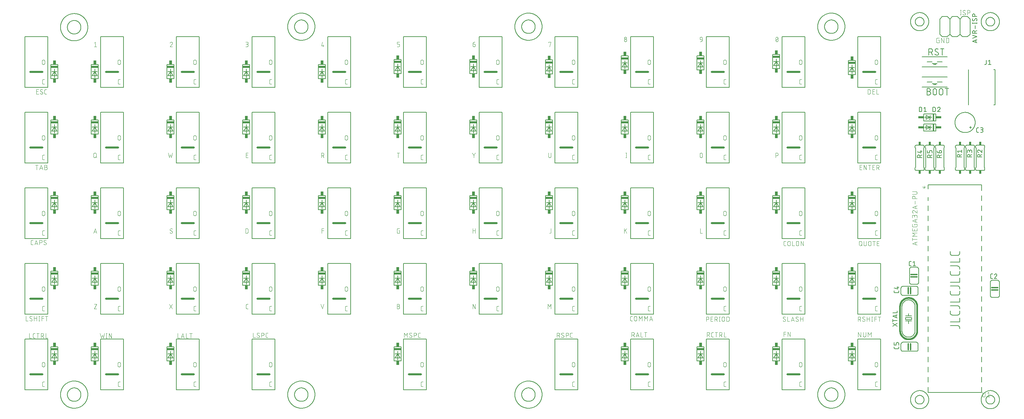
<source format=gbr>
G04 EAGLE Gerber RS-274X export*
G75*
%MOMM*%
%FSLAX34Y34*%
%LPD*%
%INSilkscreen Top*%
%IPPOS*%
%AMOC8*
5,1,8,0,0,1.08239X$1,22.5*%
G01*
%ADD10C,0.152400*%
%ADD11C,0.203200*%
%ADD12C,0.304800*%
%ADD13C,0.127000*%
%ADD14R,0.381000X1.778000*%
%ADD15R,1.397000X0.508000*%
%ADD16C,0.200000*%
%ADD17C,0.177800*%
%ADD18C,0.076200*%
%ADD19R,0.609600X0.863600*%
%ADD20C,0.406400*%
%ADD21C,0.101600*%
%ADD22C,0.508000*%
%ADD23R,1.778000X0.508000*%
%ADD24R,0.762000X1.016000*%


D10*
X2355547Y814973D02*
X2360063Y814973D01*
X2360063Y814974D02*
X2360196Y814972D01*
X2360328Y814966D01*
X2360460Y814956D01*
X2360592Y814943D01*
X2360724Y814925D01*
X2360854Y814904D01*
X2360985Y814879D01*
X2361114Y814850D01*
X2361242Y814817D01*
X2361370Y814781D01*
X2361496Y814741D01*
X2361621Y814697D01*
X2361745Y814649D01*
X2361867Y814598D01*
X2361988Y814543D01*
X2362107Y814485D01*
X2362225Y814423D01*
X2362340Y814358D01*
X2362454Y814289D01*
X2362565Y814218D01*
X2362674Y814142D01*
X2362781Y814064D01*
X2362886Y813983D01*
X2362988Y813898D01*
X2363088Y813811D01*
X2363185Y813721D01*
X2363280Y813628D01*
X2363371Y813532D01*
X2363460Y813434D01*
X2363546Y813333D01*
X2363629Y813229D01*
X2363709Y813123D01*
X2363785Y813015D01*
X2363859Y812905D01*
X2363929Y812792D01*
X2363996Y812678D01*
X2364059Y812561D01*
X2364119Y812443D01*
X2364176Y812323D01*
X2364229Y812201D01*
X2364278Y812078D01*
X2364324Y811954D01*
X2364366Y811828D01*
X2364404Y811701D01*
X2364439Y811573D01*
X2364470Y811444D01*
X2364497Y811315D01*
X2364520Y811184D01*
X2364540Y811053D01*
X2364555Y810921D01*
X2364567Y810789D01*
X2364575Y810657D01*
X2364579Y810524D01*
X2364579Y810392D01*
X2364575Y810259D01*
X2364567Y810127D01*
X2364555Y809995D01*
X2364540Y809863D01*
X2364520Y809732D01*
X2364497Y809601D01*
X2364470Y809472D01*
X2364439Y809343D01*
X2364404Y809215D01*
X2364366Y809088D01*
X2364324Y808962D01*
X2364278Y808838D01*
X2364229Y808715D01*
X2364176Y808593D01*
X2364119Y808473D01*
X2364059Y808355D01*
X2363996Y808238D01*
X2363929Y808124D01*
X2363859Y808011D01*
X2363785Y807901D01*
X2363709Y807793D01*
X2363629Y807687D01*
X2363546Y807583D01*
X2363460Y807482D01*
X2363371Y807384D01*
X2363280Y807288D01*
X2363185Y807195D01*
X2363088Y807105D01*
X2362988Y807018D01*
X2362886Y806933D01*
X2362781Y806852D01*
X2362674Y806774D01*
X2362565Y806698D01*
X2362454Y806627D01*
X2362340Y806558D01*
X2362225Y806493D01*
X2362107Y806431D01*
X2361988Y806373D01*
X2361867Y806318D01*
X2361745Y806267D01*
X2361621Y806219D01*
X2361496Y806175D01*
X2361370Y806135D01*
X2361242Y806099D01*
X2361114Y806066D01*
X2360985Y806037D01*
X2360854Y806012D01*
X2360724Y805991D01*
X2360592Y805973D01*
X2360460Y805960D01*
X2360328Y805950D01*
X2360196Y805944D01*
X2360063Y805942D01*
X2355547Y805942D01*
X2355547Y822198D01*
X2360063Y822198D01*
X2360182Y822196D01*
X2360302Y822190D01*
X2360421Y822180D01*
X2360539Y822166D01*
X2360658Y822149D01*
X2360775Y822127D01*
X2360892Y822102D01*
X2361007Y822072D01*
X2361122Y822039D01*
X2361236Y822002D01*
X2361348Y821962D01*
X2361459Y821917D01*
X2361568Y821869D01*
X2361676Y821818D01*
X2361782Y821763D01*
X2361886Y821704D01*
X2361988Y821642D01*
X2362088Y821577D01*
X2362186Y821508D01*
X2362282Y821436D01*
X2362375Y821361D01*
X2362465Y821284D01*
X2362553Y821203D01*
X2362638Y821119D01*
X2362720Y821032D01*
X2362800Y820943D01*
X2362876Y820851D01*
X2362950Y820757D01*
X2363020Y820660D01*
X2363087Y820562D01*
X2363151Y820461D01*
X2363211Y820357D01*
X2363268Y820252D01*
X2363321Y820145D01*
X2363371Y820037D01*
X2363417Y819927D01*
X2363459Y819815D01*
X2363498Y819702D01*
X2363533Y819588D01*
X2363564Y819473D01*
X2363592Y819356D01*
X2363615Y819239D01*
X2363635Y819122D01*
X2363651Y819003D01*
X2363663Y818884D01*
X2363671Y818765D01*
X2363675Y818646D01*
X2363675Y818526D01*
X2363671Y818407D01*
X2363663Y818288D01*
X2363651Y818169D01*
X2363635Y818050D01*
X2363615Y817933D01*
X2363592Y817816D01*
X2363564Y817699D01*
X2363533Y817584D01*
X2363498Y817470D01*
X2363459Y817357D01*
X2363417Y817245D01*
X2363371Y817135D01*
X2363321Y817027D01*
X2363268Y816920D01*
X2363211Y816815D01*
X2363151Y816711D01*
X2363087Y816610D01*
X2363020Y816512D01*
X2362950Y816415D01*
X2362876Y816321D01*
X2362800Y816229D01*
X2362720Y816140D01*
X2362638Y816053D01*
X2362553Y815969D01*
X2362465Y815888D01*
X2362375Y815811D01*
X2362282Y815736D01*
X2362186Y815664D01*
X2362088Y815595D01*
X2361988Y815530D01*
X2361886Y815468D01*
X2361782Y815409D01*
X2361676Y815354D01*
X2361568Y815303D01*
X2361459Y815255D01*
X2361348Y815210D01*
X2361236Y815170D01*
X2361122Y815133D01*
X2361007Y815100D01*
X2360892Y815070D01*
X2360775Y815045D01*
X2360658Y815023D01*
X2360539Y815006D01*
X2360421Y814992D01*
X2360302Y814982D01*
X2360182Y814976D01*
X2360063Y814974D01*
X2370447Y817682D02*
X2370447Y810458D01*
X2370446Y817682D02*
X2370448Y817815D01*
X2370454Y817947D01*
X2370464Y818079D01*
X2370477Y818211D01*
X2370495Y818343D01*
X2370516Y818473D01*
X2370541Y818604D01*
X2370570Y818733D01*
X2370603Y818861D01*
X2370639Y818989D01*
X2370679Y819115D01*
X2370723Y819240D01*
X2370771Y819364D01*
X2370822Y819486D01*
X2370877Y819607D01*
X2370935Y819726D01*
X2370997Y819844D01*
X2371062Y819959D01*
X2371131Y820073D01*
X2371202Y820184D01*
X2371278Y820293D01*
X2371356Y820400D01*
X2371437Y820505D01*
X2371522Y820607D01*
X2371609Y820707D01*
X2371699Y820804D01*
X2371792Y820899D01*
X2371888Y820990D01*
X2371986Y821079D01*
X2372087Y821165D01*
X2372191Y821248D01*
X2372297Y821328D01*
X2372405Y821404D01*
X2372515Y821478D01*
X2372628Y821548D01*
X2372742Y821615D01*
X2372859Y821678D01*
X2372977Y821738D01*
X2373097Y821795D01*
X2373219Y821848D01*
X2373342Y821897D01*
X2373466Y821943D01*
X2373592Y821985D01*
X2373719Y822023D01*
X2373847Y822058D01*
X2373976Y822089D01*
X2374105Y822116D01*
X2374236Y822139D01*
X2374367Y822159D01*
X2374499Y822174D01*
X2374631Y822186D01*
X2374763Y822194D01*
X2374896Y822198D01*
X2375028Y822198D01*
X2375161Y822194D01*
X2375293Y822186D01*
X2375425Y822174D01*
X2375557Y822159D01*
X2375688Y822139D01*
X2375819Y822116D01*
X2375948Y822089D01*
X2376077Y822058D01*
X2376205Y822023D01*
X2376332Y821985D01*
X2376458Y821943D01*
X2376582Y821897D01*
X2376705Y821848D01*
X2376827Y821795D01*
X2376947Y821738D01*
X2377065Y821678D01*
X2377182Y821615D01*
X2377296Y821548D01*
X2377409Y821478D01*
X2377519Y821404D01*
X2377627Y821328D01*
X2377733Y821248D01*
X2377837Y821165D01*
X2377938Y821079D01*
X2378036Y820990D01*
X2378132Y820899D01*
X2378225Y820804D01*
X2378315Y820707D01*
X2378402Y820607D01*
X2378487Y820505D01*
X2378568Y820400D01*
X2378646Y820293D01*
X2378722Y820184D01*
X2378793Y820073D01*
X2378862Y819959D01*
X2378927Y819844D01*
X2378989Y819726D01*
X2379047Y819607D01*
X2379102Y819486D01*
X2379153Y819364D01*
X2379201Y819240D01*
X2379245Y819115D01*
X2379285Y818989D01*
X2379321Y818861D01*
X2379354Y818733D01*
X2379383Y818604D01*
X2379408Y818473D01*
X2379429Y818343D01*
X2379447Y818211D01*
X2379460Y818079D01*
X2379470Y817947D01*
X2379476Y817815D01*
X2379478Y817682D01*
X2379478Y810458D01*
X2379476Y810325D01*
X2379470Y810193D01*
X2379460Y810061D01*
X2379447Y809929D01*
X2379429Y809797D01*
X2379408Y809667D01*
X2379383Y809536D01*
X2379354Y809407D01*
X2379321Y809279D01*
X2379285Y809151D01*
X2379245Y809025D01*
X2379201Y808900D01*
X2379153Y808776D01*
X2379102Y808654D01*
X2379047Y808533D01*
X2378989Y808414D01*
X2378927Y808296D01*
X2378862Y808181D01*
X2378793Y808067D01*
X2378722Y807956D01*
X2378646Y807847D01*
X2378568Y807740D01*
X2378487Y807635D01*
X2378402Y807533D01*
X2378315Y807433D01*
X2378225Y807336D01*
X2378132Y807241D01*
X2378036Y807150D01*
X2377938Y807061D01*
X2377837Y806975D01*
X2377733Y806892D01*
X2377627Y806812D01*
X2377519Y806736D01*
X2377409Y806662D01*
X2377296Y806592D01*
X2377182Y806525D01*
X2377065Y806462D01*
X2376947Y806402D01*
X2376827Y806345D01*
X2376705Y806292D01*
X2376582Y806243D01*
X2376458Y806197D01*
X2376332Y806155D01*
X2376205Y806117D01*
X2376077Y806082D01*
X2375948Y806051D01*
X2375819Y806024D01*
X2375688Y806001D01*
X2375557Y805981D01*
X2375425Y805966D01*
X2375293Y805954D01*
X2375161Y805946D01*
X2375028Y805942D01*
X2374896Y805942D01*
X2374763Y805946D01*
X2374631Y805954D01*
X2374499Y805966D01*
X2374367Y805981D01*
X2374236Y806001D01*
X2374105Y806024D01*
X2373976Y806051D01*
X2373847Y806082D01*
X2373719Y806117D01*
X2373592Y806155D01*
X2373466Y806197D01*
X2373342Y806243D01*
X2373219Y806292D01*
X2373097Y806345D01*
X2372977Y806402D01*
X2372859Y806462D01*
X2372742Y806525D01*
X2372628Y806592D01*
X2372515Y806662D01*
X2372405Y806736D01*
X2372297Y806812D01*
X2372191Y806892D01*
X2372087Y806975D01*
X2371986Y807061D01*
X2371888Y807150D01*
X2371792Y807241D01*
X2371699Y807336D01*
X2371609Y807433D01*
X2371522Y807533D01*
X2371437Y807635D01*
X2371356Y807740D01*
X2371278Y807847D01*
X2371202Y807956D01*
X2371131Y808067D01*
X2371062Y808181D01*
X2370997Y808296D01*
X2370935Y808414D01*
X2370877Y808533D01*
X2370822Y808654D01*
X2370771Y808776D01*
X2370723Y808900D01*
X2370679Y809025D01*
X2370639Y809151D01*
X2370603Y809279D01*
X2370570Y809407D01*
X2370541Y809536D01*
X2370516Y809667D01*
X2370495Y809797D01*
X2370477Y809929D01*
X2370464Y810061D01*
X2370454Y810193D01*
X2370448Y810325D01*
X2370446Y810458D01*
X2386078Y810458D02*
X2386078Y817682D01*
X2386077Y817682D02*
X2386079Y817815D01*
X2386085Y817947D01*
X2386095Y818079D01*
X2386108Y818211D01*
X2386126Y818343D01*
X2386147Y818473D01*
X2386172Y818604D01*
X2386201Y818733D01*
X2386234Y818861D01*
X2386270Y818989D01*
X2386310Y819115D01*
X2386354Y819240D01*
X2386402Y819364D01*
X2386453Y819486D01*
X2386508Y819607D01*
X2386566Y819726D01*
X2386628Y819844D01*
X2386693Y819959D01*
X2386762Y820073D01*
X2386833Y820184D01*
X2386909Y820293D01*
X2386987Y820400D01*
X2387068Y820505D01*
X2387153Y820607D01*
X2387240Y820707D01*
X2387330Y820804D01*
X2387423Y820899D01*
X2387519Y820990D01*
X2387617Y821079D01*
X2387718Y821165D01*
X2387822Y821248D01*
X2387928Y821328D01*
X2388036Y821404D01*
X2388146Y821478D01*
X2388259Y821548D01*
X2388373Y821615D01*
X2388490Y821678D01*
X2388608Y821738D01*
X2388728Y821795D01*
X2388850Y821848D01*
X2388973Y821897D01*
X2389097Y821943D01*
X2389223Y821985D01*
X2389350Y822023D01*
X2389478Y822058D01*
X2389607Y822089D01*
X2389736Y822116D01*
X2389867Y822139D01*
X2389998Y822159D01*
X2390130Y822174D01*
X2390262Y822186D01*
X2390394Y822194D01*
X2390527Y822198D01*
X2390659Y822198D01*
X2390792Y822194D01*
X2390924Y822186D01*
X2391056Y822174D01*
X2391188Y822159D01*
X2391319Y822139D01*
X2391450Y822116D01*
X2391579Y822089D01*
X2391708Y822058D01*
X2391836Y822023D01*
X2391963Y821985D01*
X2392089Y821943D01*
X2392213Y821897D01*
X2392336Y821848D01*
X2392458Y821795D01*
X2392578Y821738D01*
X2392696Y821678D01*
X2392813Y821615D01*
X2392927Y821548D01*
X2393040Y821478D01*
X2393150Y821404D01*
X2393258Y821328D01*
X2393364Y821248D01*
X2393468Y821165D01*
X2393569Y821079D01*
X2393667Y820990D01*
X2393763Y820899D01*
X2393856Y820804D01*
X2393946Y820707D01*
X2394033Y820607D01*
X2394118Y820505D01*
X2394199Y820400D01*
X2394277Y820293D01*
X2394353Y820184D01*
X2394424Y820073D01*
X2394493Y819959D01*
X2394558Y819844D01*
X2394620Y819726D01*
X2394678Y819607D01*
X2394733Y819486D01*
X2394784Y819364D01*
X2394832Y819240D01*
X2394876Y819115D01*
X2394916Y818989D01*
X2394952Y818861D01*
X2394985Y818733D01*
X2395014Y818604D01*
X2395039Y818473D01*
X2395060Y818343D01*
X2395078Y818211D01*
X2395091Y818079D01*
X2395101Y817947D01*
X2395107Y817815D01*
X2395109Y817682D01*
X2395109Y810458D01*
X2395107Y810325D01*
X2395101Y810193D01*
X2395091Y810061D01*
X2395078Y809929D01*
X2395060Y809797D01*
X2395039Y809667D01*
X2395014Y809536D01*
X2394985Y809407D01*
X2394952Y809279D01*
X2394916Y809151D01*
X2394876Y809025D01*
X2394832Y808900D01*
X2394784Y808776D01*
X2394733Y808654D01*
X2394678Y808533D01*
X2394620Y808414D01*
X2394558Y808296D01*
X2394493Y808181D01*
X2394424Y808067D01*
X2394353Y807956D01*
X2394277Y807847D01*
X2394199Y807740D01*
X2394118Y807635D01*
X2394033Y807533D01*
X2393946Y807433D01*
X2393856Y807336D01*
X2393763Y807241D01*
X2393667Y807150D01*
X2393569Y807061D01*
X2393468Y806975D01*
X2393364Y806892D01*
X2393258Y806812D01*
X2393150Y806736D01*
X2393040Y806662D01*
X2392927Y806592D01*
X2392813Y806525D01*
X2392696Y806462D01*
X2392578Y806402D01*
X2392458Y806345D01*
X2392336Y806292D01*
X2392213Y806243D01*
X2392089Y806197D01*
X2391963Y806155D01*
X2391836Y806117D01*
X2391708Y806082D01*
X2391579Y806051D01*
X2391450Y806024D01*
X2391319Y806001D01*
X2391188Y805981D01*
X2391056Y805966D01*
X2390924Y805954D01*
X2390792Y805946D01*
X2390659Y805942D01*
X2390527Y805942D01*
X2390394Y805946D01*
X2390262Y805954D01*
X2390130Y805966D01*
X2389998Y805981D01*
X2389867Y806001D01*
X2389736Y806024D01*
X2389607Y806051D01*
X2389478Y806082D01*
X2389350Y806117D01*
X2389223Y806155D01*
X2389097Y806197D01*
X2388973Y806243D01*
X2388850Y806292D01*
X2388728Y806345D01*
X2388608Y806402D01*
X2388490Y806462D01*
X2388373Y806525D01*
X2388259Y806592D01*
X2388146Y806662D01*
X2388036Y806736D01*
X2387928Y806812D01*
X2387822Y806892D01*
X2387718Y806975D01*
X2387617Y807061D01*
X2387519Y807150D01*
X2387423Y807241D01*
X2387330Y807336D01*
X2387240Y807433D01*
X2387153Y807533D01*
X2387068Y807635D01*
X2386987Y807740D01*
X2386909Y807847D01*
X2386833Y807956D01*
X2386762Y808067D01*
X2386693Y808181D01*
X2386628Y808296D01*
X2386566Y808414D01*
X2386508Y808533D01*
X2386453Y808654D01*
X2386402Y808776D01*
X2386354Y808900D01*
X2386310Y809025D01*
X2386270Y809151D01*
X2386234Y809279D01*
X2386201Y809407D01*
X2386172Y809536D01*
X2386147Y809667D01*
X2386126Y809797D01*
X2386108Y809929D01*
X2386095Y810061D01*
X2386085Y810193D01*
X2386079Y810325D01*
X2386077Y810458D01*
X2405182Y805942D02*
X2405182Y822198D01*
X2400667Y822198D02*
X2409698Y822198D01*
X2360150Y906272D02*
X2360150Y922528D01*
X2364666Y922528D01*
X2364799Y922526D01*
X2364931Y922520D01*
X2365063Y922510D01*
X2365195Y922497D01*
X2365327Y922479D01*
X2365457Y922458D01*
X2365588Y922433D01*
X2365717Y922404D01*
X2365845Y922371D01*
X2365973Y922335D01*
X2366099Y922295D01*
X2366224Y922251D01*
X2366348Y922203D01*
X2366470Y922152D01*
X2366591Y922097D01*
X2366710Y922039D01*
X2366828Y921977D01*
X2366943Y921912D01*
X2367057Y921843D01*
X2367168Y921772D01*
X2367277Y921696D01*
X2367384Y921618D01*
X2367489Y921537D01*
X2367591Y921452D01*
X2367691Y921365D01*
X2367788Y921275D01*
X2367883Y921182D01*
X2367974Y921086D01*
X2368063Y920988D01*
X2368149Y920887D01*
X2368232Y920783D01*
X2368312Y920677D01*
X2368388Y920569D01*
X2368462Y920459D01*
X2368532Y920346D01*
X2368599Y920232D01*
X2368662Y920115D01*
X2368722Y919997D01*
X2368779Y919877D01*
X2368832Y919755D01*
X2368881Y919632D01*
X2368927Y919508D01*
X2368969Y919382D01*
X2369007Y919255D01*
X2369042Y919127D01*
X2369073Y918998D01*
X2369100Y918869D01*
X2369123Y918738D01*
X2369143Y918607D01*
X2369158Y918475D01*
X2369170Y918343D01*
X2369178Y918211D01*
X2369182Y918078D01*
X2369182Y917946D01*
X2369178Y917813D01*
X2369170Y917681D01*
X2369158Y917549D01*
X2369143Y917417D01*
X2369123Y917286D01*
X2369100Y917155D01*
X2369073Y917026D01*
X2369042Y916897D01*
X2369007Y916769D01*
X2368969Y916642D01*
X2368927Y916516D01*
X2368881Y916392D01*
X2368832Y916269D01*
X2368779Y916147D01*
X2368722Y916027D01*
X2368662Y915909D01*
X2368599Y915792D01*
X2368532Y915678D01*
X2368462Y915565D01*
X2368388Y915455D01*
X2368312Y915347D01*
X2368232Y915241D01*
X2368149Y915137D01*
X2368063Y915036D01*
X2367974Y914938D01*
X2367883Y914842D01*
X2367788Y914749D01*
X2367691Y914659D01*
X2367591Y914572D01*
X2367489Y914487D01*
X2367384Y914406D01*
X2367277Y914328D01*
X2367168Y914252D01*
X2367057Y914181D01*
X2366943Y914112D01*
X2366828Y914047D01*
X2366710Y913985D01*
X2366591Y913927D01*
X2366470Y913872D01*
X2366348Y913821D01*
X2366224Y913773D01*
X2366099Y913729D01*
X2365973Y913689D01*
X2365845Y913653D01*
X2365717Y913620D01*
X2365588Y913591D01*
X2365457Y913566D01*
X2365327Y913545D01*
X2365195Y913527D01*
X2365063Y913514D01*
X2364931Y913504D01*
X2364799Y913498D01*
X2364666Y913496D01*
X2364666Y913497D02*
X2360150Y913497D01*
X2365569Y913497D02*
X2369181Y906272D01*
X2380587Y906272D02*
X2380705Y906274D01*
X2380823Y906280D01*
X2380941Y906289D01*
X2381058Y906303D01*
X2381175Y906320D01*
X2381292Y906341D01*
X2381407Y906366D01*
X2381522Y906395D01*
X2381636Y906428D01*
X2381748Y906464D01*
X2381859Y906504D01*
X2381969Y906547D01*
X2382078Y906594D01*
X2382185Y906644D01*
X2382290Y906699D01*
X2382393Y906756D01*
X2382494Y906817D01*
X2382594Y906881D01*
X2382691Y906948D01*
X2382786Y907018D01*
X2382878Y907092D01*
X2382969Y907168D01*
X2383056Y907248D01*
X2383141Y907330D01*
X2383223Y907415D01*
X2383303Y907502D01*
X2383379Y907593D01*
X2383453Y907685D01*
X2383523Y907780D01*
X2383590Y907877D01*
X2383654Y907977D01*
X2383715Y908078D01*
X2383772Y908181D01*
X2383827Y908286D01*
X2383877Y908393D01*
X2383924Y908502D01*
X2383967Y908612D01*
X2384007Y908723D01*
X2384043Y908835D01*
X2384076Y908949D01*
X2384105Y909064D01*
X2384130Y909179D01*
X2384151Y909296D01*
X2384168Y909413D01*
X2384182Y909530D01*
X2384191Y909648D01*
X2384197Y909766D01*
X2384199Y909884D01*
X2380587Y906272D02*
X2380404Y906274D01*
X2380222Y906281D01*
X2380040Y906292D01*
X2379858Y906307D01*
X2379676Y906327D01*
X2379495Y906350D01*
X2379315Y906379D01*
X2379135Y906411D01*
X2378956Y906448D01*
X2378779Y906489D01*
X2378602Y906535D01*
X2378426Y906584D01*
X2378252Y906638D01*
X2378078Y906696D01*
X2377907Y906758D01*
X2377737Y906824D01*
X2377568Y906895D01*
X2377401Y906969D01*
X2377236Y907047D01*
X2377073Y907129D01*
X2376912Y907215D01*
X2376753Y907305D01*
X2376596Y907399D01*
X2376442Y907496D01*
X2376290Y907597D01*
X2376140Y907702D01*
X2375993Y907810D01*
X2375849Y907921D01*
X2375707Y908036D01*
X2375568Y908155D01*
X2375432Y908277D01*
X2375299Y908402D01*
X2375169Y908530D01*
X2375621Y918916D02*
X2375623Y919034D01*
X2375629Y919152D01*
X2375638Y919270D01*
X2375652Y919387D01*
X2375669Y919504D01*
X2375690Y919621D01*
X2375715Y919736D01*
X2375744Y919851D01*
X2375777Y919965D01*
X2375813Y920077D01*
X2375853Y920188D01*
X2375896Y920298D01*
X2375943Y920407D01*
X2375993Y920514D01*
X2376048Y920619D01*
X2376105Y920722D01*
X2376166Y920823D01*
X2376230Y920923D01*
X2376297Y921020D01*
X2376367Y921115D01*
X2376441Y921207D01*
X2376517Y921298D01*
X2376597Y921385D01*
X2376679Y921470D01*
X2376764Y921552D01*
X2376851Y921632D01*
X2376942Y921708D01*
X2377034Y921782D01*
X2377129Y921852D01*
X2377226Y921919D01*
X2377326Y921983D01*
X2377427Y922044D01*
X2377530Y922102D01*
X2377635Y922156D01*
X2377742Y922206D01*
X2377851Y922253D01*
X2377961Y922297D01*
X2378072Y922336D01*
X2378185Y922372D01*
X2378298Y922405D01*
X2378413Y922434D01*
X2378528Y922459D01*
X2378645Y922480D01*
X2378762Y922497D01*
X2378879Y922511D01*
X2378997Y922520D01*
X2379115Y922526D01*
X2379233Y922528D01*
X2379394Y922526D01*
X2379556Y922520D01*
X2379717Y922511D01*
X2379878Y922497D01*
X2380038Y922480D01*
X2380198Y922459D01*
X2380358Y922434D01*
X2380517Y922405D01*
X2380675Y922373D01*
X2380832Y922337D01*
X2380988Y922297D01*
X2381144Y922253D01*
X2381298Y922205D01*
X2381451Y922154D01*
X2381603Y922100D01*
X2381754Y922041D01*
X2381903Y921980D01*
X2382050Y921914D01*
X2382196Y921845D01*
X2382341Y921773D01*
X2382483Y921697D01*
X2382624Y921618D01*
X2382763Y921536D01*
X2382899Y921450D01*
X2383034Y921361D01*
X2383167Y921269D01*
X2383297Y921173D01*
X2377426Y915755D02*
X2377325Y915817D01*
X2377225Y915882D01*
X2377128Y915951D01*
X2377033Y916023D01*
X2376940Y916097D01*
X2376850Y916175D01*
X2376762Y916256D01*
X2376677Y916339D01*
X2376595Y916425D01*
X2376516Y916514D01*
X2376439Y916605D01*
X2376366Y916699D01*
X2376295Y916795D01*
X2376228Y916893D01*
X2376164Y916993D01*
X2376103Y917096D01*
X2376046Y917200D01*
X2375992Y917306D01*
X2375942Y917414D01*
X2375895Y917523D01*
X2375851Y917634D01*
X2375811Y917746D01*
X2375775Y917860D01*
X2375743Y917974D01*
X2375714Y918090D01*
X2375689Y918206D01*
X2375668Y918323D01*
X2375651Y918441D01*
X2375637Y918559D01*
X2375628Y918678D01*
X2375622Y918797D01*
X2375620Y918916D01*
X2382394Y913045D02*
X2382495Y912983D01*
X2382595Y912918D01*
X2382692Y912849D01*
X2382787Y912777D01*
X2382880Y912703D01*
X2382970Y912625D01*
X2383058Y912544D01*
X2383143Y912461D01*
X2383225Y912375D01*
X2383304Y912286D01*
X2383381Y912195D01*
X2383454Y912101D01*
X2383525Y912005D01*
X2383592Y911907D01*
X2383656Y911807D01*
X2383717Y911704D01*
X2383774Y911600D01*
X2383828Y911494D01*
X2383878Y911386D01*
X2383925Y911277D01*
X2383969Y911166D01*
X2384009Y911054D01*
X2384045Y910940D01*
X2384077Y910826D01*
X2384106Y910710D01*
X2384131Y910594D01*
X2384152Y910477D01*
X2384169Y910359D01*
X2384183Y910241D01*
X2384192Y910122D01*
X2384198Y910003D01*
X2384200Y909884D01*
X2382394Y913045D02*
X2377427Y915755D01*
X2393752Y922528D02*
X2393752Y906272D01*
X2389237Y922528D02*
X2398268Y922528D01*
D11*
X2414016Y224705D02*
X2432191Y224705D01*
X2432334Y224703D01*
X2432477Y224697D01*
X2432620Y224687D01*
X2432762Y224673D01*
X2432904Y224656D01*
X2433046Y224634D01*
X2433187Y224609D01*
X2433327Y224579D01*
X2433466Y224546D01*
X2433604Y224509D01*
X2433741Y224468D01*
X2433877Y224424D01*
X2434012Y224375D01*
X2434145Y224323D01*
X2434277Y224268D01*
X2434407Y224208D01*
X2434536Y224145D01*
X2434663Y224079D01*
X2434788Y224009D01*
X2434910Y223936D01*
X2435031Y223859D01*
X2435150Y223779D01*
X2435266Y223696D01*
X2435381Y223610D01*
X2435492Y223521D01*
X2435602Y223428D01*
X2435708Y223333D01*
X2435812Y223234D01*
X2435913Y223133D01*
X2436012Y223029D01*
X2436107Y222923D01*
X2436200Y222813D01*
X2436289Y222702D01*
X2436375Y222587D01*
X2436458Y222471D01*
X2436538Y222352D01*
X2436615Y222231D01*
X2436688Y222109D01*
X2436758Y221984D01*
X2436824Y221857D01*
X2436887Y221728D01*
X2436947Y221598D01*
X2437002Y221466D01*
X2437054Y221333D01*
X2437103Y221198D01*
X2437147Y221062D01*
X2437188Y220925D01*
X2437225Y220787D01*
X2437258Y220648D01*
X2437288Y220508D01*
X2437313Y220367D01*
X2437335Y220225D01*
X2437352Y220083D01*
X2437366Y219941D01*
X2437376Y219798D01*
X2437382Y219655D01*
X2437384Y219512D01*
X2437384Y216916D01*
X2437384Y233988D02*
X2414016Y233988D01*
X2437384Y233988D02*
X2437384Y244374D01*
X2437384Y256532D02*
X2437384Y261725D01*
X2437384Y256532D02*
X2437382Y256389D01*
X2437376Y256246D01*
X2437366Y256103D01*
X2437352Y255961D01*
X2437335Y255819D01*
X2437313Y255677D01*
X2437288Y255536D01*
X2437258Y255396D01*
X2437225Y255257D01*
X2437188Y255119D01*
X2437147Y254982D01*
X2437103Y254846D01*
X2437054Y254711D01*
X2437002Y254578D01*
X2436947Y254446D01*
X2436887Y254316D01*
X2436824Y254187D01*
X2436758Y254060D01*
X2436688Y253935D01*
X2436615Y253813D01*
X2436538Y253692D01*
X2436458Y253573D01*
X2436375Y253457D01*
X2436289Y253342D01*
X2436200Y253231D01*
X2436107Y253121D01*
X2436012Y253015D01*
X2435913Y252911D01*
X2435812Y252810D01*
X2435708Y252711D01*
X2435602Y252616D01*
X2435492Y252523D01*
X2435381Y252434D01*
X2435266Y252348D01*
X2435150Y252265D01*
X2435031Y252185D01*
X2434910Y252108D01*
X2434788Y252035D01*
X2434663Y251965D01*
X2434536Y251899D01*
X2434407Y251836D01*
X2434277Y251776D01*
X2434145Y251721D01*
X2434012Y251669D01*
X2433877Y251620D01*
X2433741Y251576D01*
X2433604Y251535D01*
X2433466Y251498D01*
X2433327Y251465D01*
X2433187Y251435D01*
X2433046Y251410D01*
X2432904Y251388D01*
X2432762Y251371D01*
X2432620Y251357D01*
X2432477Y251347D01*
X2432334Y251341D01*
X2432191Y251339D01*
X2419209Y251339D01*
X2419066Y251341D01*
X2418923Y251347D01*
X2418780Y251357D01*
X2418638Y251371D01*
X2418496Y251388D01*
X2418354Y251410D01*
X2418213Y251435D01*
X2418073Y251465D01*
X2417934Y251498D01*
X2417796Y251535D01*
X2417659Y251576D01*
X2417523Y251620D01*
X2417388Y251669D01*
X2417255Y251721D01*
X2417123Y251776D01*
X2416993Y251836D01*
X2416864Y251899D01*
X2416737Y251965D01*
X2416613Y252035D01*
X2416490Y252108D01*
X2416369Y252185D01*
X2416250Y252264D01*
X2416134Y252348D01*
X2416019Y252434D01*
X2415908Y252523D01*
X2415799Y252616D01*
X2415692Y252711D01*
X2415588Y252810D01*
X2415487Y252911D01*
X2415388Y253015D01*
X2415293Y253121D01*
X2415200Y253231D01*
X2415111Y253342D01*
X2415025Y253456D01*
X2414942Y253573D01*
X2414862Y253692D01*
X2414785Y253813D01*
X2414712Y253935D01*
X2414642Y254060D01*
X2414576Y254187D01*
X2414513Y254316D01*
X2414453Y254446D01*
X2414398Y254578D01*
X2414346Y254711D01*
X2414297Y254846D01*
X2414253Y254982D01*
X2414212Y255119D01*
X2414175Y255257D01*
X2414142Y255396D01*
X2414112Y255536D01*
X2414087Y255677D01*
X2414065Y255819D01*
X2414048Y255961D01*
X2414034Y256103D01*
X2414024Y256246D01*
X2414018Y256389D01*
X2414016Y256532D01*
X2414016Y261725D01*
X2414016Y274814D02*
X2432191Y274814D01*
X2432334Y274812D01*
X2432477Y274806D01*
X2432620Y274796D01*
X2432762Y274782D01*
X2432904Y274765D01*
X2433046Y274743D01*
X2433187Y274718D01*
X2433327Y274688D01*
X2433466Y274655D01*
X2433604Y274618D01*
X2433741Y274577D01*
X2433877Y274533D01*
X2434012Y274484D01*
X2434145Y274432D01*
X2434277Y274377D01*
X2434407Y274317D01*
X2434536Y274254D01*
X2434663Y274188D01*
X2434788Y274118D01*
X2434910Y274045D01*
X2435031Y273968D01*
X2435150Y273888D01*
X2435266Y273805D01*
X2435381Y273719D01*
X2435492Y273630D01*
X2435602Y273537D01*
X2435708Y273442D01*
X2435812Y273343D01*
X2435913Y273242D01*
X2436012Y273138D01*
X2436107Y273032D01*
X2436200Y272922D01*
X2436289Y272811D01*
X2436375Y272696D01*
X2436458Y272580D01*
X2436538Y272461D01*
X2436615Y272340D01*
X2436688Y272218D01*
X2436758Y272093D01*
X2436824Y271966D01*
X2436887Y271837D01*
X2436947Y271707D01*
X2437002Y271575D01*
X2437054Y271442D01*
X2437103Y271307D01*
X2437147Y271171D01*
X2437188Y271034D01*
X2437225Y270896D01*
X2437258Y270757D01*
X2437288Y270617D01*
X2437313Y270476D01*
X2437335Y270334D01*
X2437352Y270192D01*
X2437366Y270050D01*
X2437376Y269907D01*
X2437382Y269764D01*
X2437384Y269621D01*
X2437384Y267025D01*
X2437384Y284097D02*
X2414016Y284097D01*
X2437384Y284097D02*
X2437384Y294483D01*
X2437384Y306641D02*
X2437384Y311834D01*
X2437384Y306641D02*
X2437382Y306498D01*
X2437376Y306355D01*
X2437366Y306212D01*
X2437352Y306070D01*
X2437335Y305928D01*
X2437313Y305786D01*
X2437288Y305645D01*
X2437258Y305505D01*
X2437225Y305366D01*
X2437188Y305228D01*
X2437147Y305091D01*
X2437103Y304955D01*
X2437054Y304820D01*
X2437002Y304687D01*
X2436947Y304555D01*
X2436887Y304425D01*
X2436824Y304296D01*
X2436758Y304169D01*
X2436688Y304044D01*
X2436615Y303922D01*
X2436538Y303801D01*
X2436458Y303682D01*
X2436375Y303566D01*
X2436289Y303451D01*
X2436200Y303340D01*
X2436107Y303230D01*
X2436012Y303124D01*
X2435913Y303020D01*
X2435812Y302919D01*
X2435708Y302820D01*
X2435602Y302725D01*
X2435492Y302632D01*
X2435381Y302543D01*
X2435266Y302457D01*
X2435150Y302374D01*
X2435031Y302294D01*
X2434910Y302217D01*
X2434788Y302144D01*
X2434663Y302074D01*
X2434536Y302008D01*
X2434407Y301945D01*
X2434277Y301885D01*
X2434145Y301830D01*
X2434012Y301778D01*
X2433877Y301729D01*
X2433741Y301685D01*
X2433604Y301644D01*
X2433466Y301607D01*
X2433327Y301574D01*
X2433187Y301544D01*
X2433046Y301519D01*
X2432904Y301497D01*
X2432762Y301480D01*
X2432620Y301466D01*
X2432477Y301456D01*
X2432334Y301450D01*
X2432191Y301448D01*
X2419209Y301448D01*
X2419066Y301450D01*
X2418923Y301456D01*
X2418780Y301466D01*
X2418638Y301480D01*
X2418496Y301497D01*
X2418354Y301519D01*
X2418213Y301544D01*
X2418073Y301574D01*
X2417934Y301607D01*
X2417796Y301644D01*
X2417659Y301685D01*
X2417523Y301729D01*
X2417388Y301778D01*
X2417255Y301830D01*
X2417123Y301885D01*
X2416993Y301945D01*
X2416864Y302008D01*
X2416737Y302074D01*
X2416613Y302144D01*
X2416490Y302217D01*
X2416369Y302294D01*
X2416250Y302373D01*
X2416134Y302457D01*
X2416019Y302543D01*
X2415908Y302632D01*
X2415799Y302725D01*
X2415692Y302820D01*
X2415588Y302919D01*
X2415487Y303020D01*
X2415388Y303124D01*
X2415293Y303230D01*
X2415200Y303340D01*
X2415111Y303451D01*
X2415025Y303565D01*
X2414942Y303682D01*
X2414862Y303801D01*
X2414785Y303922D01*
X2414712Y304044D01*
X2414642Y304169D01*
X2414576Y304296D01*
X2414513Y304425D01*
X2414453Y304555D01*
X2414398Y304687D01*
X2414346Y304820D01*
X2414297Y304955D01*
X2414253Y305091D01*
X2414212Y305228D01*
X2414175Y305366D01*
X2414142Y305505D01*
X2414112Y305645D01*
X2414087Y305786D01*
X2414065Y305928D01*
X2414048Y306070D01*
X2414034Y306212D01*
X2414024Y306355D01*
X2414018Y306498D01*
X2414016Y306641D01*
X2414016Y311834D01*
X2414016Y324923D02*
X2432191Y324923D01*
X2432334Y324921D01*
X2432477Y324915D01*
X2432620Y324905D01*
X2432762Y324891D01*
X2432904Y324874D01*
X2433046Y324852D01*
X2433187Y324827D01*
X2433327Y324797D01*
X2433466Y324764D01*
X2433604Y324727D01*
X2433741Y324686D01*
X2433877Y324642D01*
X2434012Y324593D01*
X2434145Y324541D01*
X2434277Y324486D01*
X2434407Y324426D01*
X2434536Y324363D01*
X2434663Y324297D01*
X2434788Y324227D01*
X2434910Y324154D01*
X2435031Y324077D01*
X2435150Y323997D01*
X2435266Y323914D01*
X2435381Y323828D01*
X2435492Y323739D01*
X2435602Y323646D01*
X2435708Y323551D01*
X2435812Y323452D01*
X2435913Y323351D01*
X2436012Y323247D01*
X2436107Y323141D01*
X2436200Y323031D01*
X2436289Y322920D01*
X2436375Y322805D01*
X2436458Y322689D01*
X2436538Y322570D01*
X2436615Y322449D01*
X2436688Y322327D01*
X2436758Y322202D01*
X2436824Y322075D01*
X2436887Y321946D01*
X2436947Y321816D01*
X2437002Y321684D01*
X2437054Y321551D01*
X2437103Y321416D01*
X2437147Y321280D01*
X2437188Y321143D01*
X2437225Y321005D01*
X2437258Y320866D01*
X2437288Y320726D01*
X2437313Y320585D01*
X2437335Y320443D01*
X2437352Y320301D01*
X2437366Y320159D01*
X2437376Y320016D01*
X2437382Y319873D01*
X2437384Y319730D01*
X2437384Y317134D01*
X2437384Y334206D02*
X2414016Y334206D01*
X2437384Y334206D02*
X2437384Y344592D01*
X2437384Y356750D02*
X2437384Y361943D01*
X2437384Y356750D02*
X2437382Y356607D01*
X2437376Y356464D01*
X2437366Y356321D01*
X2437352Y356179D01*
X2437335Y356037D01*
X2437313Y355895D01*
X2437288Y355754D01*
X2437258Y355614D01*
X2437225Y355475D01*
X2437188Y355337D01*
X2437147Y355200D01*
X2437103Y355064D01*
X2437054Y354929D01*
X2437002Y354796D01*
X2436947Y354664D01*
X2436887Y354534D01*
X2436824Y354405D01*
X2436758Y354278D01*
X2436688Y354153D01*
X2436615Y354031D01*
X2436538Y353910D01*
X2436458Y353791D01*
X2436375Y353675D01*
X2436289Y353560D01*
X2436200Y353449D01*
X2436107Y353339D01*
X2436012Y353233D01*
X2435913Y353129D01*
X2435812Y353028D01*
X2435708Y352929D01*
X2435602Y352834D01*
X2435492Y352741D01*
X2435381Y352652D01*
X2435266Y352566D01*
X2435150Y352483D01*
X2435031Y352403D01*
X2434910Y352326D01*
X2434788Y352253D01*
X2434663Y352183D01*
X2434536Y352117D01*
X2434407Y352054D01*
X2434277Y351994D01*
X2434145Y351939D01*
X2434012Y351887D01*
X2433877Y351838D01*
X2433741Y351794D01*
X2433604Y351753D01*
X2433466Y351716D01*
X2433327Y351683D01*
X2433187Y351653D01*
X2433046Y351628D01*
X2432904Y351606D01*
X2432762Y351589D01*
X2432620Y351575D01*
X2432477Y351565D01*
X2432334Y351559D01*
X2432191Y351557D01*
X2419209Y351557D01*
X2419066Y351559D01*
X2418923Y351565D01*
X2418780Y351575D01*
X2418638Y351589D01*
X2418496Y351606D01*
X2418354Y351628D01*
X2418213Y351653D01*
X2418073Y351683D01*
X2417934Y351716D01*
X2417796Y351753D01*
X2417659Y351794D01*
X2417523Y351838D01*
X2417388Y351887D01*
X2417255Y351939D01*
X2417123Y351994D01*
X2416993Y352054D01*
X2416864Y352117D01*
X2416737Y352183D01*
X2416613Y352253D01*
X2416490Y352326D01*
X2416369Y352403D01*
X2416250Y352482D01*
X2416134Y352566D01*
X2416019Y352652D01*
X2415908Y352741D01*
X2415799Y352834D01*
X2415692Y352929D01*
X2415588Y353028D01*
X2415487Y353129D01*
X2415388Y353233D01*
X2415293Y353339D01*
X2415200Y353449D01*
X2415111Y353560D01*
X2415025Y353674D01*
X2414942Y353791D01*
X2414862Y353910D01*
X2414785Y354031D01*
X2414712Y354153D01*
X2414642Y354278D01*
X2414576Y354405D01*
X2414513Y354534D01*
X2414453Y354664D01*
X2414398Y354796D01*
X2414346Y354929D01*
X2414297Y355064D01*
X2414253Y355200D01*
X2414212Y355337D01*
X2414175Y355475D01*
X2414142Y355614D01*
X2414112Y355754D01*
X2414087Y355895D01*
X2414065Y356037D01*
X2414048Y356179D01*
X2414034Y356321D01*
X2414024Y356464D01*
X2414018Y356607D01*
X2414016Y356750D01*
X2414016Y361943D01*
X2414016Y375032D02*
X2432191Y375032D01*
X2432334Y375030D01*
X2432477Y375024D01*
X2432620Y375014D01*
X2432762Y375000D01*
X2432904Y374983D01*
X2433046Y374961D01*
X2433187Y374936D01*
X2433327Y374906D01*
X2433466Y374873D01*
X2433604Y374836D01*
X2433741Y374795D01*
X2433877Y374751D01*
X2434012Y374702D01*
X2434145Y374650D01*
X2434277Y374595D01*
X2434407Y374535D01*
X2434536Y374472D01*
X2434663Y374406D01*
X2434788Y374336D01*
X2434910Y374263D01*
X2435031Y374186D01*
X2435150Y374106D01*
X2435266Y374023D01*
X2435381Y373937D01*
X2435492Y373848D01*
X2435602Y373755D01*
X2435708Y373660D01*
X2435812Y373561D01*
X2435913Y373460D01*
X2436012Y373356D01*
X2436107Y373250D01*
X2436200Y373140D01*
X2436289Y373029D01*
X2436375Y372914D01*
X2436458Y372798D01*
X2436538Y372679D01*
X2436615Y372558D01*
X2436688Y372436D01*
X2436758Y372311D01*
X2436824Y372184D01*
X2436887Y372055D01*
X2436947Y371925D01*
X2437002Y371793D01*
X2437054Y371660D01*
X2437103Y371525D01*
X2437147Y371389D01*
X2437188Y371252D01*
X2437225Y371114D01*
X2437258Y370975D01*
X2437288Y370835D01*
X2437313Y370694D01*
X2437335Y370552D01*
X2437352Y370410D01*
X2437366Y370268D01*
X2437376Y370125D01*
X2437382Y369982D01*
X2437384Y369839D01*
X2437384Y367243D01*
X2437384Y384315D02*
X2414016Y384315D01*
X2437384Y384315D02*
X2437384Y394701D01*
X2437384Y406859D02*
X2437384Y412052D01*
X2437384Y406859D02*
X2437382Y406716D01*
X2437376Y406573D01*
X2437366Y406430D01*
X2437352Y406288D01*
X2437335Y406146D01*
X2437313Y406004D01*
X2437288Y405863D01*
X2437258Y405723D01*
X2437225Y405584D01*
X2437188Y405446D01*
X2437147Y405309D01*
X2437103Y405173D01*
X2437054Y405038D01*
X2437002Y404905D01*
X2436947Y404773D01*
X2436887Y404643D01*
X2436824Y404514D01*
X2436758Y404387D01*
X2436688Y404262D01*
X2436615Y404140D01*
X2436538Y404019D01*
X2436458Y403900D01*
X2436375Y403784D01*
X2436289Y403669D01*
X2436200Y403558D01*
X2436107Y403448D01*
X2436012Y403342D01*
X2435913Y403238D01*
X2435812Y403137D01*
X2435708Y403038D01*
X2435602Y402943D01*
X2435492Y402850D01*
X2435381Y402761D01*
X2435266Y402675D01*
X2435150Y402592D01*
X2435031Y402512D01*
X2434910Y402435D01*
X2434788Y402362D01*
X2434663Y402292D01*
X2434536Y402226D01*
X2434407Y402163D01*
X2434277Y402103D01*
X2434145Y402048D01*
X2434012Y401996D01*
X2433877Y401947D01*
X2433741Y401903D01*
X2433604Y401862D01*
X2433466Y401825D01*
X2433327Y401792D01*
X2433187Y401762D01*
X2433046Y401737D01*
X2432904Y401715D01*
X2432762Y401698D01*
X2432620Y401684D01*
X2432477Y401674D01*
X2432334Y401668D01*
X2432191Y401666D01*
X2419209Y401666D01*
X2419066Y401668D01*
X2418923Y401674D01*
X2418780Y401684D01*
X2418638Y401698D01*
X2418496Y401715D01*
X2418354Y401737D01*
X2418213Y401762D01*
X2418073Y401792D01*
X2417934Y401825D01*
X2417796Y401862D01*
X2417659Y401903D01*
X2417523Y401947D01*
X2417388Y401996D01*
X2417255Y402048D01*
X2417123Y402103D01*
X2416993Y402163D01*
X2416864Y402226D01*
X2416737Y402292D01*
X2416613Y402362D01*
X2416490Y402435D01*
X2416369Y402512D01*
X2416250Y402591D01*
X2416134Y402675D01*
X2416019Y402761D01*
X2415908Y402850D01*
X2415799Y402943D01*
X2415692Y403038D01*
X2415588Y403137D01*
X2415487Y403238D01*
X2415388Y403342D01*
X2415293Y403448D01*
X2415200Y403558D01*
X2415111Y403669D01*
X2415025Y403783D01*
X2414942Y403900D01*
X2414862Y404019D01*
X2414785Y404140D01*
X2414712Y404262D01*
X2414642Y404387D01*
X2414576Y404514D01*
X2414513Y404643D01*
X2414453Y404773D01*
X2414398Y404905D01*
X2414346Y405038D01*
X2414297Y405173D01*
X2414253Y405309D01*
X2414212Y405446D01*
X2414175Y405584D01*
X2414142Y405723D01*
X2414112Y405863D01*
X2414087Y406004D01*
X2414065Y406146D01*
X2414048Y406288D01*
X2414034Y406430D01*
X2414024Y406573D01*
X2414018Y406716D01*
X2414016Y406859D01*
X2414016Y412052D01*
D10*
X2329180Y372110D02*
X2316480Y372110D01*
X2329180Y372110D02*
X2329320Y372108D01*
X2329460Y372102D01*
X2329600Y372093D01*
X2329739Y372079D01*
X2329878Y372062D01*
X2330016Y372041D01*
X2330154Y372016D01*
X2330291Y371987D01*
X2330427Y371955D01*
X2330562Y371918D01*
X2330696Y371878D01*
X2330829Y371835D01*
X2330961Y371787D01*
X2331092Y371737D01*
X2331221Y371682D01*
X2331348Y371624D01*
X2331474Y371563D01*
X2331598Y371498D01*
X2331720Y371429D01*
X2331840Y371358D01*
X2331958Y371283D01*
X2332075Y371205D01*
X2332189Y371123D01*
X2332300Y371039D01*
X2332409Y370951D01*
X2332516Y370861D01*
X2332621Y370767D01*
X2332722Y370671D01*
X2332821Y370572D01*
X2332917Y370471D01*
X2333011Y370366D01*
X2333101Y370259D01*
X2333189Y370150D01*
X2333273Y370039D01*
X2333355Y369925D01*
X2333433Y369808D01*
X2333508Y369690D01*
X2333579Y369570D01*
X2333648Y369448D01*
X2333713Y369324D01*
X2333774Y369198D01*
X2333832Y369071D01*
X2333887Y368942D01*
X2333937Y368811D01*
X2333985Y368679D01*
X2334028Y368546D01*
X2334068Y368412D01*
X2334105Y368277D01*
X2334137Y368141D01*
X2334166Y368004D01*
X2334191Y367866D01*
X2334212Y367728D01*
X2334229Y367589D01*
X2334243Y367450D01*
X2334252Y367310D01*
X2334258Y367170D01*
X2334260Y367030D01*
X2316480Y372110D02*
X2316340Y372108D01*
X2316200Y372102D01*
X2316060Y372093D01*
X2315921Y372079D01*
X2315782Y372062D01*
X2315644Y372041D01*
X2315506Y372016D01*
X2315369Y371987D01*
X2315233Y371955D01*
X2315098Y371918D01*
X2314964Y371878D01*
X2314831Y371835D01*
X2314699Y371787D01*
X2314568Y371737D01*
X2314439Y371682D01*
X2314312Y371624D01*
X2314186Y371563D01*
X2314062Y371498D01*
X2313940Y371429D01*
X2313820Y371358D01*
X2313702Y371283D01*
X2313585Y371205D01*
X2313471Y371123D01*
X2313360Y371039D01*
X2313251Y370951D01*
X2313144Y370861D01*
X2313039Y370767D01*
X2312938Y370671D01*
X2312839Y370572D01*
X2312743Y370471D01*
X2312649Y370366D01*
X2312559Y370259D01*
X2312471Y370150D01*
X2312387Y370039D01*
X2312305Y369925D01*
X2312227Y369808D01*
X2312152Y369690D01*
X2312081Y369570D01*
X2312012Y369448D01*
X2311947Y369324D01*
X2311886Y369198D01*
X2311828Y369071D01*
X2311773Y368942D01*
X2311723Y368811D01*
X2311675Y368679D01*
X2311632Y368546D01*
X2311592Y368412D01*
X2311555Y368277D01*
X2311523Y368141D01*
X2311494Y368004D01*
X2311469Y367866D01*
X2311448Y367728D01*
X2311431Y367589D01*
X2311417Y367450D01*
X2311408Y367310D01*
X2311402Y367170D01*
X2311400Y367030D01*
X2334260Y367030D02*
X2334260Y334010D01*
X2329180Y328930D02*
X2316480Y328930D01*
X2311400Y334010D02*
X2311400Y367030D01*
X2334260Y334010D02*
X2334258Y333870D01*
X2334252Y333730D01*
X2334243Y333590D01*
X2334229Y333451D01*
X2334212Y333312D01*
X2334191Y333174D01*
X2334166Y333036D01*
X2334137Y332899D01*
X2334105Y332763D01*
X2334068Y332628D01*
X2334028Y332494D01*
X2333985Y332361D01*
X2333937Y332229D01*
X2333887Y332098D01*
X2333832Y331969D01*
X2333774Y331842D01*
X2333713Y331716D01*
X2333648Y331592D01*
X2333579Y331470D01*
X2333508Y331350D01*
X2333433Y331232D01*
X2333355Y331115D01*
X2333273Y331001D01*
X2333189Y330890D01*
X2333101Y330781D01*
X2333011Y330674D01*
X2332917Y330569D01*
X2332821Y330468D01*
X2332722Y330369D01*
X2332621Y330273D01*
X2332516Y330179D01*
X2332409Y330089D01*
X2332300Y330001D01*
X2332189Y329917D01*
X2332075Y329835D01*
X2331958Y329757D01*
X2331840Y329682D01*
X2331720Y329611D01*
X2331598Y329542D01*
X2331474Y329477D01*
X2331348Y329416D01*
X2331221Y329358D01*
X2331092Y329303D01*
X2330961Y329253D01*
X2330829Y329205D01*
X2330696Y329162D01*
X2330562Y329122D01*
X2330427Y329085D01*
X2330291Y329053D01*
X2330154Y329024D01*
X2330016Y328999D01*
X2329878Y328978D01*
X2329739Y328961D01*
X2329600Y328947D01*
X2329460Y328938D01*
X2329320Y328932D01*
X2329180Y328930D01*
X2316480Y328930D02*
X2316340Y328932D01*
X2316200Y328938D01*
X2316060Y328947D01*
X2315921Y328961D01*
X2315782Y328978D01*
X2315644Y328999D01*
X2315506Y329024D01*
X2315369Y329053D01*
X2315233Y329085D01*
X2315098Y329122D01*
X2314964Y329162D01*
X2314831Y329205D01*
X2314699Y329253D01*
X2314568Y329303D01*
X2314439Y329358D01*
X2314312Y329416D01*
X2314186Y329477D01*
X2314062Y329542D01*
X2313940Y329611D01*
X2313820Y329682D01*
X2313702Y329757D01*
X2313585Y329835D01*
X2313471Y329917D01*
X2313360Y330001D01*
X2313251Y330089D01*
X2313144Y330179D01*
X2313039Y330273D01*
X2312938Y330369D01*
X2312839Y330468D01*
X2312743Y330569D01*
X2312649Y330674D01*
X2312559Y330781D01*
X2312471Y330890D01*
X2312387Y331001D01*
X2312305Y331115D01*
X2312227Y331232D01*
X2312152Y331350D01*
X2312081Y331470D01*
X2312012Y331592D01*
X2311947Y331716D01*
X2311886Y331842D01*
X2311828Y331969D01*
X2311773Y332098D01*
X2311723Y332229D01*
X2311675Y332361D01*
X2311632Y332494D01*
X2311592Y332628D01*
X2311555Y332763D01*
X2311523Y332899D01*
X2311494Y333036D01*
X2311469Y333174D01*
X2311448Y333312D01*
X2311431Y333451D01*
X2311417Y333590D01*
X2311408Y333730D01*
X2311402Y333870D01*
X2311400Y334010D01*
D12*
X2315210Y353568D02*
X2330450Y353568D01*
X2330450Y347218D02*
X2315210Y347218D01*
D13*
X2315845Y375285D02*
X2313305Y375285D01*
X2313205Y375287D01*
X2313106Y375293D01*
X2313006Y375303D01*
X2312908Y375316D01*
X2312809Y375334D01*
X2312712Y375355D01*
X2312616Y375380D01*
X2312520Y375409D01*
X2312426Y375442D01*
X2312333Y375478D01*
X2312242Y375518D01*
X2312152Y375562D01*
X2312064Y375609D01*
X2311978Y375659D01*
X2311894Y375713D01*
X2311812Y375770D01*
X2311733Y375830D01*
X2311655Y375894D01*
X2311581Y375960D01*
X2311509Y376029D01*
X2311440Y376101D01*
X2311374Y376175D01*
X2311310Y376253D01*
X2311250Y376332D01*
X2311193Y376414D01*
X2311139Y376498D01*
X2311089Y376584D01*
X2311042Y376672D01*
X2310998Y376762D01*
X2310958Y376853D01*
X2310922Y376946D01*
X2310889Y377040D01*
X2310860Y377136D01*
X2310835Y377232D01*
X2310814Y377329D01*
X2310796Y377428D01*
X2310783Y377526D01*
X2310773Y377626D01*
X2310767Y377725D01*
X2310765Y377825D01*
X2310765Y384175D01*
X2310767Y384275D01*
X2310773Y384374D01*
X2310783Y384474D01*
X2310796Y384572D01*
X2310814Y384671D01*
X2310835Y384768D01*
X2310860Y384864D01*
X2310889Y384960D01*
X2310922Y385054D01*
X2310958Y385147D01*
X2310998Y385238D01*
X2311042Y385328D01*
X2311089Y385416D01*
X2311139Y385502D01*
X2311193Y385586D01*
X2311250Y385668D01*
X2311310Y385747D01*
X2311374Y385825D01*
X2311440Y385899D01*
X2311509Y385971D01*
X2311581Y386040D01*
X2311655Y386106D01*
X2311733Y386170D01*
X2311812Y386230D01*
X2311894Y386287D01*
X2311978Y386341D01*
X2312064Y386391D01*
X2312152Y386438D01*
X2312242Y386482D01*
X2312333Y386522D01*
X2312426Y386558D01*
X2312520Y386591D01*
X2312616Y386620D01*
X2312712Y386645D01*
X2312809Y386666D01*
X2312908Y386684D01*
X2313006Y386697D01*
X2313106Y386707D01*
X2313205Y386713D01*
X2313305Y386715D01*
X2315845Y386715D01*
X2320327Y384175D02*
X2323502Y386715D01*
X2323502Y375285D01*
X2320327Y375285D02*
X2326677Y375285D01*
D10*
X2519680Y295910D02*
X2532380Y295910D01*
X2519680Y295910D02*
X2519540Y295912D01*
X2519400Y295918D01*
X2519260Y295927D01*
X2519121Y295941D01*
X2518982Y295958D01*
X2518844Y295979D01*
X2518706Y296004D01*
X2518569Y296033D01*
X2518433Y296065D01*
X2518298Y296102D01*
X2518164Y296142D01*
X2518031Y296185D01*
X2517899Y296233D01*
X2517768Y296283D01*
X2517639Y296338D01*
X2517512Y296396D01*
X2517386Y296457D01*
X2517262Y296522D01*
X2517140Y296591D01*
X2517020Y296662D01*
X2516902Y296737D01*
X2516785Y296815D01*
X2516671Y296897D01*
X2516560Y296981D01*
X2516451Y297069D01*
X2516344Y297159D01*
X2516239Y297253D01*
X2516138Y297349D01*
X2516039Y297448D01*
X2515943Y297549D01*
X2515849Y297654D01*
X2515759Y297761D01*
X2515671Y297870D01*
X2515587Y297981D01*
X2515505Y298095D01*
X2515427Y298212D01*
X2515352Y298330D01*
X2515281Y298450D01*
X2515212Y298572D01*
X2515147Y298696D01*
X2515086Y298822D01*
X2515028Y298949D01*
X2514973Y299078D01*
X2514923Y299209D01*
X2514875Y299341D01*
X2514832Y299474D01*
X2514792Y299608D01*
X2514755Y299743D01*
X2514723Y299879D01*
X2514694Y300016D01*
X2514669Y300154D01*
X2514648Y300292D01*
X2514631Y300431D01*
X2514617Y300570D01*
X2514608Y300710D01*
X2514602Y300850D01*
X2514600Y300990D01*
X2532380Y295910D02*
X2532520Y295912D01*
X2532660Y295918D01*
X2532800Y295927D01*
X2532939Y295941D01*
X2533078Y295958D01*
X2533216Y295979D01*
X2533354Y296004D01*
X2533491Y296033D01*
X2533627Y296065D01*
X2533762Y296102D01*
X2533896Y296142D01*
X2534029Y296185D01*
X2534161Y296233D01*
X2534292Y296283D01*
X2534421Y296338D01*
X2534548Y296396D01*
X2534674Y296457D01*
X2534798Y296522D01*
X2534920Y296591D01*
X2535040Y296662D01*
X2535158Y296737D01*
X2535275Y296815D01*
X2535389Y296897D01*
X2535500Y296981D01*
X2535609Y297069D01*
X2535716Y297159D01*
X2535821Y297253D01*
X2535922Y297349D01*
X2536021Y297448D01*
X2536117Y297549D01*
X2536211Y297654D01*
X2536301Y297761D01*
X2536389Y297870D01*
X2536473Y297981D01*
X2536555Y298095D01*
X2536633Y298212D01*
X2536708Y298330D01*
X2536779Y298450D01*
X2536848Y298572D01*
X2536913Y298696D01*
X2536974Y298822D01*
X2537032Y298949D01*
X2537087Y299078D01*
X2537137Y299209D01*
X2537185Y299341D01*
X2537228Y299474D01*
X2537268Y299608D01*
X2537305Y299743D01*
X2537337Y299879D01*
X2537366Y300016D01*
X2537391Y300154D01*
X2537412Y300292D01*
X2537429Y300431D01*
X2537443Y300570D01*
X2537452Y300710D01*
X2537458Y300850D01*
X2537460Y300990D01*
X2514600Y300990D02*
X2514600Y334010D01*
X2519680Y339090D02*
X2532380Y339090D01*
X2537460Y334010D02*
X2537460Y300990D01*
X2514600Y334010D02*
X2514602Y334150D01*
X2514608Y334290D01*
X2514617Y334430D01*
X2514631Y334569D01*
X2514648Y334708D01*
X2514669Y334846D01*
X2514694Y334984D01*
X2514723Y335121D01*
X2514755Y335257D01*
X2514792Y335392D01*
X2514832Y335526D01*
X2514875Y335659D01*
X2514923Y335791D01*
X2514973Y335922D01*
X2515028Y336051D01*
X2515086Y336178D01*
X2515147Y336304D01*
X2515212Y336428D01*
X2515281Y336550D01*
X2515352Y336670D01*
X2515427Y336788D01*
X2515505Y336905D01*
X2515587Y337019D01*
X2515671Y337130D01*
X2515759Y337239D01*
X2515849Y337346D01*
X2515943Y337451D01*
X2516039Y337552D01*
X2516138Y337651D01*
X2516239Y337747D01*
X2516344Y337841D01*
X2516451Y337931D01*
X2516560Y338019D01*
X2516671Y338103D01*
X2516785Y338185D01*
X2516902Y338263D01*
X2517020Y338338D01*
X2517140Y338409D01*
X2517262Y338478D01*
X2517386Y338543D01*
X2517512Y338604D01*
X2517639Y338662D01*
X2517768Y338717D01*
X2517899Y338767D01*
X2518031Y338815D01*
X2518164Y338858D01*
X2518298Y338898D01*
X2518433Y338935D01*
X2518569Y338967D01*
X2518706Y338996D01*
X2518844Y339021D01*
X2518982Y339042D01*
X2519121Y339059D01*
X2519260Y339073D01*
X2519400Y339082D01*
X2519540Y339088D01*
X2519680Y339090D01*
X2532380Y339090D02*
X2532520Y339088D01*
X2532660Y339082D01*
X2532800Y339073D01*
X2532939Y339059D01*
X2533078Y339042D01*
X2533216Y339021D01*
X2533354Y338996D01*
X2533491Y338967D01*
X2533627Y338935D01*
X2533762Y338898D01*
X2533896Y338858D01*
X2534029Y338815D01*
X2534161Y338767D01*
X2534292Y338717D01*
X2534421Y338662D01*
X2534548Y338604D01*
X2534674Y338543D01*
X2534798Y338478D01*
X2534920Y338409D01*
X2535040Y338338D01*
X2535158Y338263D01*
X2535275Y338185D01*
X2535389Y338103D01*
X2535500Y338019D01*
X2535609Y337931D01*
X2535716Y337841D01*
X2535821Y337747D01*
X2535922Y337651D01*
X2536021Y337552D01*
X2536117Y337451D01*
X2536211Y337346D01*
X2536301Y337239D01*
X2536389Y337130D01*
X2536473Y337019D01*
X2536555Y336905D01*
X2536633Y336788D01*
X2536708Y336670D01*
X2536779Y336550D01*
X2536848Y336428D01*
X2536913Y336304D01*
X2536974Y336178D01*
X2537032Y336051D01*
X2537087Y335922D01*
X2537137Y335791D01*
X2537185Y335659D01*
X2537228Y335526D01*
X2537268Y335392D01*
X2537305Y335257D01*
X2537337Y335121D01*
X2537366Y334984D01*
X2537391Y334846D01*
X2537412Y334708D01*
X2537429Y334569D01*
X2537443Y334430D01*
X2537452Y334290D01*
X2537458Y334150D01*
X2537460Y334010D01*
D12*
X2533650Y314452D02*
X2518410Y314452D01*
X2518410Y320802D02*
X2533650Y320802D01*
D13*
X2520315Y343535D02*
X2517775Y343535D01*
X2517675Y343537D01*
X2517576Y343543D01*
X2517476Y343553D01*
X2517378Y343566D01*
X2517279Y343584D01*
X2517182Y343605D01*
X2517086Y343630D01*
X2516990Y343659D01*
X2516896Y343692D01*
X2516803Y343728D01*
X2516712Y343768D01*
X2516622Y343812D01*
X2516534Y343859D01*
X2516448Y343909D01*
X2516364Y343963D01*
X2516282Y344020D01*
X2516203Y344080D01*
X2516125Y344144D01*
X2516051Y344210D01*
X2515979Y344279D01*
X2515910Y344351D01*
X2515844Y344425D01*
X2515780Y344503D01*
X2515720Y344582D01*
X2515663Y344664D01*
X2515609Y344748D01*
X2515559Y344834D01*
X2515512Y344922D01*
X2515468Y345012D01*
X2515428Y345103D01*
X2515392Y345196D01*
X2515359Y345290D01*
X2515330Y345386D01*
X2515305Y345482D01*
X2515284Y345579D01*
X2515266Y345678D01*
X2515253Y345776D01*
X2515243Y345876D01*
X2515237Y345975D01*
X2515235Y346075D01*
X2515235Y352425D01*
X2515237Y352525D01*
X2515243Y352624D01*
X2515253Y352724D01*
X2515266Y352822D01*
X2515284Y352921D01*
X2515305Y353018D01*
X2515330Y353114D01*
X2515359Y353210D01*
X2515392Y353304D01*
X2515428Y353397D01*
X2515468Y353488D01*
X2515512Y353578D01*
X2515559Y353666D01*
X2515609Y353752D01*
X2515663Y353836D01*
X2515720Y353918D01*
X2515780Y353997D01*
X2515844Y354075D01*
X2515910Y354149D01*
X2515979Y354221D01*
X2516051Y354290D01*
X2516125Y354356D01*
X2516203Y354420D01*
X2516282Y354480D01*
X2516364Y354537D01*
X2516448Y354591D01*
X2516534Y354641D01*
X2516622Y354688D01*
X2516712Y354732D01*
X2516803Y354772D01*
X2516896Y354808D01*
X2516990Y354841D01*
X2517086Y354870D01*
X2517182Y354895D01*
X2517279Y354916D01*
X2517378Y354934D01*
X2517476Y354947D01*
X2517576Y354957D01*
X2517675Y354963D01*
X2517775Y354965D01*
X2520315Y354965D01*
X2528290Y354966D02*
X2528394Y354964D01*
X2528499Y354958D01*
X2528603Y354949D01*
X2528706Y354936D01*
X2528809Y354918D01*
X2528911Y354898D01*
X2529013Y354873D01*
X2529113Y354845D01*
X2529213Y354813D01*
X2529311Y354777D01*
X2529408Y354738D01*
X2529503Y354696D01*
X2529597Y354650D01*
X2529689Y354600D01*
X2529779Y354548D01*
X2529867Y354492D01*
X2529953Y354432D01*
X2530037Y354370D01*
X2530118Y354305D01*
X2530197Y354237D01*
X2530274Y354165D01*
X2530347Y354092D01*
X2530419Y354015D01*
X2530487Y353936D01*
X2530552Y353855D01*
X2530614Y353771D01*
X2530674Y353685D01*
X2530730Y353597D01*
X2530782Y353507D01*
X2530832Y353415D01*
X2530878Y353321D01*
X2530920Y353226D01*
X2530959Y353129D01*
X2530995Y353031D01*
X2531027Y352931D01*
X2531055Y352831D01*
X2531080Y352729D01*
X2531100Y352627D01*
X2531118Y352524D01*
X2531131Y352421D01*
X2531140Y352317D01*
X2531146Y352212D01*
X2531148Y352108D01*
X2528290Y354965D02*
X2528172Y354963D01*
X2528053Y354957D01*
X2527935Y354948D01*
X2527818Y354935D01*
X2527701Y354917D01*
X2527584Y354897D01*
X2527468Y354872D01*
X2527353Y354844D01*
X2527240Y354811D01*
X2527127Y354776D01*
X2527015Y354736D01*
X2526905Y354694D01*
X2526796Y354647D01*
X2526688Y354597D01*
X2526583Y354544D01*
X2526479Y354487D01*
X2526377Y354427D01*
X2526277Y354364D01*
X2526179Y354297D01*
X2526083Y354228D01*
X2525990Y354155D01*
X2525899Y354079D01*
X2525810Y354001D01*
X2525724Y353919D01*
X2525641Y353835D01*
X2525560Y353749D01*
X2525483Y353659D01*
X2525408Y353568D01*
X2525336Y353474D01*
X2525267Y353377D01*
X2525202Y353279D01*
X2525139Y353178D01*
X2525080Y353075D01*
X2525024Y352971D01*
X2524972Y352865D01*
X2524923Y352757D01*
X2524878Y352648D01*
X2524836Y352537D01*
X2524798Y352425D01*
X2530195Y349886D02*
X2530271Y349961D01*
X2530346Y350040D01*
X2530417Y350121D01*
X2530486Y350205D01*
X2530551Y350291D01*
X2530613Y350379D01*
X2530673Y350469D01*
X2530729Y350561D01*
X2530782Y350656D01*
X2530831Y350752D01*
X2530877Y350850D01*
X2530920Y350949D01*
X2530959Y351050D01*
X2530994Y351152D01*
X2531026Y351255D01*
X2531054Y351359D01*
X2531079Y351464D01*
X2531100Y351571D01*
X2531117Y351677D01*
X2531130Y351784D01*
X2531139Y351892D01*
X2531145Y352000D01*
X2531147Y352108D01*
X2530195Y349885D02*
X2524797Y343535D01*
X2531147Y343535D01*
D10*
X2467610Y723900D02*
X2465070Y723900D01*
X2465070Y726440D01*
X2465070Y723900D02*
X2462530Y723900D01*
X2465070Y723900D02*
X2465070Y721360D01*
X2425700Y736600D02*
X2425708Y737223D01*
X2425731Y737846D01*
X2425769Y738469D01*
X2425822Y739090D01*
X2425891Y739709D01*
X2425975Y740327D01*
X2426074Y740942D01*
X2426188Y741555D01*
X2426317Y742165D01*
X2426461Y742772D01*
X2426620Y743375D01*
X2426794Y743973D01*
X2426982Y744568D01*
X2427185Y745157D01*
X2427402Y745741D01*
X2427633Y746320D01*
X2427879Y746893D01*
X2428139Y747460D01*
X2428412Y748020D01*
X2428699Y748573D01*
X2429000Y749120D01*
X2429314Y749658D01*
X2429641Y750189D01*
X2429981Y750711D01*
X2430333Y751226D01*
X2430699Y751731D01*
X2431076Y752227D01*
X2431466Y752714D01*
X2431867Y753191D01*
X2432280Y753658D01*
X2432704Y754114D01*
X2433139Y754561D01*
X2433586Y754996D01*
X2434042Y755420D01*
X2434509Y755833D01*
X2434986Y756234D01*
X2435473Y756624D01*
X2435969Y757001D01*
X2436474Y757367D01*
X2436989Y757719D01*
X2437511Y758059D01*
X2438042Y758386D01*
X2438580Y758700D01*
X2439127Y759001D01*
X2439680Y759288D01*
X2440240Y759561D01*
X2440807Y759821D01*
X2441380Y760067D01*
X2441959Y760298D01*
X2442543Y760515D01*
X2443132Y760718D01*
X2443727Y760906D01*
X2444325Y761080D01*
X2444928Y761239D01*
X2445535Y761383D01*
X2446145Y761512D01*
X2446758Y761626D01*
X2447373Y761725D01*
X2447991Y761809D01*
X2448610Y761878D01*
X2449231Y761931D01*
X2449854Y761969D01*
X2450477Y761992D01*
X2451100Y762000D01*
X2451723Y761992D01*
X2452346Y761969D01*
X2452969Y761931D01*
X2453590Y761878D01*
X2454209Y761809D01*
X2454827Y761725D01*
X2455442Y761626D01*
X2456055Y761512D01*
X2456665Y761383D01*
X2457272Y761239D01*
X2457875Y761080D01*
X2458473Y760906D01*
X2459068Y760718D01*
X2459657Y760515D01*
X2460241Y760298D01*
X2460820Y760067D01*
X2461393Y759821D01*
X2461960Y759561D01*
X2462520Y759288D01*
X2463073Y759001D01*
X2463620Y758700D01*
X2464158Y758386D01*
X2464689Y758059D01*
X2465211Y757719D01*
X2465726Y757367D01*
X2466231Y757001D01*
X2466727Y756624D01*
X2467214Y756234D01*
X2467691Y755833D01*
X2468158Y755420D01*
X2468614Y754996D01*
X2469061Y754561D01*
X2469496Y754114D01*
X2469920Y753658D01*
X2470333Y753191D01*
X2470734Y752714D01*
X2471124Y752227D01*
X2471501Y751731D01*
X2471867Y751226D01*
X2472219Y750711D01*
X2472559Y750189D01*
X2472886Y749658D01*
X2473200Y749120D01*
X2473501Y748573D01*
X2473788Y748020D01*
X2474061Y747460D01*
X2474321Y746893D01*
X2474567Y746320D01*
X2474798Y745741D01*
X2475015Y745157D01*
X2475218Y744568D01*
X2475406Y743973D01*
X2475580Y743375D01*
X2475739Y742772D01*
X2475883Y742165D01*
X2476012Y741555D01*
X2476126Y740942D01*
X2476225Y740327D01*
X2476309Y739709D01*
X2476378Y739090D01*
X2476431Y738469D01*
X2476469Y737846D01*
X2476492Y737223D01*
X2476500Y736600D01*
X2476492Y735977D01*
X2476469Y735354D01*
X2476431Y734731D01*
X2476378Y734110D01*
X2476309Y733491D01*
X2476225Y732873D01*
X2476126Y732258D01*
X2476012Y731645D01*
X2475883Y731035D01*
X2475739Y730428D01*
X2475580Y729825D01*
X2475406Y729227D01*
X2475218Y728632D01*
X2475015Y728043D01*
X2474798Y727459D01*
X2474567Y726880D01*
X2474321Y726307D01*
X2474061Y725740D01*
X2473788Y725180D01*
X2473501Y724627D01*
X2473200Y724080D01*
X2472886Y723542D01*
X2472559Y723011D01*
X2472219Y722489D01*
X2471867Y721974D01*
X2471501Y721469D01*
X2471124Y720973D01*
X2470734Y720486D01*
X2470333Y720009D01*
X2469920Y719542D01*
X2469496Y719086D01*
X2469061Y718639D01*
X2468614Y718204D01*
X2468158Y717780D01*
X2467691Y717367D01*
X2467214Y716966D01*
X2466727Y716576D01*
X2466231Y716199D01*
X2465726Y715833D01*
X2465211Y715481D01*
X2464689Y715141D01*
X2464158Y714814D01*
X2463620Y714500D01*
X2463073Y714199D01*
X2462520Y713912D01*
X2461960Y713639D01*
X2461393Y713379D01*
X2460820Y713133D01*
X2460241Y712902D01*
X2459657Y712685D01*
X2459068Y712482D01*
X2458473Y712294D01*
X2457875Y712120D01*
X2457272Y711961D01*
X2456665Y711817D01*
X2456055Y711688D01*
X2455442Y711574D01*
X2454827Y711475D01*
X2454209Y711391D01*
X2453590Y711322D01*
X2452969Y711269D01*
X2452346Y711231D01*
X2451723Y711208D01*
X2451100Y711200D01*
X2450477Y711208D01*
X2449854Y711231D01*
X2449231Y711269D01*
X2448610Y711322D01*
X2447991Y711391D01*
X2447373Y711475D01*
X2446758Y711574D01*
X2446145Y711688D01*
X2445535Y711817D01*
X2444928Y711961D01*
X2444325Y712120D01*
X2443727Y712294D01*
X2443132Y712482D01*
X2442543Y712685D01*
X2441959Y712902D01*
X2441380Y713133D01*
X2440807Y713379D01*
X2440240Y713639D01*
X2439680Y713912D01*
X2439127Y714199D01*
X2438580Y714500D01*
X2438042Y714814D01*
X2437511Y715141D01*
X2436989Y715481D01*
X2436474Y715833D01*
X2435969Y716199D01*
X2435473Y716576D01*
X2434986Y716966D01*
X2434509Y717367D01*
X2434042Y717780D01*
X2433586Y718204D01*
X2433139Y718639D01*
X2432704Y719086D01*
X2432280Y719542D01*
X2431867Y720009D01*
X2431466Y720486D01*
X2431076Y720973D01*
X2430699Y721469D01*
X2430333Y721974D01*
X2429981Y722489D01*
X2429641Y723011D01*
X2429314Y723542D01*
X2429000Y724080D01*
X2428699Y724627D01*
X2428412Y725180D01*
X2428139Y725740D01*
X2427879Y726307D01*
X2427633Y726880D01*
X2427402Y727459D01*
X2427185Y728043D01*
X2426982Y728632D01*
X2426794Y729227D01*
X2426620Y729825D01*
X2426461Y730428D01*
X2426317Y731035D01*
X2426188Y731645D01*
X2426074Y732258D01*
X2425975Y732873D01*
X2425891Y733491D01*
X2425822Y734110D01*
X2425769Y734731D01*
X2425731Y735354D01*
X2425708Y735977D01*
X2425700Y736600D01*
D13*
X2482813Y711835D02*
X2485353Y711835D01*
X2482813Y711835D02*
X2482713Y711837D01*
X2482614Y711843D01*
X2482514Y711853D01*
X2482416Y711866D01*
X2482317Y711884D01*
X2482220Y711905D01*
X2482124Y711930D01*
X2482028Y711959D01*
X2481934Y711992D01*
X2481841Y712028D01*
X2481750Y712068D01*
X2481660Y712112D01*
X2481572Y712159D01*
X2481486Y712209D01*
X2481402Y712263D01*
X2481320Y712320D01*
X2481241Y712380D01*
X2481163Y712444D01*
X2481089Y712510D01*
X2481017Y712579D01*
X2480948Y712651D01*
X2480882Y712725D01*
X2480818Y712803D01*
X2480758Y712882D01*
X2480701Y712964D01*
X2480647Y713048D01*
X2480597Y713134D01*
X2480550Y713222D01*
X2480506Y713312D01*
X2480466Y713403D01*
X2480430Y713496D01*
X2480397Y713590D01*
X2480368Y713686D01*
X2480343Y713782D01*
X2480322Y713879D01*
X2480304Y713978D01*
X2480291Y714076D01*
X2480281Y714176D01*
X2480275Y714275D01*
X2480273Y714375D01*
X2480273Y720725D01*
X2480275Y720825D01*
X2480281Y720924D01*
X2480291Y721024D01*
X2480304Y721122D01*
X2480322Y721221D01*
X2480343Y721318D01*
X2480368Y721414D01*
X2480397Y721510D01*
X2480430Y721604D01*
X2480466Y721697D01*
X2480506Y721788D01*
X2480550Y721878D01*
X2480597Y721966D01*
X2480647Y722052D01*
X2480701Y722136D01*
X2480758Y722218D01*
X2480818Y722297D01*
X2480882Y722375D01*
X2480948Y722449D01*
X2481017Y722521D01*
X2481089Y722590D01*
X2481163Y722656D01*
X2481241Y722720D01*
X2481320Y722780D01*
X2481402Y722837D01*
X2481486Y722891D01*
X2481572Y722941D01*
X2481660Y722988D01*
X2481750Y723032D01*
X2481841Y723072D01*
X2481934Y723108D01*
X2482028Y723141D01*
X2482124Y723170D01*
X2482220Y723195D01*
X2482317Y723216D01*
X2482416Y723234D01*
X2482514Y723247D01*
X2482614Y723257D01*
X2482713Y723263D01*
X2482813Y723265D01*
X2485353Y723265D01*
X2489835Y711835D02*
X2493010Y711835D01*
X2493121Y711837D01*
X2493231Y711843D01*
X2493342Y711852D01*
X2493452Y711866D01*
X2493561Y711883D01*
X2493670Y711904D01*
X2493778Y711929D01*
X2493885Y711958D01*
X2493991Y711990D01*
X2494096Y712026D01*
X2494199Y712066D01*
X2494301Y712109D01*
X2494402Y712156D01*
X2494501Y712207D01*
X2494598Y712260D01*
X2494692Y712317D01*
X2494785Y712378D01*
X2494876Y712441D01*
X2494965Y712508D01*
X2495051Y712578D01*
X2495134Y712651D01*
X2495216Y712726D01*
X2495294Y712804D01*
X2495369Y712886D01*
X2495442Y712969D01*
X2495512Y713055D01*
X2495579Y713144D01*
X2495642Y713235D01*
X2495703Y713328D01*
X2495760Y713423D01*
X2495813Y713519D01*
X2495864Y713618D01*
X2495911Y713719D01*
X2495954Y713821D01*
X2495994Y713924D01*
X2496030Y714029D01*
X2496062Y714135D01*
X2496091Y714242D01*
X2496116Y714350D01*
X2496137Y714459D01*
X2496154Y714568D01*
X2496168Y714678D01*
X2496177Y714789D01*
X2496183Y714899D01*
X2496185Y715010D01*
X2496183Y715121D01*
X2496177Y715231D01*
X2496168Y715342D01*
X2496154Y715452D01*
X2496137Y715561D01*
X2496116Y715670D01*
X2496091Y715778D01*
X2496062Y715885D01*
X2496030Y715991D01*
X2495994Y716096D01*
X2495954Y716199D01*
X2495911Y716301D01*
X2495864Y716402D01*
X2495813Y716501D01*
X2495760Y716597D01*
X2495703Y716692D01*
X2495642Y716785D01*
X2495579Y716876D01*
X2495512Y716965D01*
X2495442Y717051D01*
X2495369Y717134D01*
X2495294Y717216D01*
X2495216Y717294D01*
X2495134Y717369D01*
X2495051Y717442D01*
X2494965Y717512D01*
X2494876Y717579D01*
X2494785Y717642D01*
X2494692Y717703D01*
X2494598Y717760D01*
X2494501Y717813D01*
X2494402Y717864D01*
X2494301Y717911D01*
X2494199Y717954D01*
X2494096Y717994D01*
X2493991Y718030D01*
X2493885Y718062D01*
X2493778Y718091D01*
X2493670Y718116D01*
X2493561Y718137D01*
X2493452Y718154D01*
X2493342Y718168D01*
X2493231Y718177D01*
X2493121Y718183D01*
X2493010Y718185D01*
X2493645Y723265D02*
X2489835Y723265D01*
X2493645Y723265D02*
X2493745Y723263D01*
X2493844Y723257D01*
X2493944Y723247D01*
X2494042Y723234D01*
X2494141Y723216D01*
X2494238Y723195D01*
X2494334Y723170D01*
X2494430Y723141D01*
X2494524Y723108D01*
X2494617Y723072D01*
X2494708Y723032D01*
X2494798Y722988D01*
X2494886Y722941D01*
X2494972Y722891D01*
X2495056Y722837D01*
X2495138Y722780D01*
X2495217Y722720D01*
X2495295Y722656D01*
X2495369Y722590D01*
X2495441Y722521D01*
X2495510Y722449D01*
X2495576Y722375D01*
X2495640Y722297D01*
X2495700Y722218D01*
X2495757Y722136D01*
X2495811Y722052D01*
X2495861Y721966D01*
X2495908Y721878D01*
X2495952Y721788D01*
X2495992Y721697D01*
X2496028Y721604D01*
X2496061Y721510D01*
X2496090Y721414D01*
X2496115Y721318D01*
X2496136Y721221D01*
X2496154Y721122D01*
X2496167Y721024D01*
X2496177Y720924D01*
X2496183Y720825D01*
X2496185Y720725D01*
X2496183Y720625D01*
X2496177Y720526D01*
X2496167Y720426D01*
X2496154Y720328D01*
X2496136Y720229D01*
X2496115Y720132D01*
X2496090Y720036D01*
X2496061Y719940D01*
X2496028Y719846D01*
X2495992Y719753D01*
X2495952Y719662D01*
X2495908Y719572D01*
X2495861Y719484D01*
X2495811Y719398D01*
X2495757Y719314D01*
X2495700Y719232D01*
X2495640Y719153D01*
X2495576Y719075D01*
X2495510Y719001D01*
X2495441Y718929D01*
X2495369Y718860D01*
X2495295Y718794D01*
X2495217Y718730D01*
X2495138Y718670D01*
X2495056Y718613D01*
X2494972Y718559D01*
X2494886Y718509D01*
X2494798Y718462D01*
X2494708Y718418D01*
X2494617Y718378D01*
X2494524Y718342D01*
X2494430Y718309D01*
X2494334Y718280D01*
X2494238Y718255D01*
X2494141Y718234D01*
X2494042Y718216D01*
X2493944Y718203D01*
X2493844Y718193D01*
X2493745Y718187D01*
X2493645Y718185D01*
X2491105Y718185D01*
D10*
X2332990Y318770D02*
X2332990Y306070D01*
X2332988Y305930D01*
X2332982Y305790D01*
X2332973Y305650D01*
X2332959Y305511D01*
X2332942Y305372D01*
X2332921Y305234D01*
X2332896Y305096D01*
X2332867Y304959D01*
X2332835Y304823D01*
X2332798Y304688D01*
X2332758Y304554D01*
X2332715Y304421D01*
X2332667Y304289D01*
X2332617Y304158D01*
X2332562Y304029D01*
X2332504Y303902D01*
X2332443Y303776D01*
X2332378Y303652D01*
X2332309Y303530D01*
X2332238Y303410D01*
X2332163Y303292D01*
X2332085Y303175D01*
X2332003Y303061D01*
X2331919Y302950D01*
X2331831Y302841D01*
X2331741Y302734D01*
X2331647Y302629D01*
X2331551Y302528D01*
X2331452Y302429D01*
X2331351Y302333D01*
X2331246Y302239D01*
X2331139Y302149D01*
X2331030Y302061D01*
X2330919Y301977D01*
X2330805Y301895D01*
X2330688Y301817D01*
X2330570Y301742D01*
X2330450Y301671D01*
X2330328Y301602D01*
X2330204Y301537D01*
X2330078Y301476D01*
X2329951Y301418D01*
X2329822Y301363D01*
X2329691Y301313D01*
X2329559Y301265D01*
X2329426Y301222D01*
X2329292Y301182D01*
X2329157Y301145D01*
X2329021Y301113D01*
X2328884Y301084D01*
X2328746Y301059D01*
X2328608Y301038D01*
X2328469Y301021D01*
X2328330Y301007D01*
X2328190Y300998D01*
X2328050Y300992D01*
X2327910Y300990D01*
X2332990Y318770D02*
X2332988Y318910D01*
X2332982Y319050D01*
X2332973Y319190D01*
X2332959Y319329D01*
X2332942Y319468D01*
X2332921Y319606D01*
X2332896Y319744D01*
X2332867Y319881D01*
X2332835Y320017D01*
X2332798Y320152D01*
X2332758Y320286D01*
X2332715Y320419D01*
X2332667Y320551D01*
X2332617Y320682D01*
X2332562Y320811D01*
X2332504Y320938D01*
X2332443Y321064D01*
X2332378Y321188D01*
X2332309Y321310D01*
X2332238Y321430D01*
X2332163Y321548D01*
X2332085Y321665D01*
X2332003Y321779D01*
X2331919Y321890D01*
X2331831Y321999D01*
X2331741Y322106D01*
X2331647Y322211D01*
X2331551Y322312D01*
X2331452Y322411D01*
X2331351Y322507D01*
X2331246Y322601D01*
X2331139Y322691D01*
X2331030Y322779D01*
X2330919Y322863D01*
X2330805Y322945D01*
X2330688Y323023D01*
X2330570Y323098D01*
X2330450Y323169D01*
X2330328Y323238D01*
X2330204Y323303D01*
X2330078Y323364D01*
X2329951Y323422D01*
X2329822Y323477D01*
X2329691Y323527D01*
X2329559Y323575D01*
X2329426Y323618D01*
X2329292Y323658D01*
X2329157Y323695D01*
X2329021Y323727D01*
X2328884Y323756D01*
X2328746Y323781D01*
X2328608Y323802D01*
X2328469Y323819D01*
X2328330Y323833D01*
X2328190Y323842D01*
X2328050Y323848D01*
X2327910Y323850D01*
X2327910Y300990D02*
X2294890Y300990D01*
X2289810Y306070D02*
X2289810Y318770D01*
X2294890Y323850D02*
X2327910Y323850D01*
X2294890Y300990D02*
X2294750Y300992D01*
X2294610Y300998D01*
X2294470Y301007D01*
X2294331Y301021D01*
X2294192Y301038D01*
X2294054Y301059D01*
X2293916Y301084D01*
X2293779Y301113D01*
X2293643Y301145D01*
X2293508Y301182D01*
X2293374Y301222D01*
X2293241Y301265D01*
X2293109Y301313D01*
X2292978Y301363D01*
X2292849Y301418D01*
X2292722Y301476D01*
X2292596Y301537D01*
X2292472Y301602D01*
X2292350Y301671D01*
X2292230Y301742D01*
X2292112Y301817D01*
X2291995Y301895D01*
X2291881Y301977D01*
X2291770Y302061D01*
X2291661Y302149D01*
X2291554Y302239D01*
X2291449Y302333D01*
X2291348Y302429D01*
X2291249Y302528D01*
X2291153Y302629D01*
X2291059Y302734D01*
X2290969Y302841D01*
X2290881Y302950D01*
X2290797Y303061D01*
X2290715Y303175D01*
X2290637Y303292D01*
X2290562Y303410D01*
X2290491Y303530D01*
X2290422Y303652D01*
X2290357Y303776D01*
X2290296Y303902D01*
X2290238Y304029D01*
X2290183Y304158D01*
X2290133Y304289D01*
X2290085Y304421D01*
X2290042Y304554D01*
X2290002Y304688D01*
X2289965Y304823D01*
X2289933Y304959D01*
X2289904Y305096D01*
X2289879Y305234D01*
X2289858Y305372D01*
X2289841Y305511D01*
X2289827Y305650D01*
X2289818Y305790D01*
X2289812Y305930D01*
X2289810Y306070D01*
X2289810Y318770D02*
X2289812Y318910D01*
X2289818Y319050D01*
X2289827Y319190D01*
X2289841Y319329D01*
X2289858Y319468D01*
X2289879Y319606D01*
X2289904Y319744D01*
X2289933Y319881D01*
X2289965Y320017D01*
X2290002Y320152D01*
X2290042Y320286D01*
X2290085Y320419D01*
X2290133Y320551D01*
X2290183Y320682D01*
X2290238Y320811D01*
X2290296Y320938D01*
X2290357Y321064D01*
X2290422Y321188D01*
X2290491Y321310D01*
X2290562Y321430D01*
X2290637Y321548D01*
X2290715Y321665D01*
X2290797Y321779D01*
X2290881Y321890D01*
X2290969Y321999D01*
X2291059Y322106D01*
X2291153Y322211D01*
X2291249Y322312D01*
X2291348Y322411D01*
X2291449Y322507D01*
X2291554Y322601D01*
X2291661Y322691D01*
X2291770Y322779D01*
X2291881Y322863D01*
X2291995Y322945D01*
X2292112Y323023D01*
X2292230Y323098D01*
X2292350Y323169D01*
X2292472Y323238D01*
X2292596Y323303D01*
X2292722Y323364D01*
X2292849Y323422D01*
X2292978Y323477D01*
X2293109Y323527D01*
X2293241Y323575D01*
X2293374Y323618D01*
X2293508Y323658D01*
X2293643Y323695D01*
X2293779Y323727D01*
X2293916Y323756D01*
X2294054Y323781D01*
X2294192Y323802D01*
X2294331Y323819D01*
X2294470Y323833D01*
X2294610Y323842D01*
X2294750Y323848D01*
X2294890Y323850D01*
D12*
X2314448Y320040D02*
X2314448Y304800D01*
X2308098Y304800D02*
X2308098Y320040D01*
D13*
X2284095Y312383D02*
X2284095Y309843D01*
X2284093Y309743D01*
X2284087Y309644D01*
X2284077Y309544D01*
X2284064Y309446D01*
X2284046Y309347D01*
X2284025Y309250D01*
X2284000Y309154D01*
X2283971Y309058D01*
X2283938Y308964D01*
X2283902Y308871D01*
X2283862Y308780D01*
X2283818Y308690D01*
X2283771Y308602D01*
X2283721Y308516D01*
X2283667Y308432D01*
X2283610Y308350D01*
X2283550Y308271D01*
X2283486Y308193D01*
X2283420Y308119D01*
X2283351Y308047D01*
X2283279Y307978D01*
X2283205Y307912D01*
X2283127Y307848D01*
X2283048Y307788D01*
X2282966Y307731D01*
X2282882Y307677D01*
X2282796Y307627D01*
X2282708Y307580D01*
X2282618Y307536D01*
X2282527Y307496D01*
X2282434Y307460D01*
X2282340Y307427D01*
X2282244Y307398D01*
X2282148Y307373D01*
X2282051Y307352D01*
X2281952Y307334D01*
X2281854Y307321D01*
X2281754Y307311D01*
X2281655Y307305D01*
X2281555Y307303D01*
X2275205Y307303D01*
X2275105Y307305D01*
X2275006Y307311D01*
X2274906Y307321D01*
X2274808Y307334D01*
X2274709Y307352D01*
X2274612Y307373D01*
X2274516Y307398D01*
X2274420Y307427D01*
X2274326Y307460D01*
X2274233Y307496D01*
X2274142Y307536D01*
X2274052Y307580D01*
X2273964Y307627D01*
X2273878Y307677D01*
X2273794Y307731D01*
X2273712Y307788D01*
X2273633Y307848D01*
X2273555Y307912D01*
X2273481Y307978D01*
X2273409Y308047D01*
X2273340Y308119D01*
X2273274Y308193D01*
X2273210Y308271D01*
X2273150Y308350D01*
X2273093Y308432D01*
X2273039Y308516D01*
X2272989Y308602D01*
X2272942Y308690D01*
X2272898Y308780D01*
X2272858Y308871D01*
X2272822Y308964D01*
X2272789Y309058D01*
X2272760Y309154D01*
X2272735Y309250D01*
X2272714Y309347D01*
X2272696Y309446D01*
X2272683Y309544D01*
X2272673Y309644D01*
X2272667Y309743D01*
X2272665Y309843D01*
X2272665Y312383D01*
X2272665Y319405D02*
X2281555Y316865D01*
X2281555Y323215D01*
X2279015Y321310D02*
X2284095Y321310D01*
D10*
X2332990Y177800D02*
X2332990Y165100D01*
X2332988Y164960D01*
X2332982Y164820D01*
X2332973Y164680D01*
X2332959Y164541D01*
X2332942Y164402D01*
X2332921Y164264D01*
X2332896Y164126D01*
X2332867Y163989D01*
X2332835Y163853D01*
X2332798Y163718D01*
X2332758Y163584D01*
X2332715Y163451D01*
X2332667Y163319D01*
X2332617Y163188D01*
X2332562Y163059D01*
X2332504Y162932D01*
X2332443Y162806D01*
X2332378Y162682D01*
X2332309Y162560D01*
X2332238Y162440D01*
X2332163Y162322D01*
X2332085Y162205D01*
X2332003Y162091D01*
X2331919Y161980D01*
X2331831Y161871D01*
X2331741Y161764D01*
X2331647Y161659D01*
X2331551Y161558D01*
X2331452Y161459D01*
X2331351Y161363D01*
X2331246Y161269D01*
X2331139Y161179D01*
X2331030Y161091D01*
X2330919Y161007D01*
X2330805Y160925D01*
X2330688Y160847D01*
X2330570Y160772D01*
X2330450Y160701D01*
X2330328Y160632D01*
X2330204Y160567D01*
X2330078Y160506D01*
X2329951Y160448D01*
X2329822Y160393D01*
X2329691Y160343D01*
X2329559Y160295D01*
X2329426Y160252D01*
X2329292Y160212D01*
X2329157Y160175D01*
X2329021Y160143D01*
X2328884Y160114D01*
X2328746Y160089D01*
X2328608Y160068D01*
X2328469Y160051D01*
X2328330Y160037D01*
X2328190Y160028D01*
X2328050Y160022D01*
X2327910Y160020D01*
X2332990Y177800D02*
X2332988Y177940D01*
X2332982Y178080D01*
X2332973Y178220D01*
X2332959Y178359D01*
X2332942Y178498D01*
X2332921Y178636D01*
X2332896Y178774D01*
X2332867Y178911D01*
X2332835Y179047D01*
X2332798Y179182D01*
X2332758Y179316D01*
X2332715Y179449D01*
X2332667Y179581D01*
X2332617Y179712D01*
X2332562Y179841D01*
X2332504Y179968D01*
X2332443Y180094D01*
X2332378Y180218D01*
X2332309Y180340D01*
X2332238Y180460D01*
X2332163Y180578D01*
X2332085Y180695D01*
X2332003Y180809D01*
X2331919Y180920D01*
X2331831Y181029D01*
X2331741Y181136D01*
X2331647Y181241D01*
X2331551Y181342D01*
X2331452Y181441D01*
X2331351Y181537D01*
X2331246Y181631D01*
X2331139Y181721D01*
X2331030Y181809D01*
X2330919Y181893D01*
X2330805Y181975D01*
X2330688Y182053D01*
X2330570Y182128D01*
X2330450Y182199D01*
X2330328Y182268D01*
X2330204Y182333D01*
X2330078Y182394D01*
X2329951Y182452D01*
X2329822Y182507D01*
X2329691Y182557D01*
X2329559Y182605D01*
X2329426Y182648D01*
X2329292Y182688D01*
X2329157Y182725D01*
X2329021Y182757D01*
X2328884Y182786D01*
X2328746Y182811D01*
X2328608Y182832D01*
X2328469Y182849D01*
X2328330Y182863D01*
X2328190Y182872D01*
X2328050Y182878D01*
X2327910Y182880D01*
X2327910Y160020D02*
X2294890Y160020D01*
X2289810Y165100D02*
X2289810Y177800D01*
X2294890Y182880D02*
X2327910Y182880D01*
X2294890Y160020D02*
X2294750Y160022D01*
X2294610Y160028D01*
X2294470Y160037D01*
X2294331Y160051D01*
X2294192Y160068D01*
X2294054Y160089D01*
X2293916Y160114D01*
X2293779Y160143D01*
X2293643Y160175D01*
X2293508Y160212D01*
X2293374Y160252D01*
X2293241Y160295D01*
X2293109Y160343D01*
X2292978Y160393D01*
X2292849Y160448D01*
X2292722Y160506D01*
X2292596Y160567D01*
X2292472Y160632D01*
X2292350Y160701D01*
X2292230Y160772D01*
X2292112Y160847D01*
X2291995Y160925D01*
X2291881Y161007D01*
X2291770Y161091D01*
X2291661Y161179D01*
X2291554Y161269D01*
X2291449Y161363D01*
X2291348Y161459D01*
X2291249Y161558D01*
X2291153Y161659D01*
X2291059Y161764D01*
X2290969Y161871D01*
X2290881Y161980D01*
X2290797Y162091D01*
X2290715Y162205D01*
X2290637Y162322D01*
X2290562Y162440D01*
X2290491Y162560D01*
X2290422Y162682D01*
X2290357Y162806D01*
X2290296Y162932D01*
X2290238Y163059D01*
X2290183Y163188D01*
X2290133Y163319D01*
X2290085Y163451D01*
X2290042Y163584D01*
X2290002Y163718D01*
X2289965Y163853D01*
X2289933Y163989D01*
X2289904Y164126D01*
X2289879Y164264D01*
X2289858Y164402D01*
X2289841Y164541D01*
X2289827Y164680D01*
X2289818Y164820D01*
X2289812Y164960D01*
X2289810Y165100D01*
X2289810Y177800D02*
X2289812Y177940D01*
X2289818Y178080D01*
X2289827Y178220D01*
X2289841Y178359D01*
X2289858Y178498D01*
X2289879Y178636D01*
X2289904Y178774D01*
X2289933Y178911D01*
X2289965Y179047D01*
X2290002Y179182D01*
X2290042Y179316D01*
X2290085Y179449D01*
X2290133Y179581D01*
X2290183Y179712D01*
X2290238Y179841D01*
X2290296Y179968D01*
X2290357Y180094D01*
X2290422Y180218D01*
X2290491Y180340D01*
X2290562Y180460D01*
X2290637Y180578D01*
X2290715Y180695D01*
X2290797Y180809D01*
X2290881Y180920D01*
X2290969Y181029D01*
X2291059Y181136D01*
X2291153Y181241D01*
X2291249Y181342D01*
X2291348Y181441D01*
X2291449Y181537D01*
X2291554Y181631D01*
X2291661Y181721D01*
X2291770Y181809D01*
X2291881Y181893D01*
X2291995Y181975D01*
X2292112Y182053D01*
X2292230Y182128D01*
X2292350Y182199D01*
X2292472Y182268D01*
X2292596Y182333D01*
X2292722Y182394D01*
X2292849Y182452D01*
X2292978Y182507D01*
X2293109Y182557D01*
X2293241Y182605D01*
X2293374Y182648D01*
X2293508Y182688D01*
X2293643Y182725D01*
X2293779Y182757D01*
X2293916Y182786D01*
X2294054Y182811D01*
X2294192Y182832D01*
X2294331Y182849D01*
X2294470Y182863D01*
X2294610Y182872D01*
X2294750Y182878D01*
X2294890Y182880D01*
D12*
X2314448Y179070D02*
X2314448Y163830D01*
X2308098Y163830D02*
X2308098Y179070D01*
D13*
X2284095Y171413D02*
X2284095Y168873D01*
X2284093Y168773D01*
X2284087Y168674D01*
X2284077Y168574D01*
X2284064Y168476D01*
X2284046Y168377D01*
X2284025Y168280D01*
X2284000Y168184D01*
X2283971Y168088D01*
X2283938Y167994D01*
X2283902Y167901D01*
X2283862Y167810D01*
X2283818Y167720D01*
X2283771Y167632D01*
X2283721Y167546D01*
X2283667Y167462D01*
X2283610Y167380D01*
X2283550Y167301D01*
X2283486Y167223D01*
X2283420Y167149D01*
X2283351Y167077D01*
X2283279Y167008D01*
X2283205Y166942D01*
X2283127Y166878D01*
X2283048Y166818D01*
X2282966Y166761D01*
X2282882Y166707D01*
X2282796Y166657D01*
X2282708Y166610D01*
X2282618Y166566D01*
X2282527Y166526D01*
X2282434Y166490D01*
X2282340Y166457D01*
X2282244Y166428D01*
X2282148Y166403D01*
X2282051Y166382D01*
X2281952Y166364D01*
X2281854Y166351D01*
X2281754Y166341D01*
X2281655Y166335D01*
X2281555Y166333D01*
X2275205Y166333D01*
X2275105Y166335D01*
X2275006Y166341D01*
X2274906Y166351D01*
X2274808Y166364D01*
X2274709Y166382D01*
X2274612Y166403D01*
X2274516Y166428D01*
X2274420Y166457D01*
X2274326Y166490D01*
X2274233Y166526D01*
X2274142Y166566D01*
X2274052Y166610D01*
X2273964Y166657D01*
X2273878Y166707D01*
X2273794Y166761D01*
X2273712Y166818D01*
X2273633Y166878D01*
X2273555Y166942D01*
X2273481Y167008D01*
X2273409Y167077D01*
X2273340Y167149D01*
X2273274Y167223D01*
X2273210Y167301D01*
X2273150Y167380D01*
X2273093Y167462D01*
X2273039Y167546D01*
X2272989Y167632D01*
X2272942Y167720D01*
X2272898Y167810D01*
X2272858Y167901D01*
X2272822Y167994D01*
X2272789Y168088D01*
X2272760Y168184D01*
X2272735Y168280D01*
X2272714Y168377D01*
X2272696Y168476D01*
X2272683Y168574D01*
X2272673Y168674D01*
X2272667Y168773D01*
X2272665Y168873D01*
X2272665Y171413D01*
X2284095Y175895D02*
X2284095Y179705D01*
X2284093Y179805D01*
X2284087Y179904D01*
X2284077Y180004D01*
X2284064Y180102D01*
X2284046Y180201D01*
X2284025Y180298D01*
X2284000Y180394D01*
X2283971Y180490D01*
X2283938Y180584D01*
X2283902Y180677D01*
X2283862Y180768D01*
X2283818Y180858D01*
X2283771Y180946D01*
X2283721Y181032D01*
X2283667Y181116D01*
X2283610Y181198D01*
X2283550Y181277D01*
X2283486Y181355D01*
X2283420Y181429D01*
X2283351Y181501D01*
X2283279Y181570D01*
X2283205Y181636D01*
X2283127Y181700D01*
X2283048Y181760D01*
X2282966Y181817D01*
X2282882Y181871D01*
X2282796Y181921D01*
X2282708Y181968D01*
X2282618Y182012D01*
X2282527Y182052D01*
X2282434Y182088D01*
X2282340Y182121D01*
X2282244Y182150D01*
X2282148Y182175D01*
X2282051Y182196D01*
X2281952Y182214D01*
X2281854Y182227D01*
X2281754Y182237D01*
X2281655Y182243D01*
X2281555Y182245D01*
X2280285Y182245D01*
X2280185Y182243D01*
X2280086Y182237D01*
X2279986Y182227D01*
X2279888Y182214D01*
X2279789Y182196D01*
X2279692Y182175D01*
X2279596Y182150D01*
X2279500Y182121D01*
X2279406Y182088D01*
X2279313Y182052D01*
X2279222Y182012D01*
X2279132Y181968D01*
X2279044Y181921D01*
X2278958Y181871D01*
X2278874Y181817D01*
X2278792Y181760D01*
X2278713Y181700D01*
X2278635Y181636D01*
X2278561Y181570D01*
X2278489Y181501D01*
X2278420Y181429D01*
X2278354Y181355D01*
X2278290Y181277D01*
X2278230Y181198D01*
X2278173Y181116D01*
X2278119Y181032D01*
X2278069Y180946D01*
X2278022Y180858D01*
X2277978Y180768D01*
X2277938Y180677D01*
X2277902Y180584D01*
X2277869Y180490D01*
X2277840Y180394D01*
X2277815Y180298D01*
X2277794Y180201D01*
X2277776Y180102D01*
X2277763Y180004D01*
X2277753Y179904D01*
X2277747Y179805D01*
X2277745Y179705D01*
X2277745Y175895D01*
X2272665Y175895D01*
X2272665Y182245D01*
D10*
X2346960Y732790D02*
X2377440Y732790D01*
X2377440Y715010D02*
X2346960Y715010D01*
X2346960Y732790D01*
X2377440Y732790D02*
X2377440Y715010D01*
X2367280Y723900D02*
X2363470Y723900D01*
X2353310Y718820D02*
X2353310Y728980D01*
X2363470Y723900D01*
X2349500Y723900D01*
X2353310Y718820D02*
X2363470Y723900D01*
X2363470Y728980D01*
X2363470Y718820D02*
X2360930Y718820D01*
X2363470Y718820D02*
X2363470Y723900D01*
D14*
X2371725Y723900D03*
D15*
X2339975Y723900D03*
X2384425Y723900D03*
D13*
X2335784Y763905D02*
X2335784Y775335D01*
X2338959Y775335D01*
X2339070Y775333D01*
X2339180Y775327D01*
X2339291Y775318D01*
X2339401Y775304D01*
X2339510Y775287D01*
X2339619Y775266D01*
X2339727Y775241D01*
X2339834Y775212D01*
X2339940Y775180D01*
X2340045Y775144D01*
X2340148Y775104D01*
X2340250Y775061D01*
X2340351Y775014D01*
X2340450Y774963D01*
X2340547Y774910D01*
X2340641Y774853D01*
X2340734Y774792D01*
X2340825Y774729D01*
X2340914Y774662D01*
X2341000Y774592D01*
X2341083Y774519D01*
X2341165Y774444D01*
X2341243Y774366D01*
X2341318Y774284D01*
X2341391Y774201D01*
X2341461Y774115D01*
X2341528Y774026D01*
X2341591Y773935D01*
X2341652Y773842D01*
X2341709Y773748D01*
X2341762Y773651D01*
X2341813Y773552D01*
X2341860Y773451D01*
X2341903Y773349D01*
X2341943Y773246D01*
X2341979Y773141D01*
X2342011Y773035D01*
X2342040Y772928D01*
X2342065Y772820D01*
X2342086Y772711D01*
X2342103Y772602D01*
X2342117Y772492D01*
X2342126Y772381D01*
X2342132Y772271D01*
X2342134Y772160D01*
X2342134Y767080D01*
X2342132Y766969D01*
X2342126Y766859D01*
X2342117Y766748D01*
X2342103Y766638D01*
X2342086Y766529D01*
X2342065Y766420D01*
X2342040Y766312D01*
X2342011Y766205D01*
X2341979Y766099D01*
X2341943Y765994D01*
X2341903Y765891D01*
X2341860Y765789D01*
X2341813Y765688D01*
X2341762Y765589D01*
X2341709Y765493D01*
X2341652Y765398D01*
X2341591Y765305D01*
X2341528Y765214D01*
X2341461Y765125D01*
X2341391Y765039D01*
X2341318Y764956D01*
X2341243Y764874D01*
X2341165Y764796D01*
X2341083Y764721D01*
X2341000Y764648D01*
X2340914Y764578D01*
X2340825Y764511D01*
X2340734Y764448D01*
X2340641Y764387D01*
X2340547Y764330D01*
X2340450Y764277D01*
X2340351Y764226D01*
X2340250Y764179D01*
X2340148Y764136D01*
X2340045Y764096D01*
X2339940Y764060D01*
X2339834Y764028D01*
X2339727Y763999D01*
X2339619Y763974D01*
X2339510Y763953D01*
X2339401Y763936D01*
X2339291Y763922D01*
X2339180Y763913D01*
X2339070Y763907D01*
X2338959Y763905D01*
X2335784Y763905D01*
X2347595Y772795D02*
X2350770Y775335D01*
X2350770Y763905D01*
X2347595Y763905D02*
X2353945Y763905D01*
D10*
X2346960Y758190D02*
X2377440Y758190D01*
X2377440Y740410D02*
X2346960Y740410D01*
X2346960Y758190D01*
X2377440Y758190D02*
X2377440Y740410D01*
X2367280Y749300D02*
X2363470Y749300D01*
X2353310Y744220D02*
X2353310Y754380D01*
X2363470Y749300D01*
X2349500Y749300D01*
X2353310Y744220D02*
X2363470Y749300D01*
X2363470Y754380D01*
X2363470Y744220D02*
X2360930Y744220D01*
X2363470Y744220D02*
X2363470Y749300D01*
D14*
X2371725Y749300D03*
D15*
X2339975Y749300D03*
X2384425Y749300D03*
D13*
X2370074Y763905D02*
X2370074Y775335D01*
X2373249Y775335D01*
X2373360Y775333D01*
X2373470Y775327D01*
X2373581Y775318D01*
X2373691Y775304D01*
X2373800Y775287D01*
X2373909Y775266D01*
X2374017Y775241D01*
X2374124Y775212D01*
X2374230Y775180D01*
X2374335Y775144D01*
X2374438Y775104D01*
X2374540Y775061D01*
X2374641Y775014D01*
X2374740Y774963D01*
X2374837Y774910D01*
X2374931Y774853D01*
X2375024Y774792D01*
X2375115Y774729D01*
X2375204Y774662D01*
X2375290Y774592D01*
X2375373Y774519D01*
X2375455Y774444D01*
X2375533Y774366D01*
X2375608Y774284D01*
X2375681Y774201D01*
X2375751Y774115D01*
X2375818Y774026D01*
X2375881Y773935D01*
X2375942Y773842D01*
X2375999Y773748D01*
X2376052Y773651D01*
X2376103Y773552D01*
X2376150Y773451D01*
X2376193Y773349D01*
X2376233Y773246D01*
X2376269Y773141D01*
X2376301Y773035D01*
X2376330Y772928D01*
X2376355Y772820D01*
X2376376Y772711D01*
X2376393Y772602D01*
X2376407Y772492D01*
X2376416Y772381D01*
X2376422Y772271D01*
X2376424Y772160D01*
X2376424Y767080D01*
X2376422Y766969D01*
X2376416Y766859D01*
X2376407Y766748D01*
X2376393Y766638D01*
X2376376Y766529D01*
X2376355Y766420D01*
X2376330Y766312D01*
X2376301Y766205D01*
X2376269Y766099D01*
X2376233Y765994D01*
X2376193Y765891D01*
X2376150Y765789D01*
X2376103Y765688D01*
X2376052Y765589D01*
X2375999Y765493D01*
X2375942Y765398D01*
X2375881Y765305D01*
X2375818Y765214D01*
X2375751Y765125D01*
X2375681Y765039D01*
X2375608Y764956D01*
X2375533Y764874D01*
X2375455Y764796D01*
X2375373Y764721D01*
X2375290Y764648D01*
X2375204Y764578D01*
X2375115Y764511D01*
X2375024Y764448D01*
X2374931Y764387D01*
X2374837Y764330D01*
X2374740Y764277D01*
X2374641Y764226D01*
X2374540Y764179D01*
X2374438Y764136D01*
X2374335Y764096D01*
X2374230Y764060D01*
X2374124Y764028D01*
X2374017Y763999D01*
X2373909Y763974D01*
X2373800Y763953D01*
X2373691Y763936D01*
X2373581Y763922D01*
X2373470Y763913D01*
X2373360Y763907D01*
X2373249Y763905D01*
X2370074Y763905D01*
X2385378Y775336D02*
X2385482Y775334D01*
X2385587Y775328D01*
X2385691Y775319D01*
X2385794Y775306D01*
X2385897Y775288D01*
X2385999Y775268D01*
X2386101Y775243D01*
X2386201Y775215D01*
X2386301Y775183D01*
X2386399Y775147D01*
X2386496Y775108D01*
X2386591Y775066D01*
X2386685Y775020D01*
X2386777Y774970D01*
X2386867Y774918D01*
X2386955Y774862D01*
X2387041Y774802D01*
X2387125Y774740D01*
X2387206Y774675D01*
X2387285Y774607D01*
X2387362Y774535D01*
X2387435Y774462D01*
X2387507Y774385D01*
X2387575Y774306D01*
X2387640Y774225D01*
X2387702Y774141D01*
X2387762Y774055D01*
X2387818Y773967D01*
X2387870Y773877D01*
X2387920Y773785D01*
X2387966Y773691D01*
X2388008Y773596D01*
X2388047Y773499D01*
X2388083Y773401D01*
X2388115Y773301D01*
X2388143Y773201D01*
X2388168Y773099D01*
X2388188Y772997D01*
X2388206Y772894D01*
X2388219Y772791D01*
X2388228Y772687D01*
X2388234Y772582D01*
X2388236Y772478D01*
X2385378Y775335D02*
X2385260Y775333D01*
X2385141Y775327D01*
X2385023Y775318D01*
X2384906Y775305D01*
X2384789Y775287D01*
X2384672Y775267D01*
X2384556Y775242D01*
X2384441Y775214D01*
X2384328Y775181D01*
X2384215Y775146D01*
X2384103Y775106D01*
X2383993Y775064D01*
X2383884Y775017D01*
X2383776Y774967D01*
X2383671Y774914D01*
X2383567Y774857D01*
X2383465Y774797D01*
X2383365Y774734D01*
X2383267Y774667D01*
X2383171Y774598D01*
X2383078Y774525D01*
X2382987Y774449D01*
X2382898Y774371D01*
X2382812Y774289D01*
X2382729Y774205D01*
X2382648Y774119D01*
X2382571Y774029D01*
X2382496Y773938D01*
X2382424Y773844D01*
X2382355Y773747D01*
X2382290Y773649D01*
X2382227Y773548D01*
X2382168Y773445D01*
X2382112Y773341D01*
X2382060Y773235D01*
X2382011Y773127D01*
X2381966Y773018D01*
X2381924Y772907D01*
X2381886Y772795D01*
X2387283Y770256D02*
X2387359Y770331D01*
X2387434Y770410D01*
X2387505Y770491D01*
X2387574Y770575D01*
X2387639Y770661D01*
X2387701Y770749D01*
X2387761Y770839D01*
X2387817Y770931D01*
X2387870Y771026D01*
X2387919Y771122D01*
X2387965Y771220D01*
X2388008Y771319D01*
X2388047Y771420D01*
X2388082Y771522D01*
X2388114Y771625D01*
X2388142Y771729D01*
X2388167Y771834D01*
X2388188Y771941D01*
X2388205Y772047D01*
X2388218Y772154D01*
X2388227Y772262D01*
X2388233Y772370D01*
X2388235Y772478D01*
X2387283Y770255D02*
X2381885Y763905D01*
X2388235Y763905D01*
D16*
X2459860Y780750D02*
X2459860Y870250D01*
X2522960Y780750D02*
X2526460Y780750D01*
X2526460Y870250D01*
X2522960Y870250D01*
D17*
X2504341Y885080D02*
X2504341Y893576D01*
X2504342Y885080D02*
X2504340Y884982D01*
X2504334Y884885D01*
X2504324Y884787D01*
X2504311Y884691D01*
X2504293Y884594D01*
X2504271Y884499D01*
X2504246Y884404D01*
X2504217Y884311D01*
X2504184Y884219D01*
X2504148Y884128D01*
X2504108Y884039D01*
X2504064Y883952D01*
X2504017Y883866D01*
X2503966Y883782D01*
X2503912Y883701D01*
X2503855Y883621D01*
X2503795Y883544D01*
X2503731Y883470D01*
X2503665Y883398D01*
X2503596Y883329D01*
X2503524Y883263D01*
X2503450Y883199D01*
X2503373Y883139D01*
X2503293Y883082D01*
X2503212Y883028D01*
X2503128Y882977D01*
X2503042Y882930D01*
X2502955Y882886D01*
X2502866Y882846D01*
X2502775Y882810D01*
X2502683Y882777D01*
X2502590Y882748D01*
X2502495Y882723D01*
X2502400Y882701D01*
X2502304Y882683D01*
X2502207Y882670D01*
X2502109Y882660D01*
X2502012Y882654D01*
X2501914Y882652D01*
X2500700Y882652D01*
X2510021Y891149D02*
X2513056Y893576D01*
X2513056Y882652D01*
X2516090Y882652D02*
X2510021Y882652D01*
D10*
X2463800Y996950D02*
X2457450Y1003300D01*
X2444750Y1003300D02*
X2438400Y996950D01*
X2432050Y1003300D01*
X2419350Y1003300D02*
X2413000Y996950D01*
X2463800Y996950D02*
X2463800Y958850D01*
X2457450Y952500D01*
X2444750Y952500D01*
X2438400Y958850D01*
X2432050Y952500D01*
X2419350Y952500D01*
X2413000Y958850D01*
X2438400Y958850D02*
X2438400Y996950D01*
X2413000Y996950D02*
X2413000Y958850D01*
X2419350Y1003300D02*
X2432050Y1003300D01*
X2444750Y1003300D02*
X2457450Y1003300D01*
X2413000Y996950D02*
X2406650Y1003300D01*
X2393950Y1003300D02*
X2387600Y996950D01*
X2413000Y958850D02*
X2406650Y952500D01*
X2393950Y952500D01*
X2387600Y958850D01*
X2387600Y996950D01*
X2393950Y1003300D02*
X2406650Y1003300D01*
D13*
X2469515Y941388D02*
X2480945Y937578D01*
X2480945Y945198D02*
X2469515Y941388D01*
X2478088Y944245D02*
X2478088Y938530D01*
X2469515Y949008D02*
X2480945Y952818D01*
X2469515Y956628D01*
X2469515Y961536D02*
X2480945Y961536D01*
X2469515Y961536D02*
X2469515Y964711D01*
X2469517Y964822D01*
X2469523Y964932D01*
X2469532Y965043D01*
X2469546Y965153D01*
X2469563Y965262D01*
X2469584Y965371D01*
X2469609Y965479D01*
X2469638Y965586D01*
X2469670Y965692D01*
X2469706Y965797D01*
X2469746Y965900D01*
X2469789Y966002D01*
X2469836Y966103D01*
X2469887Y966202D01*
X2469940Y966299D01*
X2469997Y966393D01*
X2470058Y966486D01*
X2470121Y966577D01*
X2470188Y966666D01*
X2470258Y966752D01*
X2470331Y966835D01*
X2470406Y966917D01*
X2470484Y966995D01*
X2470566Y967070D01*
X2470649Y967143D01*
X2470735Y967213D01*
X2470824Y967280D01*
X2470915Y967343D01*
X2471008Y967404D01*
X2471103Y967461D01*
X2471199Y967514D01*
X2471298Y967565D01*
X2471399Y967612D01*
X2471501Y967655D01*
X2471604Y967695D01*
X2471709Y967731D01*
X2471815Y967763D01*
X2471922Y967792D01*
X2472030Y967817D01*
X2472139Y967838D01*
X2472248Y967855D01*
X2472358Y967869D01*
X2472469Y967878D01*
X2472579Y967884D01*
X2472690Y967886D01*
X2472801Y967884D01*
X2472911Y967878D01*
X2473022Y967869D01*
X2473132Y967855D01*
X2473241Y967838D01*
X2473350Y967817D01*
X2473458Y967792D01*
X2473565Y967763D01*
X2473671Y967731D01*
X2473776Y967695D01*
X2473879Y967655D01*
X2473981Y967612D01*
X2474082Y967565D01*
X2474181Y967514D01*
X2474278Y967461D01*
X2474372Y967404D01*
X2474465Y967343D01*
X2474556Y967280D01*
X2474645Y967213D01*
X2474731Y967143D01*
X2474814Y967070D01*
X2474896Y966995D01*
X2474974Y966917D01*
X2475049Y966835D01*
X2475122Y966752D01*
X2475192Y966666D01*
X2475259Y966577D01*
X2475322Y966486D01*
X2475383Y966393D01*
X2475440Y966299D01*
X2475493Y966202D01*
X2475544Y966103D01*
X2475591Y966002D01*
X2475634Y965900D01*
X2475674Y965797D01*
X2475710Y965692D01*
X2475742Y965586D01*
X2475771Y965479D01*
X2475796Y965371D01*
X2475817Y965262D01*
X2475834Y965153D01*
X2475848Y965043D01*
X2475857Y964932D01*
X2475863Y964822D01*
X2475865Y964711D01*
X2475865Y961536D01*
X2475865Y965346D02*
X2480945Y967886D01*
X2476500Y973011D02*
X2476500Y980631D01*
X2480945Y986727D02*
X2469515Y986727D01*
X2480945Y985457D02*
X2480945Y987997D01*
X2469515Y987997D02*
X2469515Y985457D01*
X2480945Y996125D02*
X2480943Y996225D01*
X2480937Y996324D01*
X2480927Y996424D01*
X2480914Y996522D01*
X2480896Y996621D01*
X2480875Y996718D01*
X2480850Y996814D01*
X2480821Y996910D01*
X2480788Y997004D01*
X2480752Y997097D01*
X2480712Y997188D01*
X2480668Y997278D01*
X2480621Y997366D01*
X2480571Y997452D01*
X2480517Y997536D01*
X2480460Y997618D01*
X2480400Y997697D01*
X2480336Y997775D01*
X2480270Y997849D01*
X2480201Y997921D01*
X2480129Y997990D01*
X2480055Y998056D01*
X2479977Y998120D01*
X2479898Y998180D01*
X2479816Y998237D01*
X2479732Y998291D01*
X2479646Y998341D01*
X2479558Y998388D01*
X2479468Y998432D01*
X2479377Y998472D01*
X2479284Y998508D01*
X2479190Y998541D01*
X2479094Y998570D01*
X2478998Y998595D01*
X2478901Y998616D01*
X2478802Y998634D01*
X2478704Y998647D01*
X2478604Y998657D01*
X2478505Y998663D01*
X2478405Y998665D01*
X2480945Y996125D02*
X2480943Y995984D01*
X2480938Y995843D01*
X2480928Y995702D01*
X2480915Y995561D01*
X2480899Y995421D01*
X2480878Y995281D01*
X2480854Y995142D01*
X2480826Y995003D01*
X2480795Y994866D01*
X2480760Y994729D01*
X2480722Y994593D01*
X2480680Y994458D01*
X2480634Y994325D01*
X2480585Y994192D01*
X2480532Y994061D01*
X2480476Y993932D01*
X2480417Y993803D01*
X2480354Y993677D01*
X2480288Y993552D01*
X2480219Y993429D01*
X2480146Y993308D01*
X2480070Y993189D01*
X2479991Y993071D01*
X2479910Y992956D01*
X2479825Y992844D01*
X2479737Y992733D01*
X2479646Y992625D01*
X2479553Y992519D01*
X2479456Y992416D01*
X2479357Y992315D01*
X2472055Y992632D02*
X2471955Y992634D01*
X2471856Y992640D01*
X2471756Y992650D01*
X2471658Y992663D01*
X2471559Y992681D01*
X2471462Y992702D01*
X2471366Y992727D01*
X2471270Y992756D01*
X2471176Y992789D01*
X2471083Y992825D01*
X2470992Y992865D01*
X2470902Y992909D01*
X2470814Y992956D01*
X2470728Y993006D01*
X2470644Y993060D01*
X2470562Y993117D01*
X2470483Y993177D01*
X2470405Y993241D01*
X2470331Y993307D01*
X2470259Y993376D01*
X2470190Y993448D01*
X2470124Y993522D01*
X2470060Y993600D01*
X2470000Y993679D01*
X2469943Y993761D01*
X2469889Y993845D01*
X2469839Y993931D01*
X2469792Y994019D01*
X2469748Y994109D01*
X2469708Y994200D01*
X2469672Y994293D01*
X2469639Y994387D01*
X2469610Y994483D01*
X2469585Y994579D01*
X2469564Y994676D01*
X2469546Y994775D01*
X2469533Y994873D01*
X2469523Y994973D01*
X2469517Y995072D01*
X2469515Y995172D01*
X2469517Y995305D01*
X2469522Y995438D01*
X2469532Y995571D01*
X2469545Y995704D01*
X2469562Y995836D01*
X2469582Y995968D01*
X2469606Y996099D01*
X2469634Y996229D01*
X2469665Y996359D01*
X2469700Y996487D01*
X2469739Y996615D01*
X2469781Y996741D01*
X2469827Y996866D01*
X2469876Y996990D01*
X2469928Y997113D01*
X2469984Y997234D01*
X2470044Y997353D01*
X2470106Y997471D01*
X2470172Y997586D01*
X2470241Y997700D01*
X2470314Y997812D01*
X2470389Y997922D01*
X2470468Y998030D01*
X2474278Y993902D02*
X2474226Y993818D01*
X2474171Y993735D01*
X2474112Y993655D01*
X2474051Y993577D01*
X2473987Y993502D01*
X2473919Y993429D01*
X2473849Y993358D01*
X2473777Y993291D01*
X2473702Y993226D01*
X2473624Y993164D01*
X2473544Y993105D01*
X2473462Y993049D01*
X2473378Y992997D01*
X2473292Y992948D01*
X2473204Y992902D01*
X2473114Y992859D01*
X2473023Y992820D01*
X2472930Y992785D01*
X2472836Y992753D01*
X2472741Y992725D01*
X2472645Y992700D01*
X2472548Y992680D01*
X2472450Y992662D01*
X2472352Y992649D01*
X2472253Y992640D01*
X2472154Y992634D01*
X2472055Y992632D01*
X2476182Y997395D02*
X2476234Y997479D01*
X2476289Y997562D01*
X2476348Y997642D01*
X2476409Y997720D01*
X2476473Y997795D01*
X2476541Y997868D01*
X2476611Y997939D01*
X2476683Y998006D01*
X2476758Y998071D01*
X2476836Y998133D01*
X2476916Y998192D01*
X2476998Y998248D01*
X2477082Y998300D01*
X2477168Y998349D01*
X2477256Y998395D01*
X2477346Y998438D01*
X2477437Y998477D01*
X2477530Y998512D01*
X2477624Y998544D01*
X2477719Y998572D01*
X2477815Y998597D01*
X2477912Y998617D01*
X2478010Y998635D01*
X2478108Y998648D01*
X2478207Y998657D01*
X2478306Y998663D01*
X2478405Y998665D01*
X2476183Y997395D02*
X2474278Y993902D01*
X2469515Y1003935D02*
X2480945Y1003935D01*
X2469515Y1003935D02*
X2469515Y1007110D01*
X2469517Y1007221D01*
X2469523Y1007331D01*
X2469532Y1007442D01*
X2469546Y1007552D01*
X2469563Y1007661D01*
X2469584Y1007770D01*
X2469609Y1007878D01*
X2469638Y1007985D01*
X2469670Y1008091D01*
X2469706Y1008196D01*
X2469746Y1008299D01*
X2469789Y1008401D01*
X2469836Y1008502D01*
X2469887Y1008601D01*
X2469940Y1008698D01*
X2469997Y1008792D01*
X2470058Y1008885D01*
X2470121Y1008976D01*
X2470188Y1009065D01*
X2470258Y1009151D01*
X2470331Y1009234D01*
X2470406Y1009316D01*
X2470484Y1009394D01*
X2470566Y1009469D01*
X2470649Y1009542D01*
X2470735Y1009612D01*
X2470824Y1009679D01*
X2470915Y1009742D01*
X2471008Y1009803D01*
X2471103Y1009860D01*
X2471199Y1009913D01*
X2471298Y1009964D01*
X2471399Y1010011D01*
X2471501Y1010054D01*
X2471604Y1010094D01*
X2471709Y1010130D01*
X2471815Y1010162D01*
X2471922Y1010191D01*
X2472030Y1010216D01*
X2472139Y1010237D01*
X2472248Y1010254D01*
X2472358Y1010268D01*
X2472469Y1010277D01*
X2472579Y1010283D01*
X2472690Y1010285D01*
X2472801Y1010283D01*
X2472911Y1010277D01*
X2473022Y1010268D01*
X2473132Y1010254D01*
X2473241Y1010237D01*
X2473350Y1010216D01*
X2473458Y1010191D01*
X2473565Y1010162D01*
X2473671Y1010130D01*
X2473776Y1010094D01*
X2473879Y1010054D01*
X2473981Y1010011D01*
X2474082Y1009964D01*
X2474181Y1009913D01*
X2474278Y1009860D01*
X2474372Y1009803D01*
X2474465Y1009742D01*
X2474556Y1009679D01*
X2474645Y1009612D01*
X2474731Y1009542D01*
X2474814Y1009469D01*
X2474896Y1009394D01*
X2474974Y1009316D01*
X2475049Y1009234D01*
X2475122Y1009151D01*
X2475192Y1009065D01*
X2475259Y1008976D01*
X2475322Y1008885D01*
X2475383Y1008792D01*
X2475440Y1008698D01*
X2475493Y1008601D01*
X2475544Y1008502D01*
X2475591Y1008401D01*
X2475634Y1008299D01*
X2475674Y1008196D01*
X2475710Y1008091D01*
X2475742Y1007985D01*
X2475771Y1007878D01*
X2475796Y1007770D01*
X2475817Y1007661D01*
X2475834Y1007552D01*
X2475848Y1007442D01*
X2475857Y1007331D01*
X2475863Y1007221D01*
X2475865Y1007110D01*
X2475865Y1003935D01*
D18*
X2385695Y944273D02*
X2383705Y944273D01*
X2385695Y944273D02*
X2385695Y937641D01*
X2381716Y937641D01*
X2381614Y937643D01*
X2381513Y937649D01*
X2381412Y937659D01*
X2381311Y937672D01*
X2381211Y937690D01*
X2381112Y937711D01*
X2381013Y937736D01*
X2380916Y937765D01*
X2380819Y937797D01*
X2380724Y937833D01*
X2380631Y937873D01*
X2380539Y937916D01*
X2380449Y937963D01*
X2380360Y938014D01*
X2380274Y938067D01*
X2380190Y938124D01*
X2380108Y938184D01*
X2380028Y938247D01*
X2379951Y938313D01*
X2379876Y938382D01*
X2379804Y938454D01*
X2379735Y938529D01*
X2379669Y938606D01*
X2379606Y938686D01*
X2379546Y938768D01*
X2379489Y938852D01*
X2379436Y938938D01*
X2379385Y939027D01*
X2379338Y939117D01*
X2379295Y939209D01*
X2379255Y939302D01*
X2379219Y939397D01*
X2379187Y939494D01*
X2379158Y939591D01*
X2379133Y939690D01*
X2379112Y939789D01*
X2379094Y939889D01*
X2379081Y939990D01*
X2379071Y940091D01*
X2379065Y940192D01*
X2379063Y940294D01*
X2379063Y946926D01*
X2379065Y947028D01*
X2379071Y947129D01*
X2379081Y947230D01*
X2379094Y947331D01*
X2379112Y947431D01*
X2379133Y947530D01*
X2379158Y947629D01*
X2379187Y947726D01*
X2379219Y947823D01*
X2379255Y947918D01*
X2379295Y948011D01*
X2379338Y948103D01*
X2379385Y948193D01*
X2379436Y948282D01*
X2379489Y948368D01*
X2379546Y948452D01*
X2379606Y948534D01*
X2379669Y948614D01*
X2379735Y948691D01*
X2379804Y948766D01*
X2379876Y948838D01*
X2379951Y948907D01*
X2380028Y948973D01*
X2380108Y949036D01*
X2380190Y949096D01*
X2380274Y949153D01*
X2380360Y949206D01*
X2380449Y949257D01*
X2380539Y949304D01*
X2380631Y949347D01*
X2380724Y949387D01*
X2380819Y949423D01*
X2380916Y949455D01*
X2381013Y949484D01*
X2381111Y949509D01*
X2381211Y949530D01*
X2381311Y949548D01*
X2381412Y949561D01*
X2381513Y949571D01*
X2381614Y949577D01*
X2381716Y949579D01*
X2385695Y949579D01*
X2391255Y949579D02*
X2391255Y937641D01*
X2397887Y937641D02*
X2391255Y949579D01*
X2397887Y949579D02*
X2397887Y937641D01*
X2403447Y937641D02*
X2403447Y949579D01*
X2406763Y949579D01*
X2406876Y949577D01*
X2406989Y949571D01*
X2407102Y949562D01*
X2407215Y949548D01*
X2407326Y949531D01*
X2407438Y949510D01*
X2407548Y949485D01*
X2407658Y949456D01*
X2407766Y949424D01*
X2407873Y949388D01*
X2407979Y949348D01*
X2408084Y949304D01*
X2408187Y949258D01*
X2408289Y949207D01*
X2408388Y949153D01*
X2408486Y949096D01*
X2408582Y949036D01*
X2408675Y948972D01*
X2408767Y948905D01*
X2408856Y948835D01*
X2408942Y948762D01*
X2409026Y948686D01*
X2409108Y948608D01*
X2409186Y948526D01*
X2409262Y948442D01*
X2409335Y948356D01*
X2409405Y948267D01*
X2409472Y948175D01*
X2409536Y948082D01*
X2409596Y947986D01*
X2409653Y947888D01*
X2409707Y947789D01*
X2409758Y947687D01*
X2409804Y947584D01*
X2409848Y947479D01*
X2409888Y947373D01*
X2409924Y947266D01*
X2409956Y947158D01*
X2409985Y947048D01*
X2410010Y946938D01*
X2410031Y946826D01*
X2410048Y946715D01*
X2410062Y946602D01*
X2410071Y946489D01*
X2410077Y946376D01*
X2410079Y946263D01*
X2410079Y940957D01*
X2410077Y940844D01*
X2410071Y940731D01*
X2410062Y940618D01*
X2410048Y940505D01*
X2410031Y940394D01*
X2410010Y940282D01*
X2409985Y940172D01*
X2409956Y940062D01*
X2409924Y939954D01*
X2409888Y939847D01*
X2409848Y939741D01*
X2409804Y939636D01*
X2409758Y939533D01*
X2409707Y939431D01*
X2409653Y939332D01*
X2409596Y939234D01*
X2409536Y939138D01*
X2409472Y939045D01*
X2409405Y938953D01*
X2409335Y938864D01*
X2409262Y938778D01*
X2409186Y938694D01*
X2409108Y938612D01*
X2409026Y938534D01*
X2408942Y938458D01*
X2408856Y938385D01*
X2408767Y938315D01*
X2408675Y938248D01*
X2408582Y938184D01*
X2408486Y938124D01*
X2408388Y938067D01*
X2408289Y938013D01*
X2408187Y937962D01*
X2408084Y937916D01*
X2407979Y937872D01*
X2407873Y937832D01*
X2407766Y937796D01*
X2407658Y937764D01*
X2407548Y937735D01*
X2407438Y937710D01*
X2407326Y937689D01*
X2407215Y937672D01*
X2407102Y937658D01*
X2406989Y937649D01*
X2406876Y937643D01*
X2406763Y937641D01*
X2403447Y937641D01*
X2439762Y1007491D02*
X2439762Y1019429D01*
X2438435Y1007491D02*
X2441088Y1007491D01*
X2441088Y1019429D02*
X2438435Y1019429D01*
X2449188Y1007491D02*
X2449290Y1007493D01*
X2449391Y1007499D01*
X2449492Y1007509D01*
X2449593Y1007522D01*
X2449693Y1007540D01*
X2449792Y1007561D01*
X2449891Y1007586D01*
X2449988Y1007615D01*
X2450085Y1007647D01*
X2450180Y1007683D01*
X2450273Y1007723D01*
X2450365Y1007766D01*
X2450455Y1007813D01*
X2450544Y1007864D01*
X2450630Y1007917D01*
X2450714Y1007974D01*
X2450796Y1008034D01*
X2450876Y1008097D01*
X2450953Y1008163D01*
X2451028Y1008232D01*
X2451100Y1008304D01*
X2451169Y1008379D01*
X2451235Y1008456D01*
X2451298Y1008536D01*
X2451358Y1008618D01*
X2451415Y1008702D01*
X2451468Y1008788D01*
X2451519Y1008877D01*
X2451566Y1008967D01*
X2451609Y1009059D01*
X2451649Y1009152D01*
X2451685Y1009247D01*
X2451717Y1009344D01*
X2451746Y1009441D01*
X2451771Y1009540D01*
X2451792Y1009639D01*
X2451810Y1009739D01*
X2451823Y1009840D01*
X2451833Y1009941D01*
X2451839Y1010042D01*
X2451841Y1010144D01*
X2449188Y1007491D02*
X2449041Y1007493D01*
X2448893Y1007499D01*
X2448746Y1007508D01*
X2448599Y1007522D01*
X2448453Y1007539D01*
X2448307Y1007561D01*
X2448161Y1007586D01*
X2448017Y1007615D01*
X2447873Y1007647D01*
X2447730Y1007684D01*
X2447588Y1007724D01*
X2447447Y1007768D01*
X2447308Y1007816D01*
X2447170Y1007867D01*
X2447033Y1007922D01*
X2446897Y1007981D01*
X2446763Y1008043D01*
X2446631Y1008108D01*
X2446501Y1008177D01*
X2446372Y1008250D01*
X2446246Y1008325D01*
X2446121Y1008404D01*
X2445999Y1008487D01*
X2445879Y1008572D01*
X2445761Y1008661D01*
X2445646Y1008753D01*
X2445532Y1008847D01*
X2445422Y1008945D01*
X2445314Y1009046D01*
X2445209Y1009149D01*
X2445540Y1016776D02*
X2445542Y1016878D01*
X2445548Y1016979D01*
X2445558Y1017080D01*
X2445571Y1017181D01*
X2445589Y1017281D01*
X2445610Y1017380D01*
X2445635Y1017479D01*
X2445664Y1017576D01*
X2445696Y1017673D01*
X2445732Y1017768D01*
X2445772Y1017861D01*
X2445815Y1017953D01*
X2445862Y1018043D01*
X2445913Y1018132D01*
X2445966Y1018218D01*
X2446023Y1018302D01*
X2446083Y1018384D01*
X2446146Y1018464D01*
X2446212Y1018541D01*
X2446281Y1018616D01*
X2446353Y1018688D01*
X2446428Y1018757D01*
X2446505Y1018823D01*
X2446585Y1018886D01*
X2446667Y1018946D01*
X2446751Y1019003D01*
X2446837Y1019056D01*
X2446926Y1019107D01*
X2447016Y1019154D01*
X2447108Y1019197D01*
X2447201Y1019237D01*
X2447296Y1019273D01*
X2447393Y1019305D01*
X2447490Y1019334D01*
X2447589Y1019359D01*
X2447688Y1019380D01*
X2447788Y1019398D01*
X2447889Y1019411D01*
X2447990Y1019421D01*
X2448091Y1019427D01*
X2448193Y1019429D01*
X2448332Y1019427D01*
X2448471Y1019421D01*
X2448610Y1019411D01*
X2448749Y1019398D01*
X2448887Y1019380D01*
X2449024Y1019359D01*
X2449161Y1019334D01*
X2449297Y1019305D01*
X2449432Y1019272D01*
X2449567Y1019236D01*
X2449700Y1019195D01*
X2449832Y1019151D01*
X2449963Y1019104D01*
X2450092Y1019052D01*
X2450220Y1018997D01*
X2450346Y1018939D01*
X2450471Y1018877D01*
X2450593Y1018811D01*
X2450714Y1018743D01*
X2450833Y1018670D01*
X2450950Y1018595D01*
X2451065Y1018516D01*
X2451177Y1018434D01*
X2446867Y1014455D02*
X2446782Y1014507D01*
X2446699Y1014563D01*
X2446618Y1014621D01*
X2446539Y1014683D01*
X2446463Y1014747D01*
X2446389Y1014814D01*
X2446317Y1014884D01*
X2446249Y1014956D01*
X2446182Y1015031D01*
X2446119Y1015108D01*
X2446059Y1015188D01*
X2446001Y1015270D01*
X2445947Y1015354D01*
X2445896Y1015439D01*
X2445848Y1015527D01*
X2445803Y1015616D01*
X2445762Y1015707D01*
X2445724Y1015800D01*
X2445690Y1015894D01*
X2445659Y1015988D01*
X2445631Y1016085D01*
X2445607Y1016182D01*
X2445587Y1016279D01*
X2445571Y1016378D01*
X2445558Y1016477D01*
X2445548Y1016576D01*
X2445543Y1016676D01*
X2445541Y1016776D01*
X2450515Y1012465D02*
X2450600Y1012413D01*
X2450683Y1012357D01*
X2450764Y1012299D01*
X2450843Y1012237D01*
X2450919Y1012173D01*
X2450993Y1012106D01*
X2451065Y1012036D01*
X2451133Y1011964D01*
X2451200Y1011889D01*
X2451263Y1011812D01*
X2451323Y1011732D01*
X2451381Y1011650D01*
X2451435Y1011566D01*
X2451486Y1011481D01*
X2451534Y1011393D01*
X2451579Y1011304D01*
X2451620Y1011213D01*
X2451658Y1011120D01*
X2451692Y1011027D01*
X2451723Y1010932D01*
X2451751Y1010835D01*
X2451775Y1010738D01*
X2451795Y1010641D01*
X2451811Y1010542D01*
X2451824Y1010443D01*
X2451834Y1010344D01*
X2451839Y1010244D01*
X2451841Y1010144D01*
X2450514Y1012465D02*
X2446867Y1014455D01*
X2456787Y1019429D02*
X2456787Y1007491D01*
X2456787Y1019429D02*
X2460103Y1019429D01*
X2460217Y1019427D01*
X2460332Y1019421D01*
X2460446Y1019411D01*
X2460559Y1019397D01*
X2460673Y1019380D01*
X2460785Y1019358D01*
X2460897Y1019333D01*
X2461007Y1019303D01*
X2461117Y1019270D01*
X2461225Y1019233D01*
X2461332Y1019193D01*
X2461438Y1019148D01*
X2461542Y1019101D01*
X2461644Y1019049D01*
X2461744Y1018994D01*
X2461843Y1018936D01*
X2461939Y1018874D01*
X2462034Y1018809D01*
X2462125Y1018741D01*
X2462215Y1018669D01*
X2462302Y1018595D01*
X2462386Y1018518D01*
X2462468Y1018437D01*
X2462547Y1018354D01*
X2462623Y1018269D01*
X2462696Y1018180D01*
X2462765Y1018090D01*
X2462832Y1017997D01*
X2462895Y1017901D01*
X2462955Y1017804D01*
X2463012Y1017704D01*
X2463065Y1017603D01*
X2463115Y1017500D01*
X2463161Y1017395D01*
X2463204Y1017289D01*
X2463242Y1017181D01*
X2463277Y1017072D01*
X2463308Y1016962D01*
X2463336Y1016851D01*
X2463359Y1016739D01*
X2463379Y1016626D01*
X2463395Y1016513D01*
X2463407Y1016399D01*
X2463415Y1016285D01*
X2463419Y1016170D01*
X2463419Y1016056D01*
X2463415Y1015941D01*
X2463407Y1015827D01*
X2463395Y1015713D01*
X2463379Y1015600D01*
X2463359Y1015487D01*
X2463336Y1015375D01*
X2463308Y1015264D01*
X2463277Y1015154D01*
X2463242Y1015045D01*
X2463204Y1014937D01*
X2463161Y1014831D01*
X2463115Y1014726D01*
X2463065Y1014623D01*
X2463012Y1014522D01*
X2462955Y1014422D01*
X2462895Y1014325D01*
X2462832Y1014229D01*
X2462765Y1014136D01*
X2462696Y1014046D01*
X2462623Y1013957D01*
X2462547Y1013872D01*
X2462468Y1013789D01*
X2462386Y1013708D01*
X2462302Y1013631D01*
X2462215Y1013557D01*
X2462125Y1013485D01*
X2462034Y1013417D01*
X2461939Y1013352D01*
X2461843Y1013290D01*
X2461744Y1013232D01*
X2461644Y1013177D01*
X2461542Y1013125D01*
X2461438Y1013078D01*
X2461332Y1013033D01*
X2461225Y1012993D01*
X2461117Y1012956D01*
X2461007Y1012923D01*
X2460897Y1012893D01*
X2460785Y1012868D01*
X2460673Y1012846D01*
X2460559Y1012829D01*
X2460446Y1012815D01*
X2460332Y1012805D01*
X2460217Y1012799D01*
X2460103Y1012797D01*
X2456787Y1012797D01*
D10*
X2426970Y618490D02*
X2426972Y618390D01*
X2426978Y618291D01*
X2426988Y618191D01*
X2427001Y618093D01*
X2427019Y617994D01*
X2427040Y617897D01*
X2427065Y617801D01*
X2427094Y617705D01*
X2427127Y617611D01*
X2427163Y617518D01*
X2427203Y617427D01*
X2427247Y617337D01*
X2427294Y617249D01*
X2427344Y617163D01*
X2427398Y617079D01*
X2427455Y616997D01*
X2427515Y616918D01*
X2427579Y616840D01*
X2427645Y616766D01*
X2427714Y616694D01*
X2427786Y616625D01*
X2427860Y616559D01*
X2427938Y616495D01*
X2428017Y616435D01*
X2428099Y616378D01*
X2428183Y616324D01*
X2428269Y616274D01*
X2428357Y616227D01*
X2428447Y616183D01*
X2428538Y616143D01*
X2428631Y616107D01*
X2428725Y616074D01*
X2428821Y616045D01*
X2428917Y616020D01*
X2429014Y615999D01*
X2429113Y615981D01*
X2429211Y615968D01*
X2429311Y615958D01*
X2429410Y615952D01*
X2429510Y615950D01*
X2447290Y615950D02*
X2447390Y615952D01*
X2447489Y615958D01*
X2447589Y615968D01*
X2447687Y615981D01*
X2447786Y615999D01*
X2447883Y616020D01*
X2447979Y616045D01*
X2448075Y616074D01*
X2448169Y616107D01*
X2448262Y616143D01*
X2448353Y616183D01*
X2448443Y616227D01*
X2448531Y616274D01*
X2448617Y616324D01*
X2448701Y616378D01*
X2448783Y616435D01*
X2448862Y616495D01*
X2448940Y616559D01*
X2449014Y616625D01*
X2449086Y616694D01*
X2449155Y616766D01*
X2449221Y616840D01*
X2449285Y616918D01*
X2449345Y616997D01*
X2449402Y617079D01*
X2449456Y617163D01*
X2449506Y617249D01*
X2449553Y617337D01*
X2449597Y617427D01*
X2449637Y617518D01*
X2449673Y617611D01*
X2449706Y617705D01*
X2449735Y617801D01*
X2449760Y617897D01*
X2449781Y617994D01*
X2449799Y618093D01*
X2449812Y618191D01*
X2449822Y618291D01*
X2449828Y618390D01*
X2449830Y618490D01*
X2449830Y676910D02*
X2449828Y677010D01*
X2449822Y677109D01*
X2449812Y677209D01*
X2449799Y677307D01*
X2449781Y677406D01*
X2449760Y677503D01*
X2449735Y677599D01*
X2449706Y677695D01*
X2449673Y677789D01*
X2449637Y677882D01*
X2449597Y677973D01*
X2449553Y678063D01*
X2449506Y678151D01*
X2449456Y678237D01*
X2449402Y678321D01*
X2449345Y678403D01*
X2449285Y678482D01*
X2449221Y678560D01*
X2449155Y678634D01*
X2449086Y678706D01*
X2449014Y678775D01*
X2448940Y678841D01*
X2448862Y678905D01*
X2448783Y678965D01*
X2448701Y679022D01*
X2448617Y679076D01*
X2448531Y679126D01*
X2448443Y679173D01*
X2448353Y679217D01*
X2448262Y679257D01*
X2448169Y679293D01*
X2448075Y679326D01*
X2447979Y679355D01*
X2447883Y679380D01*
X2447786Y679401D01*
X2447687Y679419D01*
X2447589Y679432D01*
X2447489Y679442D01*
X2447390Y679448D01*
X2447290Y679450D01*
X2429510Y679450D02*
X2429410Y679448D01*
X2429311Y679442D01*
X2429211Y679432D01*
X2429113Y679419D01*
X2429014Y679401D01*
X2428917Y679380D01*
X2428821Y679355D01*
X2428725Y679326D01*
X2428631Y679293D01*
X2428538Y679257D01*
X2428447Y679217D01*
X2428357Y679173D01*
X2428269Y679126D01*
X2428183Y679076D01*
X2428099Y679022D01*
X2428017Y678965D01*
X2427938Y678905D01*
X2427860Y678841D01*
X2427786Y678775D01*
X2427714Y678706D01*
X2427645Y678634D01*
X2427579Y678560D01*
X2427515Y678482D01*
X2427455Y678403D01*
X2427398Y678321D01*
X2427344Y678237D01*
X2427294Y678151D01*
X2427247Y678063D01*
X2427203Y677973D01*
X2427163Y677882D01*
X2427127Y677789D01*
X2427094Y677695D01*
X2427065Y677599D01*
X2427040Y677503D01*
X2427019Y677406D01*
X2427001Y677307D01*
X2426988Y677209D01*
X2426978Y677109D01*
X2426972Y677010D01*
X2426970Y676910D01*
X2429510Y615950D02*
X2447290Y615950D01*
X2426970Y618490D02*
X2426970Y622300D01*
X2428240Y623570D01*
X2449830Y622300D02*
X2449830Y618490D01*
X2449830Y622300D02*
X2448560Y623570D01*
X2428240Y671830D02*
X2426970Y673100D01*
X2428240Y671830D02*
X2428240Y623570D01*
X2448560Y671830D02*
X2449830Y673100D01*
X2448560Y671830D02*
X2448560Y623570D01*
X2426970Y673100D02*
X2426970Y676910D01*
X2449830Y676910D02*
X2449830Y673100D01*
X2447290Y679450D02*
X2429510Y679450D01*
D19*
X2438400Y683768D03*
X2438400Y611632D03*
D13*
X2442845Y649605D02*
X2431415Y649605D01*
X2431415Y652780D01*
X2431417Y652891D01*
X2431423Y653001D01*
X2431432Y653112D01*
X2431446Y653222D01*
X2431463Y653331D01*
X2431484Y653440D01*
X2431509Y653548D01*
X2431538Y653655D01*
X2431570Y653761D01*
X2431606Y653866D01*
X2431646Y653969D01*
X2431689Y654071D01*
X2431736Y654172D01*
X2431787Y654271D01*
X2431840Y654368D01*
X2431897Y654462D01*
X2431958Y654555D01*
X2432021Y654646D01*
X2432088Y654735D01*
X2432158Y654821D01*
X2432231Y654904D01*
X2432306Y654986D01*
X2432384Y655064D01*
X2432466Y655139D01*
X2432549Y655212D01*
X2432635Y655282D01*
X2432724Y655349D01*
X2432815Y655412D01*
X2432908Y655473D01*
X2433003Y655530D01*
X2433099Y655583D01*
X2433198Y655634D01*
X2433299Y655681D01*
X2433401Y655724D01*
X2433504Y655764D01*
X2433609Y655800D01*
X2433715Y655832D01*
X2433822Y655861D01*
X2433930Y655886D01*
X2434039Y655907D01*
X2434148Y655924D01*
X2434258Y655938D01*
X2434369Y655947D01*
X2434479Y655953D01*
X2434590Y655955D01*
X2434701Y655953D01*
X2434811Y655947D01*
X2434922Y655938D01*
X2435032Y655924D01*
X2435141Y655907D01*
X2435250Y655886D01*
X2435358Y655861D01*
X2435465Y655832D01*
X2435571Y655800D01*
X2435676Y655764D01*
X2435779Y655724D01*
X2435881Y655681D01*
X2435982Y655634D01*
X2436081Y655583D01*
X2436178Y655530D01*
X2436272Y655473D01*
X2436365Y655412D01*
X2436456Y655349D01*
X2436545Y655282D01*
X2436631Y655212D01*
X2436714Y655139D01*
X2436796Y655064D01*
X2436874Y654986D01*
X2436949Y654904D01*
X2437022Y654821D01*
X2437092Y654735D01*
X2437159Y654646D01*
X2437222Y654555D01*
X2437283Y654462D01*
X2437340Y654368D01*
X2437393Y654271D01*
X2437444Y654172D01*
X2437491Y654071D01*
X2437534Y653969D01*
X2437574Y653866D01*
X2437610Y653761D01*
X2437642Y653655D01*
X2437671Y653548D01*
X2437696Y653440D01*
X2437717Y653331D01*
X2437734Y653222D01*
X2437748Y653112D01*
X2437757Y653001D01*
X2437763Y652891D01*
X2437765Y652780D01*
X2437765Y649605D01*
X2437765Y653415D02*
X2442845Y655955D01*
X2433955Y660952D02*
X2431415Y664127D01*
X2442845Y664127D01*
X2442845Y660952D02*
X2442845Y667302D01*
D10*
X2498090Y679450D02*
X2498190Y679448D01*
X2498289Y679442D01*
X2498389Y679432D01*
X2498487Y679419D01*
X2498586Y679401D01*
X2498683Y679380D01*
X2498779Y679355D01*
X2498875Y679326D01*
X2498969Y679293D01*
X2499062Y679257D01*
X2499153Y679217D01*
X2499243Y679173D01*
X2499331Y679126D01*
X2499417Y679076D01*
X2499501Y679022D01*
X2499583Y678965D01*
X2499662Y678905D01*
X2499740Y678841D01*
X2499814Y678775D01*
X2499886Y678706D01*
X2499955Y678634D01*
X2500021Y678560D01*
X2500085Y678482D01*
X2500145Y678403D01*
X2500202Y678321D01*
X2500256Y678237D01*
X2500306Y678151D01*
X2500353Y678063D01*
X2500397Y677973D01*
X2500437Y677882D01*
X2500473Y677789D01*
X2500506Y677695D01*
X2500535Y677599D01*
X2500560Y677503D01*
X2500581Y677406D01*
X2500599Y677307D01*
X2500612Y677209D01*
X2500622Y677109D01*
X2500628Y677010D01*
X2500630Y676910D01*
X2480310Y679450D02*
X2480210Y679448D01*
X2480111Y679442D01*
X2480011Y679432D01*
X2479913Y679419D01*
X2479814Y679401D01*
X2479717Y679380D01*
X2479621Y679355D01*
X2479525Y679326D01*
X2479431Y679293D01*
X2479338Y679257D01*
X2479247Y679217D01*
X2479157Y679173D01*
X2479069Y679126D01*
X2478983Y679076D01*
X2478899Y679022D01*
X2478817Y678965D01*
X2478738Y678905D01*
X2478660Y678841D01*
X2478586Y678775D01*
X2478514Y678706D01*
X2478445Y678634D01*
X2478379Y678560D01*
X2478315Y678482D01*
X2478255Y678403D01*
X2478198Y678321D01*
X2478144Y678237D01*
X2478094Y678151D01*
X2478047Y678063D01*
X2478003Y677973D01*
X2477963Y677882D01*
X2477927Y677789D01*
X2477894Y677695D01*
X2477865Y677599D01*
X2477840Y677503D01*
X2477819Y677406D01*
X2477801Y677307D01*
X2477788Y677209D01*
X2477778Y677109D01*
X2477772Y677010D01*
X2477770Y676910D01*
X2477770Y618490D02*
X2477772Y618390D01*
X2477778Y618291D01*
X2477788Y618191D01*
X2477801Y618093D01*
X2477819Y617994D01*
X2477840Y617897D01*
X2477865Y617801D01*
X2477894Y617705D01*
X2477927Y617611D01*
X2477963Y617518D01*
X2478003Y617427D01*
X2478047Y617337D01*
X2478094Y617249D01*
X2478144Y617163D01*
X2478198Y617079D01*
X2478255Y616997D01*
X2478315Y616918D01*
X2478379Y616840D01*
X2478445Y616766D01*
X2478514Y616694D01*
X2478586Y616625D01*
X2478660Y616559D01*
X2478738Y616495D01*
X2478817Y616435D01*
X2478899Y616378D01*
X2478983Y616324D01*
X2479069Y616274D01*
X2479157Y616227D01*
X2479247Y616183D01*
X2479338Y616143D01*
X2479431Y616107D01*
X2479525Y616074D01*
X2479621Y616045D01*
X2479717Y616020D01*
X2479814Y615999D01*
X2479913Y615981D01*
X2480011Y615968D01*
X2480111Y615958D01*
X2480210Y615952D01*
X2480310Y615950D01*
X2498090Y615950D02*
X2498190Y615952D01*
X2498289Y615958D01*
X2498389Y615968D01*
X2498487Y615981D01*
X2498586Y615999D01*
X2498683Y616020D01*
X2498779Y616045D01*
X2498875Y616074D01*
X2498969Y616107D01*
X2499062Y616143D01*
X2499153Y616183D01*
X2499243Y616227D01*
X2499331Y616274D01*
X2499417Y616324D01*
X2499501Y616378D01*
X2499583Y616435D01*
X2499662Y616495D01*
X2499740Y616559D01*
X2499814Y616625D01*
X2499886Y616694D01*
X2499955Y616766D01*
X2500021Y616840D01*
X2500085Y616918D01*
X2500145Y616997D01*
X2500202Y617079D01*
X2500256Y617163D01*
X2500306Y617249D01*
X2500353Y617337D01*
X2500397Y617427D01*
X2500437Y617518D01*
X2500473Y617611D01*
X2500506Y617705D01*
X2500535Y617801D01*
X2500560Y617897D01*
X2500581Y617994D01*
X2500599Y618093D01*
X2500612Y618191D01*
X2500622Y618291D01*
X2500628Y618390D01*
X2500630Y618490D01*
X2498090Y679450D02*
X2480310Y679450D01*
X2500630Y676910D02*
X2500630Y673100D01*
X2499360Y671830D01*
X2477770Y673100D02*
X2477770Y676910D01*
X2477770Y673100D02*
X2479040Y671830D01*
X2499360Y623570D02*
X2500630Y622300D01*
X2499360Y623570D02*
X2499360Y671830D01*
X2479040Y623570D02*
X2477770Y622300D01*
X2479040Y623570D02*
X2479040Y671830D01*
X2500630Y622300D02*
X2500630Y618490D01*
X2477770Y618490D02*
X2477770Y622300D01*
X2480310Y615950D02*
X2498090Y615950D01*
D19*
X2489200Y611632D03*
X2489200Y683768D03*
D13*
X2493645Y649605D02*
X2482215Y649605D01*
X2482215Y652780D01*
X2482217Y652891D01*
X2482223Y653001D01*
X2482232Y653112D01*
X2482246Y653222D01*
X2482263Y653331D01*
X2482284Y653440D01*
X2482309Y653548D01*
X2482338Y653655D01*
X2482370Y653761D01*
X2482406Y653866D01*
X2482446Y653969D01*
X2482489Y654071D01*
X2482536Y654172D01*
X2482587Y654271D01*
X2482640Y654368D01*
X2482697Y654462D01*
X2482758Y654555D01*
X2482821Y654646D01*
X2482888Y654735D01*
X2482958Y654821D01*
X2483031Y654904D01*
X2483106Y654986D01*
X2483184Y655064D01*
X2483266Y655139D01*
X2483349Y655212D01*
X2483435Y655282D01*
X2483524Y655349D01*
X2483615Y655412D01*
X2483708Y655473D01*
X2483803Y655530D01*
X2483899Y655583D01*
X2483998Y655634D01*
X2484099Y655681D01*
X2484201Y655724D01*
X2484304Y655764D01*
X2484409Y655800D01*
X2484515Y655832D01*
X2484622Y655861D01*
X2484730Y655886D01*
X2484839Y655907D01*
X2484948Y655924D01*
X2485058Y655938D01*
X2485169Y655947D01*
X2485279Y655953D01*
X2485390Y655955D01*
X2485501Y655953D01*
X2485611Y655947D01*
X2485722Y655938D01*
X2485832Y655924D01*
X2485941Y655907D01*
X2486050Y655886D01*
X2486158Y655861D01*
X2486265Y655832D01*
X2486371Y655800D01*
X2486476Y655764D01*
X2486579Y655724D01*
X2486681Y655681D01*
X2486782Y655634D01*
X2486881Y655583D01*
X2486978Y655530D01*
X2487072Y655473D01*
X2487165Y655412D01*
X2487256Y655349D01*
X2487345Y655282D01*
X2487431Y655212D01*
X2487514Y655139D01*
X2487596Y655064D01*
X2487674Y654986D01*
X2487749Y654904D01*
X2487822Y654821D01*
X2487892Y654735D01*
X2487959Y654646D01*
X2488022Y654555D01*
X2488083Y654462D01*
X2488140Y654368D01*
X2488193Y654271D01*
X2488244Y654172D01*
X2488291Y654071D01*
X2488334Y653969D01*
X2488374Y653866D01*
X2488410Y653761D01*
X2488442Y653655D01*
X2488471Y653548D01*
X2488496Y653440D01*
X2488517Y653331D01*
X2488534Y653222D01*
X2488548Y653112D01*
X2488557Y653001D01*
X2488563Y652891D01*
X2488565Y652780D01*
X2488565Y649605D01*
X2488565Y653415D02*
X2493645Y655955D01*
X2485073Y667303D02*
X2484969Y667301D01*
X2484864Y667295D01*
X2484760Y667286D01*
X2484657Y667273D01*
X2484554Y667255D01*
X2484452Y667235D01*
X2484350Y667210D01*
X2484250Y667182D01*
X2484150Y667150D01*
X2484052Y667114D01*
X2483955Y667075D01*
X2483860Y667033D01*
X2483766Y666987D01*
X2483674Y666937D01*
X2483584Y666885D01*
X2483496Y666829D01*
X2483410Y666769D01*
X2483326Y666707D01*
X2483245Y666642D01*
X2483166Y666574D01*
X2483089Y666502D01*
X2483016Y666429D01*
X2482944Y666352D01*
X2482876Y666273D01*
X2482811Y666192D01*
X2482749Y666108D01*
X2482689Y666022D01*
X2482633Y665934D01*
X2482581Y665844D01*
X2482531Y665752D01*
X2482485Y665658D01*
X2482443Y665563D01*
X2482404Y665466D01*
X2482368Y665368D01*
X2482336Y665268D01*
X2482308Y665168D01*
X2482283Y665066D01*
X2482263Y664964D01*
X2482245Y664861D01*
X2482232Y664758D01*
X2482223Y664654D01*
X2482217Y664549D01*
X2482215Y664445D01*
X2482217Y664327D01*
X2482223Y664208D01*
X2482232Y664090D01*
X2482245Y663973D01*
X2482263Y663856D01*
X2482283Y663739D01*
X2482308Y663623D01*
X2482336Y663508D01*
X2482369Y663395D01*
X2482404Y663282D01*
X2482444Y663170D01*
X2482486Y663060D01*
X2482533Y662951D01*
X2482583Y662843D01*
X2482636Y662738D01*
X2482693Y662634D01*
X2482753Y662532D01*
X2482816Y662432D01*
X2482883Y662334D01*
X2482952Y662238D01*
X2483025Y662145D01*
X2483101Y662054D01*
X2483179Y661965D01*
X2483261Y661879D01*
X2483345Y661796D01*
X2483431Y661715D01*
X2483521Y661638D01*
X2483612Y661563D01*
X2483706Y661491D01*
X2483803Y661422D01*
X2483901Y661357D01*
X2484002Y661294D01*
X2484105Y661235D01*
X2484209Y661179D01*
X2484315Y661127D01*
X2484423Y661078D01*
X2484532Y661033D01*
X2484643Y660991D01*
X2484755Y660953D01*
X2487295Y666350D02*
X2487220Y666426D01*
X2487141Y666501D01*
X2487060Y666572D01*
X2486976Y666641D01*
X2486890Y666706D01*
X2486802Y666768D01*
X2486712Y666828D01*
X2486620Y666884D01*
X2486525Y666937D01*
X2486429Y666986D01*
X2486331Y667032D01*
X2486232Y667075D01*
X2486131Y667114D01*
X2486029Y667149D01*
X2485926Y667181D01*
X2485822Y667209D01*
X2485717Y667234D01*
X2485610Y667255D01*
X2485504Y667272D01*
X2485397Y667285D01*
X2485289Y667294D01*
X2485181Y667300D01*
X2485073Y667302D01*
X2487295Y666350D02*
X2493645Y660952D01*
X2493645Y667302D01*
D10*
X2452370Y618490D02*
X2452372Y618390D01*
X2452378Y618291D01*
X2452388Y618191D01*
X2452401Y618093D01*
X2452419Y617994D01*
X2452440Y617897D01*
X2452465Y617801D01*
X2452494Y617705D01*
X2452527Y617611D01*
X2452563Y617518D01*
X2452603Y617427D01*
X2452647Y617337D01*
X2452694Y617249D01*
X2452744Y617163D01*
X2452798Y617079D01*
X2452855Y616997D01*
X2452915Y616918D01*
X2452979Y616840D01*
X2453045Y616766D01*
X2453114Y616694D01*
X2453186Y616625D01*
X2453260Y616559D01*
X2453338Y616495D01*
X2453417Y616435D01*
X2453499Y616378D01*
X2453583Y616324D01*
X2453669Y616274D01*
X2453757Y616227D01*
X2453847Y616183D01*
X2453938Y616143D01*
X2454031Y616107D01*
X2454125Y616074D01*
X2454221Y616045D01*
X2454317Y616020D01*
X2454414Y615999D01*
X2454513Y615981D01*
X2454611Y615968D01*
X2454711Y615958D01*
X2454810Y615952D01*
X2454910Y615950D01*
X2472690Y615950D02*
X2472790Y615952D01*
X2472889Y615958D01*
X2472989Y615968D01*
X2473087Y615981D01*
X2473186Y615999D01*
X2473283Y616020D01*
X2473379Y616045D01*
X2473475Y616074D01*
X2473569Y616107D01*
X2473662Y616143D01*
X2473753Y616183D01*
X2473843Y616227D01*
X2473931Y616274D01*
X2474017Y616324D01*
X2474101Y616378D01*
X2474183Y616435D01*
X2474262Y616495D01*
X2474340Y616559D01*
X2474414Y616625D01*
X2474486Y616694D01*
X2474555Y616766D01*
X2474621Y616840D01*
X2474685Y616918D01*
X2474745Y616997D01*
X2474802Y617079D01*
X2474856Y617163D01*
X2474906Y617249D01*
X2474953Y617337D01*
X2474997Y617427D01*
X2475037Y617518D01*
X2475073Y617611D01*
X2475106Y617705D01*
X2475135Y617801D01*
X2475160Y617897D01*
X2475181Y617994D01*
X2475199Y618093D01*
X2475212Y618191D01*
X2475222Y618291D01*
X2475228Y618390D01*
X2475230Y618490D01*
X2475230Y676910D02*
X2475228Y677010D01*
X2475222Y677109D01*
X2475212Y677209D01*
X2475199Y677307D01*
X2475181Y677406D01*
X2475160Y677503D01*
X2475135Y677599D01*
X2475106Y677695D01*
X2475073Y677789D01*
X2475037Y677882D01*
X2474997Y677973D01*
X2474953Y678063D01*
X2474906Y678151D01*
X2474856Y678237D01*
X2474802Y678321D01*
X2474745Y678403D01*
X2474685Y678482D01*
X2474621Y678560D01*
X2474555Y678634D01*
X2474486Y678706D01*
X2474414Y678775D01*
X2474340Y678841D01*
X2474262Y678905D01*
X2474183Y678965D01*
X2474101Y679022D01*
X2474017Y679076D01*
X2473931Y679126D01*
X2473843Y679173D01*
X2473753Y679217D01*
X2473662Y679257D01*
X2473569Y679293D01*
X2473475Y679326D01*
X2473379Y679355D01*
X2473283Y679380D01*
X2473186Y679401D01*
X2473087Y679419D01*
X2472989Y679432D01*
X2472889Y679442D01*
X2472790Y679448D01*
X2472690Y679450D01*
X2454910Y679450D02*
X2454810Y679448D01*
X2454711Y679442D01*
X2454611Y679432D01*
X2454513Y679419D01*
X2454414Y679401D01*
X2454317Y679380D01*
X2454221Y679355D01*
X2454125Y679326D01*
X2454031Y679293D01*
X2453938Y679257D01*
X2453847Y679217D01*
X2453757Y679173D01*
X2453669Y679126D01*
X2453583Y679076D01*
X2453499Y679022D01*
X2453417Y678965D01*
X2453338Y678905D01*
X2453260Y678841D01*
X2453186Y678775D01*
X2453114Y678706D01*
X2453045Y678634D01*
X2452979Y678560D01*
X2452915Y678482D01*
X2452855Y678403D01*
X2452798Y678321D01*
X2452744Y678237D01*
X2452694Y678151D01*
X2452647Y678063D01*
X2452603Y677973D01*
X2452563Y677882D01*
X2452527Y677789D01*
X2452494Y677695D01*
X2452465Y677599D01*
X2452440Y677503D01*
X2452419Y677406D01*
X2452401Y677307D01*
X2452388Y677209D01*
X2452378Y677109D01*
X2452372Y677010D01*
X2452370Y676910D01*
X2454910Y615950D02*
X2472690Y615950D01*
X2452370Y618490D02*
X2452370Y622300D01*
X2453640Y623570D01*
X2475230Y622300D02*
X2475230Y618490D01*
X2475230Y622300D02*
X2473960Y623570D01*
X2453640Y671830D02*
X2452370Y673100D01*
X2453640Y671830D02*
X2453640Y623570D01*
X2473960Y671830D02*
X2475230Y673100D01*
X2473960Y671830D02*
X2473960Y623570D01*
X2452370Y673100D02*
X2452370Y676910D01*
X2475230Y676910D02*
X2475230Y673100D01*
X2472690Y679450D02*
X2454910Y679450D01*
D19*
X2463800Y683768D03*
X2463800Y611632D03*
D13*
X2468245Y649605D02*
X2456815Y649605D01*
X2456815Y652780D01*
X2456817Y652891D01*
X2456823Y653001D01*
X2456832Y653112D01*
X2456846Y653222D01*
X2456863Y653331D01*
X2456884Y653440D01*
X2456909Y653548D01*
X2456938Y653655D01*
X2456970Y653761D01*
X2457006Y653866D01*
X2457046Y653969D01*
X2457089Y654071D01*
X2457136Y654172D01*
X2457187Y654271D01*
X2457240Y654368D01*
X2457297Y654462D01*
X2457358Y654555D01*
X2457421Y654646D01*
X2457488Y654735D01*
X2457558Y654821D01*
X2457631Y654904D01*
X2457706Y654986D01*
X2457784Y655064D01*
X2457866Y655139D01*
X2457949Y655212D01*
X2458035Y655282D01*
X2458124Y655349D01*
X2458215Y655412D01*
X2458308Y655473D01*
X2458403Y655530D01*
X2458499Y655583D01*
X2458598Y655634D01*
X2458699Y655681D01*
X2458801Y655724D01*
X2458904Y655764D01*
X2459009Y655800D01*
X2459115Y655832D01*
X2459222Y655861D01*
X2459330Y655886D01*
X2459439Y655907D01*
X2459548Y655924D01*
X2459658Y655938D01*
X2459769Y655947D01*
X2459879Y655953D01*
X2459990Y655955D01*
X2460101Y655953D01*
X2460211Y655947D01*
X2460322Y655938D01*
X2460432Y655924D01*
X2460541Y655907D01*
X2460650Y655886D01*
X2460758Y655861D01*
X2460865Y655832D01*
X2460971Y655800D01*
X2461076Y655764D01*
X2461179Y655724D01*
X2461281Y655681D01*
X2461382Y655634D01*
X2461481Y655583D01*
X2461578Y655530D01*
X2461672Y655473D01*
X2461765Y655412D01*
X2461856Y655349D01*
X2461945Y655282D01*
X2462031Y655212D01*
X2462114Y655139D01*
X2462196Y655064D01*
X2462274Y654986D01*
X2462349Y654904D01*
X2462422Y654821D01*
X2462492Y654735D01*
X2462559Y654646D01*
X2462622Y654555D01*
X2462683Y654462D01*
X2462740Y654368D01*
X2462793Y654271D01*
X2462844Y654172D01*
X2462891Y654071D01*
X2462934Y653969D01*
X2462974Y653866D01*
X2463010Y653761D01*
X2463042Y653655D01*
X2463071Y653548D01*
X2463096Y653440D01*
X2463117Y653331D01*
X2463134Y653222D01*
X2463148Y653112D01*
X2463157Y653001D01*
X2463163Y652891D01*
X2463165Y652780D01*
X2463165Y649605D01*
X2463165Y653415D02*
X2468245Y655955D01*
X2468245Y660952D02*
X2468245Y664127D01*
X2468243Y664238D01*
X2468237Y664348D01*
X2468228Y664459D01*
X2468214Y664569D01*
X2468197Y664678D01*
X2468176Y664787D01*
X2468151Y664895D01*
X2468122Y665002D01*
X2468090Y665108D01*
X2468054Y665213D01*
X2468014Y665316D01*
X2467971Y665418D01*
X2467924Y665519D01*
X2467873Y665618D01*
X2467820Y665715D01*
X2467763Y665809D01*
X2467702Y665902D01*
X2467639Y665993D01*
X2467572Y666082D01*
X2467502Y666168D01*
X2467429Y666251D01*
X2467354Y666333D01*
X2467276Y666411D01*
X2467194Y666486D01*
X2467111Y666559D01*
X2467025Y666629D01*
X2466936Y666696D01*
X2466845Y666759D01*
X2466752Y666820D01*
X2466658Y666877D01*
X2466561Y666930D01*
X2466462Y666981D01*
X2466361Y667028D01*
X2466259Y667071D01*
X2466156Y667111D01*
X2466051Y667147D01*
X2465945Y667179D01*
X2465838Y667208D01*
X2465730Y667233D01*
X2465621Y667254D01*
X2465512Y667271D01*
X2465402Y667285D01*
X2465291Y667294D01*
X2465181Y667300D01*
X2465070Y667302D01*
X2464959Y667300D01*
X2464849Y667294D01*
X2464738Y667285D01*
X2464628Y667271D01*
X2464519Y667254D01*
X2464410Y667233D01*
X2464302Y667208D01*
X2464195Y667179D01*
X2464089Y667147D01*
X2463984Y667111D01*
X2463881Y667071D01*
X2463779Y667028D01*
X2463678Y666981D01*
X2463579Y666930D01*
X2463483Y666877D01*
X2463388Y666820D01*
X2463295Y666759D01*
X2463204Y666696D01*
X2463115Y666629D01*
X2463029Y666559D01*
X2462946Y666486D01*
X2462864Y666411D01*
X2462786Y666333D01*
X2462711Y666251D01*
X2462638Y666168D01*
X2462568Y666082D01*
X2462501Y665993D01*
X2462438Y665902D01*
X2462377Y665809D01*
X2462320Y665715D01*
X2462267Y665618D01*
X2462216Y665519D01*
X2462169Y665418D01*
X2462126Y665316D01*
X2462086Y665213D01*
X2462050Y665108D01*
X2462018Y665002D01*
X2461989Y664895D01*
X2461964Y664787D01*
X2461943Y664678D01*
X2461926Y664569D01*
X2461912Y664459D01*
X2461903Y664348D01*
X2461897Y664238D01*
X2461895Y664127D01*
X2456815Y664762D02*
X2456815Y660952D01*
X2456815Y664762D02*
X2456817Y664862D01*
X2456823Y664961D01*
X2456833Y665061D01*
X2456846Y665159D01*
X2456864Y665258D01*
X2456885Y665355D01*
X2456910Y665451D01*
X2456939Y665547D01*
X2456972Y665641D01*
X2457008Y665734D01*
X2457048Y665825D01*
X2457092Y665915D01*
X2457139Y666003D01*
X2457189Y666089D01*
X2457243Y666173D01*
X2457300Y666255D01*
X2457360Y666334D01*
X2457424Y666412D01*
X2457490Y666486D01*
X2457559Y666558D01*
X2457631Y666627D01*
X2457705Y666693D01*
X2457783Y666757D01*
X2457862Y666817D01*
X2457944Y666874D01*
X2458028Y666928D01*
X2458114Y666978D01*
X2458202Y667025D01*
X2458292Y667069D01*
X2458383Y667109D01*
X2458476Y667145D01*
X2458570Y667178D01*
X2458666Y667207D01*
X2458762Y667232D01*
X2458859Y667253D01*
X2458958Y667271D01*
X2459056Y667284D01*
X2459156Y667294D01*
X2459255Y667300D01*
X2459355Y667302D01*
X2459455Y667300D01*
X2459554Y667294D01*
X2459654Y667284D01*
X2459752Y667271D01*
X2459851Y667253D01*
X2459948Y667232D01*
X2460044Y667207D01*
X2460140Y667178D01*
X2460234Y667145D01*
X2460327Y667109D01*
X2460418Y667069D01*
X2460508Y667025D01*
X2460596Y666978D01*
X2460682Y666928D01*
X2460766Y666874D01*
X2460848Y666817D01*
X2460927Y666757D01*
X2461005Y666693D01*
X2461079Y666627D01*
X2461151Y666558D01*
X2461220Y666486D01*
X2461286Y666412D01*
X2461350Y666334D01*
X2461410Y666255D01*
X2461467Y666173D01*
X2461521Y666089D01*
X2461571Y666003D01*
X2461618Y665915D01*
X2461662Y665825D01*
X2461702Y665734D01*
X2461738Y665641D01*
X2461771Y665547D01*
X2461800Y665451D01*
X2461825Y665355D01*
X2461846Y665258D01*
X2461864Y665159D01*
X2461877Y665061D01*
X2461887Y664961D01*
X2461893Y664862D01*
X2461895Y664762D01*
X2461895Y662222D01*
D10*
X2327910Y615950D02*
X2327810Y615952D01*
X2327711Y615958D01*
X2327611Y615968D01*
X2327513Y615981D01*
X2327414Y615999D01*
X2327317Y616020D01*
X2327221Y616045D01*
X2327125Y616074D01*
X2327031Y616107D01*
X2326938Y616143D01*
X2326847Y616183D01*
X2326757Y616227D01*
X2326669Y616274D01*
X2326583Y616324D01*
X2326499Y616378D01*
X2326417Y616435D01*
X2326338Y616495D01*
X2326260Y616559D01*
X2326186Y616625D01*
X2326114Y616694D01*
X2326045Y616766D01*
X2325979Y616840D01*
X2325915Y616918D01*
X2325855Y616997D01*
X2325798Y617079D01*
X2325744Y617163D01*
X2325694Y617249D01*
X2325647Y617337D01*
X2325603Y617427D01*
X2325563Y617518D01*
X2325527Y617611D01*
X2325494Y617705D01*
X2325465Y617801D01*
X2325440Y617897D01*
X2325419Y617994D01*
X2325401Y618093D01*
X2325388Y618191D01*
X2325378Y618291D01*
X2325372Y618390D01*
X2325370Y618490D01*
X2345690Y615950D02*
X2345790Y615952D01*
X2345889Y615958D01*
X2345989Y615968D01*
X2346087Y615981D01*
X2346186Y615999D01*
X2346283Y616020D01*
X2346379Y616045D01*
X2346475Y616074D01*
X2346569Y616107D01*
X2346662Y616143D01*
X2346753Y616183D01*
X2346843Y616227D01*
X2346931Y616274D01*
X2347017Y616324D01*
X2347101Y616378D01*
X2347183Y616435D01*
X2347262Y616495D01*
X2347340Y616559D01*
X2347414Y616625D01*
X2347486Y616694D01*
X2347555Y616766D01*
X2347621Y616840D01*
X2347685Y616918D01*
X2347745Y616997D01*
X2347802Y617079D01*
X2347856Y617163D01*
X2347906Y617249D01*
X2347953Y617337D01*
X2347997Y617427D01*
X2348037Y617518D01*
X2348073Y617611D01*
X2348106Y617705D01*
X2348135Y617801D01*
X2348160Y617897D01*
X2348181Y617994D01*
X2348199Y618093D01*
X2348212Y618191D01*
X2348222Y618291D01*
X2348228Y618390D01*
X2348230Y618490D01*
X2348230Y676910D02*
X2348228Y677010D01*
X2348222Y677109D01*
X2348212Y677209D01*
X2348199Y677307D01*
X2348181Y677406D01*
X2348160Y677503D01*
X2348135Y677599D01*
X2348106Y677695D01*
X2348073Y677789D01*
X2348037Y677882D01*
X2347997Y677973D01*
X2347953Y678063D01*
X2347906Y678151D01*
X2347856Y678237D01*
X2347802Y678321D01*
X2347745Y678403D01*
X2347685Y678482D01*
X2347621Y678560D01*
X2347555Y678634D01*
X2347486Y678706D01*
X2347414Y678775D01*
X2347340Y678841D01*
X2347262Y678905D01*
X2347183Y678965D01*
X2347101Y679022D01*
X2347017Y679076D01*
X2346931Y679126D01*
X2346843Y679173D01*
X2346753Y679217D01*
X2346662Y679257D01*
X2346569Y679293D01*
X2346475Y679326D01*
X2346379Y679355D01*
X2346283Y679380D01*
X2346186Y679401D01*
X2346087Y679419D01*
X2345989Y679432D01*
X2345889Y679442D01*
X2345790Y679448D01*
X2345690Y679450D01*
X2327910Y679450D02*
X2327810Y679448D01*
X2327711Y679442D01*
X2327611Y679432D01*
X2327513Y679419D01*
X2327414Y679401D01*
X2327317Y679380D01*
X2327221Y679355D01*
X2327125Y679326D01*
X2327031Y679293D01*
X2326938Y679257D01*
X2326847Y679217D01*
X2326757Y679173D01*
X2326669Y679126D01*
X2326583Y679076D01*
X2326499Y679022D01*
X2326417Y678965D01*
X2326338Y678905D01*
X2326260Y678841D01*
X2326186Y678775D01*
X2326114Y678706D01*
X2326045Y678634D01*
X2325979Y678560D01*
X2325915Y678482D01*
X2325855Y678403D01*
X2325798Y678321D01*
X2325744Y678237D01*
X2325694Y678151D01*
X2325647Y678063D01*
X2325603Y677973D01*
X2325563Y677882D01*
X2325527Y677789D01*
X2325494Y677695D01*
X2325465Y677599D01*
X2325440Y677503D01*
X2325419Y677406D01*
X2325401Y677307D01*
X2325388Y677209D01*
X2325378Y677109D01*
X2325372Y677010D01*
X2325370Y676910D01*
X2327910Y615950D02*
X2345690Y615950D01*
X2325370Y618490D02*
X2325370Y622300D01*
X2326640Y623570D01*
X2348230Y622300D02*
X2348230Y618490D01*
X2348230Y622300D02*
X2346960Y623570D01*
X2326640Y671830D02*
X2325370Y673100D01*
X2326640Y671830D02*
X2326640Y623570D01*
X2346960Y671830D02*
X2348230Y673100D01*
X2346960Y671830D02*
X2346960Y623570D01*
X2325370Y673100D02*
X2325370Y676910D01*
X2348230Y676910D02*
X2348230Y673100D01*
X2345690Y679450D02*
X2327910Y679450D01*
D19*
X2336800Y683768D03*
X2336800Y611632D03*
D13*
X2342515Y648335D02*
X2331085Y648335D01*
X2331085Y651510D01*
X2331087Y651621D01*
X2331093Y651731D01*
X2331102Y651842D01*
X2331116Y651952D01*
X2331133Y652061D01*
X2331154Y652170D01*
X2331179Y652278D01*
X2331208Y652385D01*
X2331240Y652491D01*
X2331276Y652596D01*
X2331316Y652699D01*
X2331359Y652801D01*
X2331406Y652902D01*
X2331457Y653001D01*
X2331510Y653098D01*
X2331567Y653192D01*
X2331628Y653285D01*
X2331691Y653376D01*
X2331758Y653465D01*
X2331828Y653551D01*
X2331901Y653634D01*
X2331976Y653716D01*
X2332054Y653794D01*
X2332136Y653869D01*
X2332219Y653942D01*
X2332305Y654012D01*
X2332394Y654079D01*
X2332485Y654142D01*
X2332578Y654203D01*
X2332673Y654260D01*
X2332769Y654313D01*
X2332868Y654364D01*
X2332969Y654411D01*
X2333071Y654454D01*
X2333174Y654494D01*
X2333279Y654530D01*
X2333385Y654562D01*
X2333492Y654591D01*
X2333600Y654616D01*
X2333709Y654637D01*
X2333818Y654654D01*
X2333928Y654668D01*
X2334039Y654677D01*
X2334149Y654683D01*
X2334260Y654685D01*
X2334371Y654683D01*
X2334481Y654677D01*
X2334592Y654668D01*
X2334702Y654654D01*
X2334811Y654637D01*
X2334920Y654616D01*
X2335028Y654591D01*
X2335135Y654562D01*
X2335241Y654530D01*
X2335346Y654494D01*
X2335449Y654454D01*
X2335551Y654411D01*
X2335652Y654364D01*
X2335751Y654313D01*
X2335848Y654260D01*
X2335942Y654203D01*
X2336035Y654142D01*
X2336126Y654079D01*
X2336215Y654012D01*
X2336301Y653942D01*
X2336384Y653869D01*
X2336466Y653794D01*
X2336544Y653716D01*
X2336619Y653634D01*
X2336692Y653551D01*
X2336762Y653465D01*
X2336829Y653376D01*
X2336892Y653285D01*
X2336953Y653192D01*
X2337010Y653098D01*
X2337063Y653001D01*
X2337114Y652902D01*
X2337161Y652801D01*
X2337204Y652699D01*
X2337244Y652596D01*
X2337280Y652491D01*
X2337312Y652385D01*
X2337341Y652278D01*
X2337366Y652170D01*
X2337387Y652061D01*
X2337404Y651952D01*
X2337418Y651842D01*
X2337427Y651731D01*
X2337433Y651621D01*
X2337435Y651510D01*
X2337435Y648335D01*
X2337435Y652145D02*
X2342515Y654685D01*
X2339975Y659682D02*
X2331085Y662222D01*
X2339975Y659682D02*
X2339975Y666032D01*
X2337435Y664127D02*
X2342515Y664127D01*
D10*
X2350770Y618490D02*
X2350772Y618390D01*
X2350778Y618291D01*
X2350788Y618191D01*
X2350801Y618093D01*
X2350819Y617994D01*
X2350840Y617897D01*
X2350865Y617801D01*
X2350894Y617705D01*
X2350927Y617611D01*
X2350963Y617518D01*
X2351003Y617427D01*
X2351047Y617337D01*
X2351094Y617249D01*
X2351144Y617163D01*
X2351198Y617079D01*
X2351255Y616997D01*
X2351315Y616918D01*
X2351379Y616840D01*
X2351445Y616766D01*
X2351514Y616694D01*
X2351586Y616625D01*
X2351660Y616559D01*
X2351738Y616495D01*
X2351817Y616435D01*
X2351899Y616378D01*
X2351983Y616324D01*
X2352069Y616274D01*
X2352157Y616227D01*
X2352247Y616183D01*
X2352338Y616143D01*
X2352431Y616107D01*
X2352525Y616074D01*
X2352621Y616045D01*
X2352717Y616020D01*
X2352814Y615999D01*
X2352913Y615981D01*
X2353011Y615968D01*
X2353111Y615958D01*
X2353210Y615952D01*
X2353310Y615950D01*
X2371090Y615950D02*
X2371190Y615952D01*
X2371289Y615958D01*
X2371389Y615968D01*
X2371487Y615981D01*
X2371586Y615999D01*
X2371683Y616020D01*
X2371779Y616045D01*
X2371875Y616074D01*
X2371969Y616107D01*
X2372062Y616143D01*
X2372153Y616183D01*
X2372243Y616227D01*
X2372331Y616274D01*
X2372417Y616324D01*
X2372501Y616378D01*
X2372583Y616435D01*
X2372662Y616495D01*
X2372740Y616559D01*
X2372814Y616625D01*
X2372886Y616694D01*
X2372955Y616766D01*
X2373021Y616840D01*
X2373085Y616918D01*
X2373145Y616997D01*
X2373202Y617079D01*
X2373256Y617163D01*
X2373306Y617249D01*
X2373353Y617337D01*
X2373397Y617427D01*
X2373437Y617518D01*
X2373473Y617611D01*
X2373506Y617705D01*
X2373535Y617801D01*
X2373560Y617897D01*
X2373581Y617994D01*
X2373599Y618093D01*
X2373612Y618191D01*
X2373622Y618291D01*
X2373628Y618390D01*
X2373630Y618490D01*
X2373630Y676910D02*
X2373628Y677010D01*
X2373622Y677109D01*
X2373612Y677209D01*
X2373599Y677307D01*
X2373581Y677406D01*
X2373560Y677503D01*
X2373535Y677599D01*
X2373506Y677695D01*
X2373473Y677789D01*
X2373437Y677882D01*
X2373397Y677973D01*
X2373353Y678063D01*
X2373306Y678151D01*
X2373256Y678237D01*
X2373202Y678321D01*
X2373145Y678403D01*
X2373085Y678482D01*
X2373021Y678560D01*
X2372955Y678634D01*
X2372886Y678706D01*
X2372814Y678775D01*
X2372740Y678841D01*
X2372662Y678905D01*
X2372583Y678965D01*
X2372501Y679022D01*
X2372417Y679076D01*
X2372331Y679126D01*
X2372243Y679173D01*
X2372153Y679217D01*
X2372062Y679257D01*
X2371969Y679293D01*
X2371875Y679326D01*
X2371779Y679355D01*
X2371683Y679380D01*
X2371586Y679401D01*
X2371487Y679419D01*
X2371389Y679432D01*
X2371289Y679442D01*
X2371190Y679448D01*
X2371090Y679450D01*
X2353310Y679450D02*
X2353210Y679448D01*
X2353111Y679442D01*
X2353011Y679432D01*
X2352913Y679419D01*
X2352814Y679401D01*
X2352717Y679380D01*
X2352621Y679355D01*
X2352525Y679326D01*
X2352431Y679293D01*
X2352338Y679257D01*
X2352247Y679217D01*
X2352157Y679173D01*
X2352069Y679126D01*
X2351983Y679076D01*
X2351899Y679022D01*
X2351817Y678965D01*
X2351738Y678905D01*
X2351660Y678841D01*
X2351586Y678775D01*
X2351514Y678706D01*
X2351445Y678634D01*
X2351379Y678560D01*
X2351315Y678482D01*
X2351255Y678403D01*
X2351198Y678321D01*
X2351144Y678237D01*
X2351094Y678151D01*
X2351047Y678063D01*
X2351003Y677973D01*
X2350963Y677882D01*
X2350927Y677789D01*
X2350894Y677695D01*
X2350865Y677599D01*
X2350840Y677503D01*
X2350819Y677406D01*
X2350801Y677307D01*
X2350788Y677209D01*
X2350778Y677109D01*
X2350772Y677010D01*
X2350770Y676910D01*
X2353310Y615950D02*
X2371090Y615950D01*
X2350770Y618490D02*
X2350770Y622300D01*
X2352040Y623570D01*
X2373630Y622300D02*
X2373630Y618490D01*
X2373630Y622300D02*
X2372360Y623570D01*
X2352040Y671830D02*
X2350770Y673100D01*
X2352040Y671830D02*
X2352040Y623570D01*
X2372360Y671830D02*
X2373630Y673100D01*
X2372360Y671830D02*
X2372360Y623570D01*
X2350770Y673100D02*
X2350770Y676910D01*
X2373630Y676910D02*
X2373630Y673100D01*
X2371090Y679450D02*
X2353310Y679450D01*
D19*
X2362200Y683768D03*
X2362200Y611632D03*
D13*
X2367915Y648335D02*
X2356485Y648335D01*
X2356485Y651510D01*
X2356487Y651621D01*
X2356493Y651731D01*
X2356502Y651842D01*
X2356516Y651952D01*
X2356533Y652061D01*
X2356554Y652170D01*
X2356579Y652278D01*
X2356608Y652385D01*
X2356640Y652491D01*
X2356676Y652596D01*
X2356716Y652699D01*
X2356759Y652801D01*
X2356806Y652902D01*
X2356857Y653001D01*
X2356910Y653098D01*
X2356967Y653192D01*
X2357028Y653285D01*
X2357091Y653376D01*
X2357158Y653465D01*
X2357228Y653551D01*
X2357301Y653634D01*
X2357376Y653716D01*
X2357454Y653794D01*
X2357536Y653869D01*
X2357619Y653942D01*
X2357705Y654012D01*
X2357794Y654079D01*
X2357885Y654142D01*
X2357978Y654203D01*
X2358073Y654260D01*
X2358169Y654313D01*
X2358268Y654364D01*
X2358369Y654411D01*
X2358471Y654454D01*
X2358574Y654494D01*
X2358679Y654530D01*
X2358785Y654562D01*
X2358892Y654591D01*
X2359000Y654616D01*
X2359109Y654637D01*
X2359218Y654654D01*
X2359328Y654668D01*
X2359439Y654677D01*
X2359549Y654683D01*
X2359660Y654685D01*
X2359771Y654683D01*
X2359881Y654677D01*
X2359992Y654668D01*
X2360102Y654654D01*
X2360211Y654637D01*
X2360320Y654616D01*
X2360428Y654591D01*
X2360535Y654562D01*
X2360641Y654530D01*
X2360746Y654494D01*
X2360849Y654454D01*
X2360951Y654411D01*
X2361052Y654364D01*
X2361151Y654313D01*
X2361248Y654260D01*
X2361342Y654203D01*
X2361435Y654142D01*
X2361526Y654079D01*
X2361615Y654012D01*
X2361701Y653942D01*
X2361784Y653869D01*
X2361866Y653794D01*
X2361944Y653716D01*
X2362019Y653634D01*
X2362092Y653551D01*
X2362162Y653465D01*
X2362229Y653376D01*
X2362292Y653285D01*
X2362353Y653192D01*
X2362410Y653098D01*
X2362463Y653001D01*
X2362514Y652902D01*
X2362561Y652801D01*
X2362604Y652699D01*
X2362644Y652596D01*
X2362680Y652491D01*
X2362712Y652385D01*
X2362741Y652278D01*
X2362766Y652170D01*
X2362787Y652061D01*
X2362804Y651952D01*
X2362818Y651842D01*
X2362827Y651731D01*
X2362833Y651621D01*
X2362835Y651510D01*
X2362835Y648335D01*
X2362835Y652145D02*
X2367915Y654685D01*
X2367915Y659682D02*
X2367915Y663492D01*
X2367913Y663592D01*
X2367907Y663691D01*
X2367897Y663791D01*
X2367884Y663889D01*
X2367866Y663988D01*
X2367845Y664085D01*
X2367820Y664181D01*
X2367791Y664277D01*
X2367758Y664371D01*
X2367722Y664464D01*
X2367682Y664555D01*
X2367638Y664645D01*
X2367591Y664733D01*
X2367541Y664819D01*
X2367487Y664903D01*
X2367430Y664985D01*
X2367370Y665064D01*
X2367306Y665142D01*
X2367240Y665216D01*
X2367171Y665288D01*
X2367099Y665357D01*
X2367025Y665423D01*
X2366947Y665487D01*
X2366868Y665547D01*
X2366786Y665604D01*
X2366702Y665658D01*
X2366616Y665708D01*
X2366528Y665755D01*
X2366438Y665799D01*
X2366347Y665839D01*
X2366254Y665875D01*
X2366160Y665908D01*
X2366064Y665937D01*
X2365968Y665962D01*
X2365871Y665983D01*
X2365772Y666001D01*
X2365674Y666014D01*
X2365574Y666024D01*
X2365475Y666030D01*
X2365375Y666032D01*
X2364105Y666032D01*
X2364005Y666030D01*
X2363906Y666024D01*
X2363806Y666014D01*
X2363708Y666001D01*
X2363609Y665983D01*
X2363512Y665962D01*
X2363416Y665937D01*
X2363320Y665908D01*
X2363226Y665875D01*
X2363133Y665839D01*
X2363042Y665799D01*
X2362952Y665755D01*
X2362864Y665708D01*
X2362778Y665658D01*
X2362694Y665604D01*
X2362612Y665547D01*
X2362533Y665487D01*
X2362455Y665423D01*
X2362381Y665357D01*
X2362309Y665288D01*
X2362240Y665216D01*
X2362174Y665142D01*
X2362110Y665064D01*
X2362050Y664985D01*
X2361993Y664903D01*
X2361939Y664819D01*
X2361889Y664733D01*
X2361842Y664645D01*
X2361798Y664555D01*
X2361758Y664464D01*
X2361722Y664371D01*
X2361689Y664277D01*
X2361660Y664181D01*
X2361635Y664085D01*
X2361614Y663988D01*
X2361596Y663889D01*
X2361583Y663791D01*
X2361573Y663691D01*
X2361567Y663592D01*
X2361565Y663492D01*
X2361565Y659682D01*
X2356485Y659682D01*
X2356485Y666032D01*
D10*
X2376170Y618490D02*
X2376172Y618390D01*
X2376178Y618291D01*
X2376188Y618191D01*
X2376201Y618093D01*
X2376219Y617994D01*
X2376240Y617897D01*
X2376265Y617801D01*
X2376294Y617705D01*
X2376327Y617611D01*
X2376363Y617518D01*
X2376403Y617427D01*
X2376447Y617337D01*
X2376494Y617249D01*
X2376544Y617163D01*
X2376598Y617079D01*
X2376655Y616997D01*
X2376715Y616918D01*
X2376779Y616840D01*
X2376845Y616766D01*
X2376914Y616694D01*
X2376986Y616625D01*
X2377060Y616559D01*
X2377138Y616495D01*
X2377217Y616435D01*
X2377299Y616378D01*
X2377383Y616324D01*
X2377469Y616274D01*
X2377557Y616227D01*
X2377647Y616183D01*
X2377738Y616143D01*
X2377831Y616107D01*
X2377925Y616074D01*
X2378021Y616045D01*
X2378117Y616020D01*
X2378214Y615999D01*
X2378313Y615981D01*
X2378411Y615968D01*
X2378511Y615958D01*
X2378610Y615952D01*
X2378710Y615950D01*
X2396490Y615950D02*
X2396590Y615952D01*
X2396689Y615958D01*
X2396789Y615968D01*
X2396887Y615981D01*
X2396986Y615999D01*
X2397083Y616020D01*
X2397179Y616045D01*
X2397275Y616074D01*
X2397369Y616107D01*
X2397462Y616143D01*
X2397553Y616183D01*
X2397643Y616227D01*
X2397731Y616274D01*
X2397817Y616324D01*
X2397901Y616378D01*
X2397983Y616435D01*
X2398062Y616495D01*
X2398140Y616559D01*
X2398214Y616625D01*
X2398286Y616694D01*
X2398355Y616766D01*
X2398421Y616840D01*
X2398485Y616918D01*
X2398545Y616997D01*
X2398602Y617079D01*
X2398656Y617163D01*
X2398706Y617249D01*
X2398753Y617337D01*
X2398797Y617427D01*
X2398837Y617518D01*
X2398873Y617611D01*
X2398906Y617705D01*
X2398935Y617801D01*
X2398960Y617897D01*
X2398981Y617994D01*
X2398999Y618093D01*
X2399012Y618191D01*
X2399022Y618291D01*
X2399028Y618390D01*
X2399030Y618490D01*
X2399030Y676910D02*
X2399028Y677010D01*
X2399022Y677109D01*
X2399012Y677209D01*
X2398999Y677307D01*
X2398981Y677406D01*
X2398960Y677503D01*
X2398935Y677599D01*
X2398906Y677695D01*
X2398873Y677789D01*
X2398837Y677882D01*
X2398797Y677973D01*
X2398753Y678063D01*
X2398706Y678151D01*
X2398656Y678237D01*
X2398602Y678321D01*
X2398545Y678403D01*
X2398485Y678482D01*
X2398421Y678560D01*
X2398355Y678634D01*
X2398286Y678706D01*
X2398214Y678775D01*
X2398140Y678841D01*
X2398062Y678905D01*
X2397983Y678965D01*
X2397901Y679022D01*
X2397817Y679076D01*
X2397731Y679126D01*
X2397643Y679173D01*
X2397553Y679217D01*
X2397462Y679257D01*
X2397369Y679293D01*
X2397275Y679326D01*
X2397179Y679355D01*
X2397083Y679380D01*
X2396986Y679401D01*
X2396887Y679419D01*
X2396789Y679432D01*
X2396689Y679442D01*
X2396590Y679448D01*
X2396490Y679450D01*
X2378710Y679450D02*
X2378610Y679448D01*
X2378511Y679442D01*
X2378411Y679432D01*
X2378313Y679419D01*
X2378214Y679401D01*
X2378117Y679380D01*
X2378021Y679355D01*
X2377925Y679326D01*
X2377831Y679293D01*
X2377738Y679257D01*
X2377647Y679217D01*
X2377557Y679173D01*
X2377469Y679126D01*
X2377383Y679076D01*
X2377299Y679022D01*
X2377217Y678965D01*
X2377138Y678905D01*
X2377060Y678841D01*
X2376986Y678775D01*
X2376914Y678706D01*
X2376845Y678634D01*
X2376779Y678560D01*
X2376715Y678482D01*
X2376655Y678403D01*
X2376598Y678321D01*
X2376544Y678237D01*
X2376494Y678151D01*
X2376447Y678063D01*
X2376403Y677973D01*
X2376363Y677882D01*
X2376327Y677789D01*
X2376294Y677695D01*
X2376265Y677599D01*
X2376240Y677503D01*
X2376219Y677406D01*
X2376201Y677307D01*
X2376188Y677209D01*
X2376178Y677109D01*
X2376172Y677010D01*
X2376170Y676910D01*
X2378710Y615950D02*
X2396490Y615950D01*
X2376170Y618490D02*
X2376170Y622300D01*
X2377440Y623570D01*
X2399030Y622300D02*
X2399030Y618490D01*
X2399030Y622300D02*
X2397760Y623570D01*
X2377440Y671830D02*
X2376170Y673100D01*
X2377440Y671830D02*
X2377440Y623570D01*
X2397760Y671830D02*
X2399030Y673100D01*
X2397760Y671830D02*
X2397760Y623570D01*
X2376170Y673100D02*
X2376170Y676910D01*
X2399030Y676910D02*
X2399030Y673100D01*
X2396490Y679450D02*
X2378710Y679450D01*
D19*
X2387600Y683768D03*
X2387600Y611632D03*
D13*
X2392045Y648335D02*
X2380615Y648335D01*
X2380615Y651510D01*
X2380617Y651621D01*
X2380623Y651731D01*
X2380632Y651842D01*
X2380646Y651952D01*
X2380663Y652061D01*
X2380684Y652170D01*
X2380709Y652278D01*
X2380738Y652385D01*
X2380770Y652491D01*
X2380806Y652596D01*
X2380846Y652699D01*
X2380889Y652801D01*
X2380936Y652902D01*
X2380987Y653001D01*
X2381040Y653098D01*
X2381097Y653192D01*
X2381158Y653285D01*
X2381221Y653376D01*
X2381288Y653465D01*
X2381358Y653551D01*
X2381431Y653634D01*
X2381506Y653716D01*
X2381584Y653794D01*
X2381666Y653869D01*
X2381749Y653942D01*
X2381835Y654012D01*
X2381924Y654079D01*
X2382015Y654142D01*
X2382108Y654203D01*
X2382203Y654260D01*
X2382299Y654313D01*
X2382398Y654364D01*
X2382499Y654411D01*
X2382601Y654454D01*
X2382704Y654494D01*
X2382809Y654530D01*
X2382915Y654562D01*
X2383022Y654591D01*
X2383130Y654616D01*
X2383239Y654637D01*
X2383348Y654654D01*
X2383458Y654668D01*
X2383569Y654677D01*
X2383679Y654683D01*
X2383790Y654685D01*
X2383901Y654683D01*
X2384011Y654677D01*
X2384122Y654668D01*
X2384232Y654654D01*
X2384341Y654637D01*
X2384450Y654616D01*
X2384558Y654591D01*
X2384665Y654562D01*
X2384771Y654530D01*
X2384876Y654494D01*
X2384979Y654454D01*
X2385081Y654411D01*
X2385182Y654364D01*
X2385281Y654313D01*
X2385378Y654260D01*
X2385472Y654203D01*
X2385565Y654142D01*
X2385656Y654079D01*
X2385745Y654012D01*
X2385831Y653942D01*
X2385914Y653869D01*
X2385996Y653794D01*
X2386074Y653716D01*
X2386149Y653634D01*
X2386222Y653551D01*
X2386292Y653465D01*
X2386359Y653376D01*
X2386422Y653285D01*
X2386483Y653192D01*
X2386540Y653098D01*
X2386593Y653001D01*
X2386644Y652902D01*
X2386691Y652801D01*
X2386734Y652699D01*
X2386774Y652596D01*
X2386810Y652491D01*
X2386842Y652385D01*
X2386871Y652278D01*
X2386896Y652170D01*
X2386917Y652061D01*
X2386934Y651952D01*
X2386948Y651842D01*
X2386957Y651731D01*
X2386963Y651621D01*
X2386965Y651510D01*
X2386965Y648335D01*
X2386965Y652145D02*
X2392045Y654685D01*
X2385695Y659682D02*
X2385695Y663492D01*
X2385697Y663592D01*
X2385703Y663691D01*
X2385713Y663791D01*
X2385726Y663889D01*
X2385744Y663988D01*
X2385765Y664085D01*
X2385790Y664181D01*
X2385819Y664277D01*
X2385852Y664371D01*
X2385888Y664464D01*
X2385928Y664555D01*
X2385972Y664645D01*
X2386019Y664733D01*
X2386069Y664819D01*
X2386123Y664903D01*
X2386180Y664985D01*
X2386240Y665064D01*
X2386304Y665142D01*
X2386370Y665216D01*
X2386439Y665288D01*
X2386511Y665357D01*
X2386585Y665423D01*
X2386663Y665487D01*
X2386742Y665547D01*
X2386824Y665604D01*
X2386908Y665658D01*
X2386994Y665708D01*
X2387082Y665755D01*
X2387172Y665799D01*
X2387263Y665839D01*
X2387356Y665875D01*
X2387450Y665908D01*
X2387546Y665937D01*
X2387642Y665962D01*
X2387739Y665983D01*
X2387838Y666001D01*
X2387936Y666014D01*
X2388036Y666024D01*
X2388135Y666030D01*
X2388235Y666032D01*
X2388870Y666032D01*
X2388981Y666030D01*
X2389091Y666024D01*
X2389202Y666015D01*
X2389312Y666001D01*
X2389421Y665984D01*
X2389530Y665963D01*
X2389638Y665938D01*
X2389745Y665909D01*
X2389851Y665877D01*
X2389956Y665841D01*
X2390059Y665801D01*
X2390161Y665758D01*
X2390262Y665711D01*
X2390361Y665660D01*
X2390458Y665607D01*
X2390552Y665550D01*
X2390645Y665489D01*
X2390736Y665426D01*
X2390825Y665359D01*
X2390911Y665289D01*
X2390994Y665216D01*
X2391076Y665141D01*
X2391154Y665063D01*
X2391229Y664981D01*
X2391302Y664898D01*
X2391372Y664812D01*
X2391439Y664723D01*
X2391502Y664632D01*
X2391563Y664539D01*
X2391620Y664444D01*
X2391673Y664348D01*
X2391724Y664249D01*
X2391771Y664148D01*
X2391814Y664046D01*
X2391854Y663943D01*
X2391890Y663838D01*
X2391922Y663732D01*
X2391951Y663625D01*
X2391976Y663517D01*
X2391997Y663408D01*
X2392014Y663299D01*
X2392028Y663189D01*
X2392037Y663078D01*
X2392043Y662968D01*
X2392045Y662857D01*
X2392043Y662746D01*
X2392037Y662636D01*
X2392028Y662525D01*
X2392014Y662415D01*
X2391997Y662306D01*
X2391976Y662197D01*
X2391951Y662089D01*
X2391922Y661982D01*
X2391890Y661876D01*
X2391854Y661771D01*
X2391814Y661668D01*
X2391771Y661566D01*
X2391724Y661465D01*
X2391673Y661366D01*
X2391620Y661270D01*
X2391563Y661175D01*
X2391502Y661082D01*
X2391439Y660991D01*
X2391372Y660902D01*
X2391302Y660816D01*
X2391229Y660733D01*
X2391154Y660651D01*
X2391076Y660573D01*
X2390994Y660498D01*
X2390911Y660425D01*
X2390825Y660355D01*
X2390736Y660288D01*
X2390645Y660225D01*
X2390552Y660164D01*
X2390458Y660107D01*
X2390361Y660054D01*
X2390262Y660003D01*
X2390161Y659956D01*
X2390059Y659913D01*
X2389956Y659873D01*
X2389851Y659837D01*
X2389745Y659805D01*
X2389638Y659776D01*
X2389530Y659751D01*
X2389421Y659730D01*
X2389312Y659713D01*
X2389202Y659699D01*
X2389091Y659690D01*
X2388981Y659684D01*
X2388870Y659682D01*
X2385695Y659682D01*
X2385555Y659684D01*
X2385415Y659690D01*
X2385275Y659699D01*
X2385136Y659713D01*
X2384997Y659730D01*
X2384859Y659751D01*
X2384721Y659776D01*
X2384584Y659805D01*
X2384448Y659837D01*
X2384313Y659874D01*
X2384179Y659914D01*
X2384046Y659957D01*
X2383914Y660005D01*
X2383783Y660055D01*
X2383654Y660110D01*
X2383527Y660168D01*
X2383401Y660229D01*
X2383277Y660294D01*
X2383155Y660363D01*
X2383035Y660434D01*
X2382917Y660509D01*
X2382800Y660587D01*
X2382686Y660669D01*
X2382575Y660753D01*
X2382466Y660841D01*
X2382359Y660931D01*
X2382254Y661025D01*
X2382153Y661121D01*
X2382054Y661220D01*
X2381958Y661321D01*
X2381864Y661426D01*
X2381774Y661533D01*
X2381686Y661642D01*
X2381602Y661753D01*
X2381520Y661867D01*
X2381442Y661984D01*
X2381367Y662102D01*
X2381296Y662222D01*
X2381227Y662344D01*
X2381162Y662468D01*
X2381101Y662594D01*
X2381043Y662721D01*
X2380988Y662850D01*
X2380938Y662981D01*
X2380890Y663113D01*
X2380847Y663246D01*
X2380807Y663380D01*
X2380770Y663515D01*
X2380738Y663651D01*
X2380709Y663788D01*
X2380684Y663926D01*
X2380663Y664064D01*
X2380646Y664203D01*
X2380632Y664342D01*
X2380623Y664482D01*
X2380617Y664622D01*
X2380615Y664762D01*
X2406650Y825500D02*
X2343150Y825500D01*
X2343150Y850900D02*
X2406650Y850900D01*
X2393950Y838200D02*
X2381250Y838200D01*
X2381250Y834390D02*
X2377440Y834390D01*
X2372360Y834390D01*
X2368550Y834390D01*
X2368550Y838200D02*
X2355850Y838200D01*
X2377440Y834390D02*
X2377440Y831850D01*
X2372360Y831850D01*
X2372360Y834390D01*
X2343150Y876300D02*
X2406650Y876300D01*
X2406650Y901700D02*
X2343150Y901700D01*
X2381250Y889000D02*
X2393950Y889000D01*
X2381250Y885190D02*
X2377440Y885190D01*
X2372360Y885190D01*
X2368550Y885190D01*
X2368550Y889000D02*
X2355850Y889000D01*
X2377440Y885190D02*
X2377440Y882650D01*
X2372360Y882650D01*
X2372360Y885190D01*
D10*
X2358390Y55880D02*
X2493010Y55880D01*
X2493010Y69850D01*
X2493010Y579120D02*
X2358390Y579120D01*
X2358390Y569468D01*
X2358390Y548132D02*
X2358390Y539750D01*
X2358390Y527050D02*
X2358390Y514350D01*
X2358390Y501650D02*
X2358390Y488950D01*
X2358390Y476250D02*
X2358390Y463550D01*
X2358390Y450850D02*
X2358390Y438150D01*
X2358390Y425450D02*
X2358390Y412750D01*
X2358390Y400050D02*
X2358390Y387350D01*
X2358390Y374650D02*
X2358390Y361950D01*
X2358390Y349250D02*
X2358390Y336550D01*
X2358390Y323850D02*
X2358390Y311150D01*
X2358390Y298450D02*
X2358390Y285750D01*
X2358390Y273050D02*
X2358390Y260350D01*
X2358390Y247650D02*
X2358390Y234950D01*
X2358390Y222250D02*
X2358390Y209550D01*
X2358390Y196850D02*
X2358390Y184150D01*
X2358390Y171450D02*
X2358390Y158750D01*
X2358390Y146050D02*
X2358390Y133350D01*
X2358390Y120650D02*
X2358390Y107950D01*
X2358390Y95250D02*
X2358390Y82550D01*
X2358390Y69850D02*
X2358390Y55880D01*
X2493010Y82550D02*
X2493010Y95250D01*
X2493010Y107950D02*
X2493010Y120650D01*
X2493010Y133350D02*
X2493010Y146050D01*
X2493010Y158750D02*
X2493010Y171450D01*
X2493010Y184150D02*
X2493010Y196850D01*
X2493010Y209550D02*
X2493010Y222250D01*
X2493010Y234950D02*
X2493010Y247650D01*
X2493010Y260350D02*
X2493010Y273050D01*
X2493010Y285750D02*
X2493010Y298450D01*
X2493010Y311150D02*
X2493010Y323850D01*
X2493010Y336550D02*
X2493010Y349250D01*
X2493010Y361950D02*
X2493010Y374650D01*
X2493010Y387350D02*
X2493010Y400050D01*
X2493010Y412750D02*
X2493010Y425450D01*
X2493010Y438150D02*
X2493010Y450850D01*
X2493010Y463550D02*
X2493010Y476250D01*
X2493010Y488950D02*
X2493010Y501650D01*
X2493010Y514350D02*
X2493010Y527050D01*
X2493010Y539750D02*
X2493010Y552450D01*
X2493010Y565150D02*
X2493010Y579120D01*
D18*
X2347687Y576693D02*
X2347687Y572714D01*
X2350008Y569729D01*
X2347687Y572714D02*
X2345365Y569729D01*
X2347687Y572714D02*
X2351334Y574040D01*
X2347687Y572714D02*
X2344039Y574040D01*
X2494915Y56769D02*
X2494915Y48147D01*
X2494917Y48033D01*
X2494923Y47918D01*
X2494933Y47804D01*
X2494947Y47691D01*
X2494964Y47577D01*
X2494986Y47465D01*
X2495011Y47353D01*
X2495041Y47243D01*
X2495074Y47133D01*
X2495111Y47025D01*
X2495151Y46918D01*
X2495196Y46812D01*
X2495243Y46708D01*
X2495295Y46606D01*
X2495350Y46506D01*
X2495408Y46407D01*
X2495470Y46311D01*
X2495535Y46216D01*
X2495603Y46125D01*
X2495675Y46035D01*
X2495749Y45948D01*
X2495826Y45864D01*
X2495907Y45782D01*
X2495990Y45703D01*
X2496075Y45627D01*
X2496164Y45554D01*
X2496254Y45485D01*
X2496347Y45418D01*
X2496443Y45355D01*
X2496540Y45295D01*
X2496640Y45238D01*
X2496741Y45185D01*
X2496844Y45135D01*
X2496949Y45089D01*
X2497055Y45046D01*
X2497163Y45008D01*
X2497272Y44973D01*
X2497382Y44942D01*
X2497493Y44914D01*
X2497605Y44891D01*
X2497718Y44871D01*
X2497831Y44855D01*
X2497945Y44843D01*
X2498059Y44835D01*
X2498174Y44831D01*
X2498288Y44831D01*
X2498403Y44835D01*
X2498517Y44843D01*
X2498631Y44855D01*
X2498744Y44871D01*
X2498857Y44891D01*
X2498969Y44914D01*
X2499080Y44942D01*
X2499190Y44973D01*
X2499299Y45008D01*
X2499407Y45046D01*
X2499513Y45089D01*
X2499618Y45135D01*
X2499721Y45185D01*
X2499822Y45238D01*
X2499922Y45295D01*
X2500019Y45355D01*
X2500115Y45418D01*
X2500208Y45485D01*
X2500298Y45554D01*
X2500387Y45627D01*
X2500472Y45703D01*
X2500555Y45782D01*
X2500636Y45864D01*
X2500713Y45948D01*
X2500787Y46035D01*
X2500859Y46125D01*
X2500927Y46216D01*
X2500992Y46311D01*
X2501054Y46407D01*
X2501112Y46506D01*
X2501167Y46606D01*
X2501219Y46708D01*
X2501266Y46812D01*
X2501311Y46918D01*
X2501351Y47025D01*
X2501388Y47133D01*
X2501421Y47243D01*
X2501451Y47353D01*
X2501476Y47465D01*
X2501498Y47577D01*
X2501515Y47691D01*
X2501529Y47804D01*
X2501539Y47918D01*
X2501545Y48033D01*
X2501547Y48147D01*
X2501547Y56769D01*
X2506726Y54116D02*
X2510042Y56769D01*
X2510042Y44831D01*
X2506726Y44831D02*
X2513358Y44831D01*
X2330069Y427609D02*
X2318131Y431588D01*
X2330069Y435568D01*
X2327085Y434573D02*
X2327085Y428604D01*
X2330069Y442256D02*
X2318131Y442256D01*
X2318131Y438940D02*
X2318131Y445572D01*
X2318131Y450088D02*
X2330069Y450088D01*
X2324763Y454067D02*
X2318131Y450088D01*
X2324763Y454067D02*
X2318131Y458047D01*
X2330069Y458047D01*
X2330069Y463725D02*
X2330069Y469031D01*
X2330069Y463725D02*
X2318131Y463725D01*
X2318131Y469031D01*
X2323437Y467704D02*
X2323437Y463725D01*
X2323437Y478254D02*
X2323437Y480243D01*
X2330069Y480243D01*
X2330069Y476264D01*
X2330067Y476162D01*
X2330061Y476061D01*
X2330051Y475960D01*
X2330038Y475859D01*
X2330020Y475759D01*
X2329999Y475660D01*
X2329974Y475561D01*
X2329945Y475464D01*
X2329913Y475367D01*
X2329877Y475272D01*
X2329837Y475179D01*
X2329794Y475087D01*
X2329747Y474997D01*
X2329696Y474908D01*
X2329643Y474822D01*
X2329586Y474738D01*
X2329526Y474656D01*
X2329463Y474576D01*
X2329397Y474499D01*
X2329328Y474424D01*
X2329256Y474352D01*
X2329181Y474283D01*
X2329104Y474217D01*
X2329024Y474154D01*
X2328942Y474094D01*
X2328858Y474037D01*
X2328772Y473984D01*
X2328683Y473933D01*
X2328593Y473886D01*
X2328501Y473843D01*
X2328408Y473803D01*
X2328313Y473767D01*
X2328216Y473735D01*
X2328119Y473706D01*
X2328020Y473681D01*
X2327921Y473660D01*
X2327821Y473642D01*
X2327720Y473629D01*
X2327619Y473619D01*
X2327518Y473613D01*
X2327416Y473611D01*
X2320784Y473611D01*
X2320682Y473613D01*
X2320581Y473619D01*
X2320480Y473629D01*
X2320379Y473642D01*
X2320279Y473660D01*
X2320180Y473681D01*
X2320081Y473706D01*
X2319984Y473735D01*
X2319887Y473767D01*
X2319792Y473803D01*
X2319699Y473843D01*
X2319607Y473886D01*
X2319517Y473933D01*
X2319428Y473984D01*
X2319342Y474037D01*
X2319258Y474094D01*
X2319176Y474154D01*
X2319096Y474217D01*
X2319019Y474283D01*
X2318944Y474352D01*
X2318872Y474424D01*
X2318803Y474499D01*
X2318737Y474576D01*
X2318674Y474656D01*
X2318614Y474738D01*
X2318557Y474822D01*
X2318504Y474908D01*
X2318453Y474997D01*
X2318406Y475087D01*
X2318363Y475179D01*
X2318323Y475272D01*
X2318287Y475367D01*
X2318255Y475463D01*
X2318226Y475561D01*
X2318201Y475659D01*
X2318180Y475759D01*
X2318162Y475859D01*
X2318149Y475960D01*
X2318139Y476061D01*
X2318133Y476162D01*
X2318131Y476264D01*
X2318131Y480243D01*
X2318131Y488738D02*
X2330069Y484759D01*
X2330069Y492718D02*
X2318131Y488738D01*
X2327085Y491723D02*
X2327085Y485754D01*
X2330069Y496852D02*
X2330069Y500168D01*
X2330067Y500282D01*
X2330061Y500397D01*
X2330051Y500511D01*
X2330037Y500624D01*
X2330020Y500738D01*
X2329998Y500850D01*
X2329973Y500962D01*
X2329943Y501072D01*
X2329910Y501182D01*
X2329873Y501290D01*
X2329833Y501397D01*
X2329788Y501503D01*
X2329741Y501607D01*
X2329689Y501709D01*
X2329634Y501809D01*
X2329576Y501908D01*
X2329514Y502004D01*
X2329449Y502099D01*
X2329381Y502190D01*
X2329309Y502280D01*
X2329235Y502367D01*
X2329158Y502451D01*
X2329077Y502533D01*
X2328994Y502612D01*
X2328909Y502688D01*
X2328820Y502761D01*
X2328730Y502830D01*
X2328637Y502897D01*
X2328541Y502960D01*
X2328444Y503020D01*
X2328344Y503077D01*
X2328243Y503130D01*
X2328140Y503180D01*
X2328035Y503226D01*
X2327929Y503269D01*
X2327821Y503307D01*
X2327712Y503342D01*
X2327602Y503373D01*
X2327491Y503401D01*
X2327379Y503424D01*
X2327266Y503444D01*
X2327153Y503460D01*
X2327039Y503472D01*
X2326925Y503480D01*
X2326810Y503484D01*
X2326696Y503484D01*
X2326581Y503480D01*
X2326467Y503472D01*
X2326353Y503460D01*
X2326240Y503444D01*
X2326127Y503424D01*
X2326015Y503401D01*
X2325904Y503373D01*
X2325794Y503342D01*
X2325685Y503307D01*
X2325577Y503269D01*
X2325471Y503226D01*
X2325366Y503180D01*
X2325263Y503130D01*
X2325162Y503077D01*
X2325062Y503020D01*
X2324965Y502960D01*
X2324869Y502897D01*
X2324776Y502830D01*
X2324686Y502761D01*
X2324597Y502688D01*
X2324512Y502612D01*
X2324429Y502533D01*
X2324348Y502451D01*
X2324271Y502367D01*
X2324197Y502280D01*
X2324125Y502190D01*
X2324057Y502099D01*
X2323992Y502004D01*
X2323930Y501908D01*
X2323872Y501809D01*
X2323817Y501709D01*
X2323765Y501607D01*
X2323718Y501503D01*
X2323673Y501397D01*
X2323633Y501290D01*
X2323596Y501182D01*
X2323563Y501072D01*
X2323533Y500962D01*
X2323508Y500850D01*
X2323486Y500738D01*
X2323469Y500624D01*
X2323455Y500511D01*
X2323445Y500397D01*
X2323439Y500282D01*
X2323437Y500168D01*
X2318131Y500831D02*
X2318131Y496852D01*
X2318131Y500831D02*
X2318133Y500933D01*
X2318139Y501034D01*
X2318149Y501135D01*
X2318162Y501236D01*
X2318180Y501336D01*
X2318201Y501435D01*
X2318226Y501534D01*
X2318255Y501631D01*
X2318287Y501728D01*
X2318323Y501823D01*
X2318363Y501916D01*
X2318406Y502008D01*
X2318453Y502098D01*
X2318504Y502187D01*
X2318557Y502273D01*
X2318614Y502357D01*
X2318674Y502439D01*
X2318737Y502519D01*
X2318803Y502596D01*
X2318872Y502671D01*
X2318944Y502743D01*
X2319019Y502812D01*
X2319096Y502878D01*
X2319176Y502941D01*
X2319258Y503001D01*
X2319342Y503058D01*
X2319428Y503111D01*
X2319517Y503162D01*
X2319607Y503209D01*
X2319699Y503252D01*
X2319792Y503292D01*
X2319887Y503328D01*
X2319984Y503360D01*
X2320081Y503389D01*
X2320180Y503414D01*
X2320279Y503435D01*
X2320379Y503453D01*
X2320480Y503466D01*
X2320581Y503476D01*
X2320682Y503482D01*
X2320784Y503484D01*
X2320886Y503482D01*
X2320987Y503476D01*
X2321088Y503466D01*
X2321189Y503453D01*
X2321289Y503435D01*
X2321388Y503414D01*
X2321487Y503389D01*
X2321584Y503360D01*
X2321681Y503328D01*
X2321776Y503292D01*
X2321869Y503252D01*
X2321961Y503209D01*
X2322051Y503162D01*
X2322140Y503111D01*
X2322226Y503058D01*
X2322310Y503001D01*
X2322392Y502941D01*
X2322472Y502878D01*
X2322549Y502812D01*
X2322624Y502743D01*
X2322696Y502671D01*
X2322765Y502596D01*
X2322831Y502519D01*
X2322894Y502439D01*
X2322954Y502357D01*
X2323011Y502273D01*
X2323064Y502187D01*
X2323115Y502098D01*
X2323162Y502008D01*
X2323205Y501916D01*
X2323245Y501823D01*
X2323281Y501728D01*
X2323313Y501631D01*
X2323342Y501534D01*
X2323367Y501435D01*
X2323388Y501336D01*
X2323406Y501236D01*
X2323419Y501135D01*
X2323429Y501034D01*
X2323435Y500933D01*
X2323437Y500831D01*
X2323437Y498178D01*
X2318131Y511930D02*
X2318133Y512037D01*
X2318139Y512143D01*
X2318148Y512249D01*
X2318161Y512355D01*
X2318178Y512460D01*
X2318199Y512565D01*
X2318224Y512668D01*
X2318252Y512771D01*
X2318284Y512873D01*
X2318319Y512973D01*
X2318358Y513072D01*
X2318401Y513170D01*
X2318447Y513266D01*
X2318496Y513361D01*
X2318549Y513453D01*
X2318605Y513544D01*
X2318664Y513632D01*
X2318726Y513719D01*
X2318792Y513803D01*
X2318860Y513885D01*
X2318931Y513964D01*
X2319005Y514041D01*
X2319082Y514115D01*
X2319161Y514186D01*
X2319243Y514254D01*
X2319327Y514320D01*
X2319414Y514382D01*
X2319502Y514441D01*
X2319593Y514497D01*
X2319685Y514550D01*
X2319780Y514599D01*
X2319876Y514645D01*
X2319974Y514688D01*
X2320073Y514727D01*
X2320173Y514762D01*
X2320275Y514794D01*
X2320378Y514822D01*
X2320481Y514847D01*
X2320586Y514868D01*
X2320691Y514885D01*
X2320797Y514898D01*
X2320903Y514907D01*
X2321009Y514913D01*
X2321116Y514915D01*
X2318131Y511930D02*
X2318133Y511809D01*
X2318139Y511689D01*
X2318148Y511569D01*
X2318161Y511449D01*
X2318178Y511330D01*
X2318199Y511211D01*
X2318223Y511093D01*
X2318252Y510976D01*
X2318283Y510860D01*
X2318319Y510744D01*
X2318358Y510630D01*
X2318401Y510518D01*
X2318447Y510406D01*
X2318496Y510296D01*
X2318550Y510188D01*
X2318606Y510082D01*
X2318666Y509977D01*
X2318729Y509874D01*
X2318795Y509774D01*
X2318864Y509675D01*
X2318937Y509579D01*
X2319012Y509485D01*
X2319090Y509393D01*
X2319172Y509304D01*
X2319256Y509217D01*
X2319342Y509133D01*
X2319431Y509052D01*
X2319523Y508974D01*
X2319617Y508899D01*
X2319714Y508827D01*
X2319812Y508757D01*
X2319913Y508691D01*
X2320016Y508628D01*
X2320121Y508569D01*
X2320227Y508512D01*
X2320336Y508459D01*
X2320445Y508410D01*
X2320557Y508364D01*
X2320670Y508321D01*
X2320784Y508283D01*
X2323438Y513920D02*
X2323358Y514000D01*
X2323276Y514078D01*
X2323192Y514152D01*
X2323104Y514224D01*
X2323015Y514292D01*
X2322922Y514358D01*
X2322828Y514420D01*
X2322732Y514478D01*
X2322633Y514533D01*
X2322533Y514585D01*
X2322431Y514633D01*
X2322327Y514678D01*
X2322222Y514718D01*
X2322115Y514755D01*
X2322007Y514789D01*
X2321898Y514818D01*
X2321788Y514844D01*
X2321677Y514865D01*
X2321566Y514883D01*
X2321454Y514897D01*
X2321342Y514907D01*
X2321229Y514913D01*
X2321116Y514915D01*
X2323437Y513919D02*
X2330069Y508282D01*
X2330069Y514914D01*
X2330069Y519049D02*
X2318131Y523028D01*
X2330069Y527007D01*
X2327085Y526013D02*
X2327085Y520044D01*
X2325426Y531241D02*
X2325426Y539199D01*
X2330069Y544625D02*
X2318131Y544625D01*
X2318131Y547941D01*
X2318133Y548055D01*
X2318139Y548170D01*
X2318149Y548284D01*
X2318163Y548397D01*
X2318180Y548511D01*
X2318202Y548623D01*
X2318227Y548735D01*
X2318257Y548845D01*
X2318290Y548955D01*
X2318327Y549063D01*
X2318367Y549170D01*
X2318412Y549276D01*
X2318459Y549380D01*
X2318511Y549482D01*
X2318566Y549582D01*
X2318624Y549681D01*
X2318686Y549777D01*
X2318751Y549872D01*
X2318819Y549963D01*
X2318891Y550053D01*
X2318965Y550140D01*
X2319042Y550224D01*
X2319123Y550306D01*
X2319206Y550385D01*
X2319291Y550461D01*
X2319380Y550534D01*
X2319470Y550603D01*
X2319563Y550670D01*
X2319659Y550733D01*
X2319756Y550793D01*
X2319856Y550850D01*
X2319957Y550903D01*
X2320060Y550953D01*
X2320165Y550999D01*
X2320271Y551042D01*
X2320379Y551080D01*
X2320488Y551115D01*
X2320598Y551146D01*
X2320709Y551174D01*
X2320821Y551197D01*
X2320934Y551217D01*
X2321047Y551233D01*
X2321161Y551245D01*
X2321275Y551253D01*
X2321390Y551257D01*
X2321504Y551257D01*
X2321619Y551253D01*
X2321733Y551245D01*
X2321847Y551233D01*
X2321960Y551217D01*
X2322073Y551197D01*
X2322185Y551174D01*
X2322296Y551146D01*
X2322406Y551115D01*
X2322515Y551080D01*
X2322623Y551042D01*
X2322729Y550999D01*
X2322834Y550953D01*
X2322937Y550903D01*
X2323038Y550850D01*
X2323138Y550793D01*
X2323235Y550733D01*
X2323331Y550670D01*
X2323424Y550603D01*
X2323514Y550534D01*
X2323603Y550461D01*
X2323688Y550385D01*
X2323771Y550306D01*
X2323852Y550224D01*
X2323929Y550140D01*
X2324003Y550053D01*
X2324075Y549963D01*
X2324143Y549872D01*
X2324208Y549777D01*
X2324270Y549681D01*
X2324328Y549582D01*
X2324383Y549482D01*
X2324435Y549380D01*
X2324482Y549276D01*
X2324527Y549170D01*
X2324567Y549063D01*
X2324604Y548955D01*
X2324637Y548845D01*
X2324667Y548735D01*
X2324692Y548623D01*
X2324714Y548511D01*
X2324731Y548397D01*
X2324745Y548284D01*
X2324755Y548170D01*
X2324761Y548055D01*
X2324763Y547941D01*
X2324763Y544625D01*
X2326753Y555907D02*
X2318131Y555907D01*
X2326753Y555907D02*
X2326867Y555909D01*
X2326982Y555915D01*
X2327096Y555925D01*
X2327209Y555939D01*
X2327323Y555956D01*
X2327435Y555978D01*
X2327547Y556003D01*
X2327657Y556033D01*
X2327767Y556066D01*
X2327875Y556103D01*
X2327982Y556143D01*
X2328088Y556188D01*
X2328192Y556235D01*
X2328294Y556287D01*
X2328394Y556342D01*
X2328493Y556400D01*
X2328589Y556462D01*
X2328684Y556527D01*
X2328775Y556595D01*
X2328865Y556667D01*
X2328952Y556741D01*
X2329036Y556818D01*
X2329118Y556899D01*
X2329197Y556982D01*
X2329273Y557067D01*
X2329346Y557156D01*
X2329415Y557246D01*
X2329482Y557339D01*
X2329545Y557435D01*
X2329605Y557532D01*
X2329662Y557632D01*
X2329715Y557733D01*
X2329765Y557836D01*
X2329811Y557941D01*
X2329854Y558047D01*
X2329892Y558155D01*
X2329927Y558264D01*
X2329958Y558374D01*
X2329986Y558485D01*
X2330009Y558597D01*
X2330029Y558710D01*
X2330045Y558823D01*
X2330057Y558937D01*
X2330065Y559051D01*
X2330069Y559166D01*
X2330069Y559280D01*
X2330065Y559395D01*
X2330057Y559509D01*
X2330045Y559623D01*
X2330029Y559736D01*
X2330009Y559849D01*
X2329986Y559961D01*
X2329958Y560072D01*
X2329927Y560182D01*
X2329892Y560291D01*
X2329854Y560399D01*
X2329811Y560505D01*
X2329765Y560610D01*
X2329715Y560713D01*
X2329662Y560814D01*
X2329605Y560914D01*
X2329545Y561011D01*
X2329482Y561107D01*
X2329415Y561200D01*
X2329346Y561290D01*
X2329273Y561379D01*
X2329197Y561464D01*
X2329118Y561547D01*
X2329036Y561628D01*
X2328952Y561705D01*
X2328865Y561779D01*
X2328775Y561851D01*
X2328684Y561919D01*
X2328589Y561984D01*
X2328493Y562046D01*
X2328394Y562104D01*
X2328294Y562159D01*
X2328192Y562211D01*
X2328088Y562258D01*
X2327982Y562303D01*
X2327875Y562343D01*
X2327767Y562380D01*
X2327657Y562413D01*
X2327547Y562443D01*
X2327435Y562468D01*
X2327323Y562490D01*
X2327209Y562507D01*
X2327096Y562521D01*
X2326982Y562531D01*
X2326867Y562537D01*
X2326753Y562539D01*
X2318131Y562539D01*
D20*
X2330450Y273050D02*
X2330450Y212090D01*
X2287270Y212090D02*
X2287270Y273050D01*
D10*
X2325370Y273050D02*
X2325370Y212090D01*
X2292350Y212090D02*
X2292350Y273050D01*
X2301240Y245110D02*
X2301240Y240030D01*
X2301240Y245110D02*
X2316480Y245110D01*
X2316480Y240030D01*
X2301240Y240030D01*
X2301240Y248920D02*
X2308860Y248920D01*
X2316480Y248920D01*
X2308860Y236220D02*
X2301240Y236220D01*
X2308860Y236220D02*
X2316480Y236220D01*
X2308860Y248920D02*
X2308860Y255270D01*
X2308860Y236220D02*
X2308860Y229870D01*
D20*
X2287270Y212090D02*
X2287276Y211564D01*
X2287296Y211039D01*
X2287328Y210514D01*
X2287372Y209990D01*
X2287430Y209468D01*
X2287500Y208946D01*
X2287583Y208427D01*
X2287678Y207910D01*
X2287787Y207396D01*
X2287907Y206884D01*
X2288040Y206375D01*
X2288185Y205870D01*
X2288343Y205368D01*
X2288513Y204871D01*
X2288695Y204377D01*
X2288888Y203889D01*
X2289094Y203405D01*
X2289311Y202926D01*
X2289540Y202453D01*
X2289781Y201985D01*
X2290032Y201523D01*
X2290295Y201068D01*
X2290569Y200619D01*
X2290854Y200177D01*
X2291149Y199742D01*
X2291455Y199315D01*
X2291772Y198895D01*
X2292098Y198483D01*
X2292434Y198078D01*
X2292780Y197683D01*
X2293136Y197295D01*
X2293501Y196917D01*
X2293875Y196547D01*
X2294258Y196187D01*
X2294649Y195836D01*
X2295049Y195495D01*
X2295458Y195164D01*
X2295874Y194842D01*
X2296298Y194531D01*
X2296729Y194230D01*
X2297167Y193940D01*
X2297613Y193661D01*
X2298065Y193393D01*
X2298524Y193135D01*
X2298988Y192889D01*
X2299459Y192654D01*
X2299935Y192431D01*
X2300416Y192220D01*
X2300902Y192020D01*
X2301393Y191832D01*
X2301889Y191656D01*
X2302389Y191493D01*
X2302892Y191341D01*
X2303399Y191202D01*
X2303909Y191075D01*
X2304423Y190961D01*
X2304938Y190859D01*
X2305457Y190770D01*
X2305977Y190693D01*
X2306499Y190630D01*
X2307022Y190578D01*
X2307546Y190540D01*
X2308071Y190514D01*
X2308597Y190502D01*
X2309123Y190502D01*
X2309649Y190514D01*
X2310174Y190540D01*
X2310698Y190578D01*
X2311221Y190630D01*
X2311743Y190693D01*
X2312263Y190770D01*
X2312782Y190859D01*
X2313297Y190961D01*
X2313811Y191075D01*
X2314321Y191202D01*
X2314828Y191341D01*
X2315331Y191493D01*
X2315831Y191656D01*
X2316327Y191832D01*
X2316818Y192020D01*
X2317304Y192220D01*
X2317785Y192431D01*
X2318261Y192654D01*
X2318732Y192889D01*
X2319196Y193135D01*
X2319655Y193393D01*
X2320107Y193661D01*
X2320553Y193940D01*
X2320991Y194230D01*
X2321422Y194531D01*
X2321846Y194842D01*
X2322262Y195164D01*
X2322671Y195495D01*
X2323071Y195836D01*
X2323462Y196187D01*
X2323845Y196547D01*
X2324219Y196917D01*
X2324584Y197295D01*
X2324940Y197683D01*
X2325286Y198078D01*
X2325622Y198483D01*
X2325948Y198895D01*
X2326265Y199315D01*
X2326571Y199742D01*
X2326866Y200177D01*
X2327151Y200619D01*
X2327425Y201068D01*
X2327688Y201523D01*
X2327939Y201985D01*
X2328180Y202453D01*
X2328409Y202926D01*
X2328626Y203405D01*
X2328832Y203889D01*
X2329025Y204377D01*
X2329207Y204871D01*
X2329377Y205368D01*
X2329535Y205870D01*
X2329680Y206375D01*
X2329813Y206884D01*
X2329933Y207396D01*
X2330042Y207910D01*
X2330137Y208427D01*
X2330220Y208946D01*
X2330290Y209468D01*
X2330348Y209990D01*
X2330392Y210514D01*
X2330424Y211039D01*
X2330444Y211564D01*
X2330450Y212090D01*
X2330450Y273050D02*
X2330444Y273576D01*
X2330424Y274101D01*
X2330392Y274626D01*
X2330348Y275150D01*
X2330290Y275672D01*
X2330220Y276194D01*
X2330137Y276713D01*
X2330042Y277230D01*
X2329933Y277744D01*
X2329813Y278256D01*
X2329680Y278765D01*
X2329535Y279270D01*
X2329377Y279772D01*
X2329207Y280269D01*
X2329025Y280763D01*
X2328832Y281251D01*
X2328626Y281735D01*
X2328409Y282214D01*
X2328180Y282687D01*
X2327939Y283155D01*
X2327688Y283617D01*
X2327425Y284072D01*
X2327151Y284521D01*
X2326866Y284963D01*
X2326571Y285398D01*
X2326265Y285825D01*
X2325948Y286245D01*
X2325622Y286657D01*
X2325286Y287062D01*
X2324940Y287457D01*
X2324584Y287845D01*
X2324219Y288223D01*
X2323845Y288593D01*
X2323462Y288953D01*
X2323071Y289304D01*
X2322671Y289645D01*
X2322262Y289976D01*
X2321846Y290298D01*
X2321422Y290609D01*
X2320991Y290910D01*
X2320553Y291200D01*
X2320107Y291479D01*
X2319655Y291747D01*
X2319196Y292005D01*
X2318732Y292251D01*
X2318261Y292486D01*
X2317785Y292709D01*
X2317304Y292920D01*
X2316818Y293120D01*
X2316327Y293308D01*
X2315831Y293484D01*
X2315331Y293647D01*
X2314828Y293799D01*
X2314321Y293938D01*
X2313811Y294065D01*
X2313297Y294179D01*
X2312782Y294281D01*
X2312263Y294370D01*
X2311743Y294447D01*
X2311221Y294510D01*
X2310698Y294562D01*
X2310174Y294600D01*
X2309649Y294626D01*
X2309123Y294638D01*
X2308597Y294638D01*
X2308071Y294626D01*
X2307546Y294600D01*
X2307022Y294562D01*
X2306499Y294510D01*
X2305977Y294447D01*
X2305457Y294370D01*
X2304938Y294281D01*
X2304423Y294179D01*
X2303909Y294065D01*
X2303399Y293938D01*
X2302892Y293799D01*
X2302389Y293647D01*
X2301889Y293484D01*
X2301393Y293308D01*
X2300902Y293120D01*
X2300416Y292920D01*
X2299935Y292709D01*
X2299459Y292486D01*
X2298988Y292251D01*
X2298524Y292005D01*
X2298065Y291747D01*
X2297613Y291479D01*
X2297167Y291200D01*
X2296729Y290910D01*
X2296298Y290609D01*
X2295874Y290298D01*
X2295458Y289976D01*
X2295049Y289645D01*
X2294649Y289304D01*
X2294258Y288953D01*
X2293875Y288593D01*
X2293501Y288223D01*
X2293136Y287845D01*
X2292780Y287457D01*
X2292434Y287062D01*
X2292098Y286657D01*
X2291772Y286245D01*
X2291455Y285825D01*
X2291149Y285398D01*
X2290854Y284963D01*
X2290569Y284521D01*
X2290295Y284072D01*
X2290032Y283617D01*
X2289781Y283155D01*
X2289540Y282687D01*
X2289311Y282214D01*
X2289094Y281735D01*
X2288888Y281251D01*
X2288695Y280763D01*
X2288513Y280269D01*
X2288343Y279772D01*
X2288185Y279270D01*
X2288040Y278765D01*
X2287907Y278256D01*
X2287787Y277744D01*
X2287678Y277230D01*
X2287583Y276713D01*
X2287500Y276194D01*
X2287430Y275672D01*
X2287372Y275150D01*
X2287328Y274626D01*
X2287296Y274101D01*
X2287276Y273576D01*
X2287270Y273050D01*
D10*
X2292350Y212090D02*
X2292355Y211688D01*
X2292370Y211286D01*
X2292394Y210885D01*
X2292428Y210484D01*
X2292472Y210085D01*
X2292526Y209686D01*
X2292589Y209289D01*
X2292662Y208894D01*
X2292745Y208500D01*
X2292837Y208109D01*
X2292939Y207720D01*
X2293050Y207333D01*
X2293171Y206950D01*
X2293300Y206569D01*
X2293439Y206192D01*
X2293588Y205818D01*
X2293745Y205448D01*
X2293911Y205082D01*
X2294086Y204720D01*
X2294270Y204363D01*
X2294462Y204010D01*
X2294663Y203662D01*
X2294873Y203318D01*
X2295091Y202980D01*
X2295317Y202648D01*
X2295551Y202321D01*
X2295792Y202000D01*
X2296042Y201684D01*
X2296299Y201375D01*
X2296564Y201073D01*
X2296836Y200776D01*
X2297115Y200487D01*
X2297401Y200204D01*
X2297694Y199929D01*
X2297993Y199661D01*
X2298299Y199400D01*
X2298611Y199146D01*
X2298929Y198900D01*
X2299254Y198663D01*
X2299583Y198433D01*
X2299919Y198211D01*
X2300259Y197997D01*
X2300605Y197792D01*
X2300956Y197595D01*
X2301311Y197407D01*
X2301671Y197227D01*
X2302035Y197057D01*
X2302403Y196895D01*
X2302775Y196742D01*
X2303150Y196599D01*
X2303529Y196464D01*
X2303911Y196339D01*
X2304296Y196223D01*
X2304684Y196117D01*
X2305074Y196020D01*
X2305467Y195932D01*
X2305861Y195855D01*
X2306257Y195786D01*
X2306655Y195728D01*
X2307054Y195679D01*
X2307454Y195640D01*
X2307855Y195611D01*
X2308257Y195591D01*
X2308659Y195581D01*
X2309061Y195581D01*
X2309463Y195591D01*
X2309865Y195611D01*
X2310266Y195640D01*
X2310666Y195679D01*
X2311065Y195728D01*
X2311463Y195786D01*
X2311859Y195855D01*
X2312253Y195932D01*
X2312646Y196020D01*
X2313036Y196117D01*
X2313424Y196223D01*
X2313809Y196339D01*
X2314191Y196464D01*
X2314570Y196599D01*
X2314945Y196742D01*
X2315317Y196895D01*
X2315685Y197057D01*
X2316049Y197227D01*
X2316409Y197407D01*
X2316764Y197595D01*
X2317115Y197792D01*
X2317461Y197997D01*
X2317801Y198211D01*
X2318137Y198433D01*
X2318466Y198663D01*
X2318791Y198900D01*
X2319109Y199146D01*
X2319421Y199400D01*
X2319727Y199661D01*
X2320026Y199929D01*
X2320319Y200204D01*
X2320605Y200487D01*
X2320884Y200776D01*
X2321156Y201073D01*
X2321421Y201375D01*
X2321678Y201684D01*
X2321928Y202000D01*
X2322169Y202321D01*
X2322403Y202648D01*
X2322629Y202980D01*
X2322847Y203318D01*
X2323057Y203662D01*
X2323258Y204010D01*
X2323450Y204363D01*
X2323634Y204720D01*
X2323809Y205082D01*
X2323975Y205448D01*
X2324132Y205818D01*
X2324281Y206192D01*
X2324420Y206569D01*
X2324549Y206950D01*
X2324670Y207333D01*
X2324781Y207720D01*
X2324883Y208109D01*
X2324975Y208500D01*
X2325058Y208894D01*
X2325131Y209289D01*
X2325194Y209686D01*
X2325248Y210085D01*
X2325292Y210484D01*
X2325326Y210885D01*
X2325350Y211286D01*
X2325365Y211688D01*
X2325370Y212090D01*
X2325370Y273050D02*
X2325365Y273452D01*
X2325350Y273854D01*
X2325326Y274255D01*
X2325292Y274656D01*
X2325248Y275055D01*
X2325194Y275454D01*
X2325131Y275851D01*
X2325058Y276246D01*
X2324975Y276640D01*
X2324883Y277031D01*
X2324781Y277420D01*
X2324670Y277807D01*
X2324549Y278190D01*
X2324420Y278571D01*
X2324281Y278948D01*
X2324132Y279322D01*
X2323975Y279692D01*
X2323809Y280058D01*
X2323634Y280420D01*
X2323450Y280777D01*
X2323258Y281130D01*
X2323057Y281478D01*
X2322847Y281822D01*
X2322629Y282160D01*
X2322403Y282492D01*
X2322169Y282819D01*
X2321928Y283140D01*
X2321678Y283456D01*
X2321421Y283765D01*
X2321156Y284067D01*
X2320884Y284364D01*
X2320605Y284653D01*
X2320319Y284936D01*
X2320026Y285211D01*
X2319727Y285479D01*
X2319421Y285740D01*
X2319109Y285994D01*
X2318791Y286240D01*
X2318466Y286477D01*
X2318137Y286707D01*
X2317801Y286929D01*
X2317461Y287143D01*
X2317115Y287348D01*
X2316764Y287545D01*
X2316409Y287733D01*
X2316049Y287913D01*
X2315685Y288083D01*
X2315317Y288245D01*
X2314945Y288398D01*
X2314570Y288541D01*
X2314191Y288676D01*
X2313809Y288801D01*
X2313424Y288917D01*
X2313036Y289023D01*
X2312646Y289120D01*
X2312253Y289208D01*
X2311859Y289285D01*
X2311463Y289354D01*
X2311065Y289412D01*
X2310666Y289461D01*
X2310266Y289500D01*
X2309865Y289529D01*
X2309463Y289549D01*
X2309061Y289559D01*
X2308659Y289559D01*
X2308257Y289549D01*
X2307855Y289529D01*
X2307454Y289500D01*
X2307054Y289461D01*
X2306655Y289412D01*
X2306257Y289354D01*
X2305861Y289285D01*
X2305467Y289208D01*
X2305074Y289120D01*
X2304684Y289023D01*
X2304296Y288917D01*
X2303911Y288801D01*
X2303529Y288676D01*
X2303150Y288541D01*
X2302775Y288398D01*
X2302403Y288245D01*
X2302035Y288083D01*
X2301671Y287913D01*
X2301311Y287733D01*
X2300956Y287545D01*
X2300605Y287348D01*
X2300259Y287143D01*
X2299919Y286929D01*
X2299583Y286707D01*
X2299254Y286477D01*
X2298929Y286240D01*
X2298611Y285994D01*
X2298299Y285740D01*
X2297993Y285479D01*
X2297694Y285211D01*
X2297401Y284936D01*
X2297115Y284653D01*
X2296836Y284364D01*
X2296564Y284067D01*
X2296299Y283765D01*
X2296042Y283456D01*
X2295792Y283140D01*
X2295551Y282819D01*
X2295317Y282492D01*
X2295091Y282160D01*
X2294873Y281822D01*
X2294663Y281478D01*
X2294462Y281130D01*
X2294270Y280777D01*
X2294086Y280420D01*
X2293911Y280058D01*
X2293745Y279692D01*
X2293588Y279322D01*
X2293439Y278948D01*
X2293300Y278571D01*
X2293171Y278190D01*
X2293050Y277807D01*
X2292939Y277420D01*
X2292837Y277031D01*
X2292745Y276640D01*
X2292662Y276246D01*
X2292589Y275851D01*
X2292526Y275454D01*
X2292472Y275055D01*
X2292428Y274656D01*
X2292394Y274255D01*
X2292370Y273854D01*
X2292355Y273452D01*
X2292350Y273050D01*
D13*
X2268855Y230505D02*
X2280285Y222885D01*
X2280285Y230505D02*
X2268855Y222885D01*
X2268855Y237363D02*
X2280285Y237363D01*
X2268855Y234188D02*
X2268855Y240538D01*
X2268855Y248031D02*
X2280285Y244221D01*
X2280285Y251841D02*
X2268855Y248031D01*
X2277428Y250889D02*
X2277428Y245174D01*
X2280285Y256692D02*
X2268855Y256692D01*
X2280285Y256692D02*
X2280285Y261772D01*
D10*
X175260Y50800D02*
X175270Y51642D01*
X175301Y52483D01*
X175353Y53323D01*
X175425Y54161D01*
X175518Y54997D01*
X175631Y55831D01*
X175765Y56662D01*
X175919Y57490D01*
X176093Y58313D01*
X176288Y59132D01*
X176502Y59946D01*
X176737Y60754D01*
X176991Y61556D01*
X177264Y62352D01*
X177558Y63141D01*
X177870Y63922D01*
X178202Y64696D01*
X178552Y65461D01*
X178921Y66217D01*
X179309Y66964D01*
X179715Y67701D01*
X180138Y68429D01*
X180580Y69145D01*
X181039Y69851D01*
X181515Y70544D01*
X182008Y71227D01*
X182518Y71896D01*
X183043Y72553D01*
X183585Y73197D01*
X184143Y73828D01*
X184716Y74444D01*
X185303Y75047D01*
X185906Y75634D01*
X186522Y76207D01*
X187153Y76765D01*
X187797Y77307D01*
X188454Y77832D01*
X189123Y78342D01*
X189806Y78835D01*
X190499Y79311D01*
X191205Y79770D01*
X191921Y80212D01*
X192649Y80635D01*
X193386Y81041D01*
X194133Y81429D01*
X194889Y81798D01*
X195654Y82148D01*
X196428Y82480D01*
X197209Y82792D01*
X197998Y83086D01*
X198794Y83359D01*
X199596Y83613D01*
X200404Y83848D01*
X201218Y84062D01*
X202037Y84257D01*
X202860Y84431D01*
X203688Y84585D01*
X204519Y84719D01*
X205353Y84832D01*
X206189Y84925D01*
X207027Y84997D01*
X207867Y85049D01*
X208708Y85080D01*
X209550Y85090D01*
X210392Y85080D01*
X211233Y85049D01*
X212073Y84997D01*
X212911Y84925D01*
X213747Y84832D01*
X214581Y84719D01*
X215412Y84585D01*
X216240Y84431D01*
X217063Y84257D01*
X217882Y84062D01*
X218696Y83848D01*
X219504Y83613D01*
X220306Y83359D01*
X221102Y83086D01*
X221891Y82792D01*
X222672Y82480D01*
X223446Y82148D01*
X224211Y81798D01*
X224967Y81429D01*
X225714Y81041D01*
X226451Y80635D01*
X227179Y80212D01*
X227895Y79770D01*
X228601Y79311D01*
X229294Y78835D01*
X229977Y78342D01*
X230646Y77832D01*
X231303Y77307D01*
X231947Y76765D01*
X232578Y76207D01*
X233194Y75634D01*
X233797Y75047D01*
X234384Y74444D01*
X234957Y73828D01*
X235515Y73197D01*
X236057Y72553D01*
X236582Y71896D01*
X237092Y71227D01*
X237585Y70544D01*
X238061Y69851D01*
X238520Y69145D01*
X238962Y68429D01*
X239385Y67701D01*
X239791Y66964D01*
X240179Y66217D01*
X240548Y65461D01*
X240898Y64696D01*
X241230Y63922D01*
X241542Y63141D01*
X241836Y62352D01*
X242109Y61556D01*
X242363Y60754D01*
X242598Y59946D01*
X242812Y59132D01*
X243007Y58313D01*
X243181Y57490D01*
X243335Y56662D01*
X243469Y55831D01*
X243582Y54997D01*
X243675Y54161D01*
X243747Y53323D01*
X243799Y52483D01*
X243830Y51642D01*
X243840Y50800D01*
X243830Y49958D01*
X243799Y49117D01*
X243747Y48277D01*
X243675Y47439D01*
X243582Y46603D01*
X243469Y45769D01*
X243335Y44938D01*
X243181Y44110D01*
X243007Y43287D01*
X242812Y42468D01*
X242598Y41654D01*
X242363Y40846D01*
X242109Y40044D01*
X241836Y39248D01*
X241542Y38459D01*
X241230Y37678D01*
X240898Y36904D01*
X240548Y36139D01*
X240179Y35383D01*
X239791Y34636D01*
X239385Y33899D01*
X238962Y33171D01*
X238520Y32455D01*
X238061Y31749D01*
X237585Y31056D01*
X237092Y30373D01*
X236582Y29704D01*
X236057Y29047D01*
X235515Y28403D01*
X234957Y27772D01*
X234384Y27156D01*
X233797Y26553D01*
X233194Y25966D01*
X232578Y25393D01*
X231947Y24835D01*
X231303Y24293D01*
X230646Y23768D01*
X229977Y23258D01*
X229294Y22765D01*
X228601Y22289D01*
X227895Y21830D01*
X227179Y21388D01*
X226451Y20965D01*
X225714Y20559D01*
X224967Y20171D01*
X224211Y19802D01*
X223446Y19452D01*
X222672Y19120D01*
X221891Y18808D01*
X221102Y18514D01*
X220306Y18241D01*
X219504Y17987D01*
X218696Y17752D01*
X217882Y17538D01*
X217063Y17343D01*
X216240Y17169D01*
X215412Y17015D01*
X214581Y16881D01*
X213747Y16768D01*
X212911Y16675D01*
X212073Y16603D01*
X211233Y16551D01*
X210392Y16520D01*
X209550Y16510D01*
X208708Y16520D01*
X207867Y16551D01*
X207027Y16603D01*
X206189Y16675D01*
X205353Y16768D01*
X204519Y16881D01*
X203688Y17015D01*
X202860Y17169D01*
X202037Y17343D01*
X201218Y17538D01*
X200404Y17752D01*
X199596Y17987D01*
X198794Y18241D01*
X197998Y18514D01*
X197209Y18808D01*
X196428Y19120D01*
X195654Y19452D01*
X194889Y19802D01*
X194133Y20171D01*
X193386Y20559D01*
X192649Y20965D01*
X191921Y21388D01*
X191205Y21830D01*
X190499Y22289D01*
X189806Y22765D01*
X189123Y23258D01*
X188454Y23768D01*
X187797Y24293D01*
X187153Y24835D01*
X186522Y25393D01*
X185906Y25966D01*
X185303Y26553D01*
X184716Y27156D01*
X184143Y27772D01*
X183585Y28403D01*
X183043Y29047D01*
X182518Y29704D01*
X182008Y30373D01*
X181515Y31056D01*
X181039Y31749D01*
X180580Y32455D01*
X180138Y33171D01*
X179715Y33899D01*
X179309Y34636D01*
X178921Y35383D01*
X178552Y36139D01*
X178202Y36904D01*
X177870Y37678D01*
X177558Y38459D01*
X177264Y39248D01*
X176991Y40044D01*
X176737Y40846D01*
X176502Y41654D01*
X176288Y42468D01*
X176093Y43287D01*
X175919Y44110D01*
X175765Y44938D01*
X175631Y45769D01*
X175518Y46603D01*
X175425Y47439D01*
X175353Y48277D01*
X175301Y49117D01*
X175270Y49958D01*
X175260Y50800D01*
D11*
X192550Y50800D02*
X192555Y51217D01*
X192570Y51634D01*
X192596Y52051D01*
X192632Y52466D01*
X192678Y52881D01*
X192734Y53294D01*
X192800Y53706D01*
X192877Y54117D01*
X192963Y54525D01*
X193059Y54931D01*
X193166Y55334D01*
X193282Y55735D01*
X193408Y56133D01*
X193544Y56527D01*
X193689Y56918D01*
X193844Y57306D01*
X194008Y57689D01*
X194182Y58068D01*
X194365Y58443D01*
X194557Y58814D01*
X194759Y59179D01*
X194969Y59540D01*
X195187Y59895D01*
X195415Y60245D01*
X195651Y60589D01*
X195895Y60927D01*
X196148Y61259D01*
X196409Y61585D01*
X196677Y61904D01*
X196954Y62217D01*
X197238Y62522D01*
X197529Y62821D01*
X197828Y63112D01*
X198133Y63396D01*
X198446Y63673D01*
X198765Y63941D01*
X199091Y64202D01*
X199423Y64455D01*
X199761Y64699D01*
X200105Y64935D01*
X200455Y65163D01*
X200810Y65381D01*
X201171Y65591D01*
X201536Y65793D01*
X201907Y65985D01*
X202282Y66168D01*
X202661Y66342D01*
X203044Y66506D01*
X203432Y66661D01*
X203823Y66806D01*
X204217Y66942D01*
X204615Y67068D01*
X205016Y67184D01*
X205419Y67291D01*
X205825Y67387D01*
X206233Y67473D01*
X206644Y67550D01*
X207056Y67616D01*
X207469Y67672D01*
X207884Y67718D01*
X208299Y67754D01*
X208716Y67780D01*
X209133Y67795D01*
X209550Y67800D01*
X209967Y67795D01*
X210384Y67780D01*
X210801Y67754D01*
X211216Y67718D01*
X211631Y67672D01*
X212044Y67616D01*
X212456Y67550D01*
X212867Y67473D01*
X213275Y67387D01*
X213681Y67291D01*
X214084Y67184D01*
X214485Y67068D01*
X214883Y66942D01*
X215277Y66806D01*
X215668Y66661D01*
X216056Y66506D01*
X216439Y66342D01*
X216818Y66168D01*
X217193Y65985D01*
X217564Y65793D01*
X217929Y65591D01*
X218290Y65381D01*
X218645Y65163D01*
X218995Y64935D01*
X219339Y64699D01*
X219677Y64455D01*
X220009Y64202D01*
X220335Y63941D01*
X220654Y63673D01*
X220967Y63396D01*
X221272Y63112D01*
X221571Y62821D01*
X221862Y62522D01*
X222146Y62217D01*
X222423Y61904D01*
X222691Y61585D01*
X222952Y61259D01*
X223205Y60927D01*
X223449Y60589D01*
X223685Y60245D01*
X223913Y59895D01*
X224131Y59540D01*
X224341Y59179D01*
X224543Y58814D01*
X224735Y58443D01*
X224918Y58068D01*
X225092Y57689D01*
X225256Y57306D01*
X225411Y56918D01*
X225556Y56527D01*
X225692Y56133D01*
X225818Y55735D01*
X225934Y55334D01*
X226041Y54931D01*
X226137Y54525D01*
X226223Y54117D01*
X226300Y53706D01*
X226366Y53294D01*
X226422Y52881D01*
X226468Y52466D01*
X226504Y52051D01*
X226530Y51634D01*
X226545Y51217D01*
X226550Y50800D01*
X226545Y50383D01*
X226530Y49966D01*
X226504Y49549D01*
X226468Y49134D01*
X226422Y48719D01*
X226366Y48306D01*
X226300Y47894D01*
X226223Y47483D01*
X226137Y47075D01*
X226041Y46669D01*
X225934Y46266D01*
X225818Y45865D01*
X225692Y45467D01*
X225556Y45073D01*
X225411Y44682D01*
X225256Y44294D01*
X225092Y43911D01*
X224918Y43532D01*
X224735Y43157D01*
X224543Y42786D01*
X224341Y42421D01*
X224131Y42060D01*
X223913Y41705D01*
X223685Y41355D01*
X223449Y41011D01*
X223205Y40673D01*
X222952Y40341D01*
X222691Y40015D01*
X222423Y39696D01*
X222146Y39383D01*
X221862Y39078D01*
X221571Y38779D01*
X221272Y38488D01*
X220967Y38204D01*
X220654Y37927D01*
X220335Y37659D01*
X220009Y37398D01*
X219677Y37145D01*
X219339Y36901D01*
X218995Y36665D01*
X218645Y36437D01*
X218290Y36219D01*
X217929Y36009D01*
X217564Y35807D01*
X217193Y35615D01*
X216818Y35432D01*
X216439Y35258D01*
X216056Y35094D01*
X215668Y34939D01*
X215277Y34794D01*
X214883Y34658D01*
X214485Y34532D01*
X214084Y34416D01*
X213681Y34309D01*
X213275Y34213D01*
X212867Y34127D01*
X212456Y34050D01*
X212044Y33984D01*
X211631Y33928D01*
X211216Y33882D01*
X210801Y33846D01*
X210384Y33820D01*
X209967Y33805D01*
X209550Y33800D01*
X209133Y33805D01*
X208716Y33820D01*
X208299Y33846D01*
X207884Y33882D01*
X207469Y33928D01*
X207056Y33984D01*
X206644Y34050D01*
X206233Y34127D01*
X205825Y34213D01*
X205419Y34309D01*
X205016Y34416D01*
X204615Y34532D01*
X204217Y34658D01*
X203823Y34794D01*
X203432Y34939D01*
X203044Y35094D01*
X202661Y35258D01*
X202282Y35432D01*
X201907Y35615D01*
X201536Y35807D01*
X201171Y36009D01*
X200810Y36219D01*
X200455Y36437D01*
X200105Y36665D01*
X199761Y36901D01*
X199423Y37145D01*
X199091Y37398D01*
X198765Y37659D01*
X198446Y37927D01*
X198133Y38204D01*
X197828Y38488D01*
X197529Y38779D01*
X197238Y39078D01*
X196954Y39383D01*
X196677Y39696D01*
X196409Y40015D01*
X196148Y40341D01*
X195895Y40673D01*
X195651Y41011D01*
X195415Y41355D01*
X195187Y41705D01*
X194969Y42060D01*
X194759Y42421D01*
X194557Y42786D01*
X194365Y43157D01*
X194182Y43532D01*
X194008Y43911D01*
X193844Y44294D01*
X193689Y44682D01*
X193544Y45073D01*
X193408Y45467D01*
X193282Y45865D01*
X193166Y46266D01*
X193059Y46669D01*
X192963Y47075D01*
X192877Y47483D01*
X192800Y47894D01*
X192734Y48306D01*
X192678Y48719D01*
X192632Y49134D01*
X192596Y49549D01*
X192570Y49966D01*
X192555Y50383D01*
X192550Y50800D01*
D10*
X175260Y976630D02*
X175270Y977472D01*
X175301Y978313D01*
X175353Y979153D01*
X175425Y979991D01*
X175518Y980827D01*
X175631Y981661D01*
X175765Y982492D01*
X175919Y983320D01*
X176093Y984143D01*
X176288Y984962D01*
X176502Y985776D01*
X176737Y986584D01*
X176991Y987386D01*
X177264Y988182D01*
X177558Y988971D01*
X177870Y989752D01*
X178202Y990526D01*
X178552Y991291D01*
X178921Y992047D01*
X179309Y992794D01*
X179715Y993531D01*
X180138Y994259D01*
X180580Y994975D01*
X181039Y995681D01*
X181515Y996374D01*
X182008Y997057D01*
X182518Y997726D01*
X183043Y998383D01*
X183585Y999027D01*
X184143Y999658D01*
X184716Y1000274D01*
X185303Y1000877D01*
X185906Y1001464D01*
X186522Y1002037D01*
X187153Y1002595D01*
X187797Y1003137D01*
X188454Y1003662D01*
X189123Y1004172D01*
X189806Y1004665D01*
X190499Y1005141D01*
X191205Y1005600D01*
X191921Y1006042D01*
X192649Y1006465D01*
X193386Y1006871D01*
X194133Y1007259D01*
X194889Y1007628D01*
X195654Y1007978D01*
X196428Y1008310D01*
X197209Y1008622D01*
X197998Y1008916D01*
X198794Y1009189D01*
X199596Y1009443D01*
X200404Y1009678D01*
X201218Y1009892D01*
X202037Y1010087D01*
X202860Y1010261D01*
X203688Y1010415D01*
X204519Y1010549D01*
X205353Y1010662D01*
X206189Y1010755D01*
X207027Y1010827D01*
X207867Y1010879D01*
X208708Y1010910D01*
X209550Y1010920D01*
X210392Y1010910D01*
X211233Y1010879D01*
X212073Y1010827D01*
X212911Y1010755D01*
X213747Y1010662D01*
X214581Y1010549D01*
X215412Y1010415D01*
X216240Y1010261D01*
X217063Y1010087D01*
X217882Y1009892D01*
X218696Y1009678D01*
X219504Y1009443D01*
X220306Y1009189D01*
X221102Y1008916D01*
X221891Y1008622D01*
X222672Y1008310D01*
X223446Y1007978D01*
X224211Y1007628D01*
X224967Y1007259D01*
X225714Y1006871D01*
X226451Y1006465D01*
X227179Y1006042D01*
X227895Y1005600D01*
X228601Y1005141D01*
X229294Y1004665D01*
X229977Y1004172D01*
X230646Y1003662D01*
X231303Y1003137D01*
X231947Y1002595D01*
X232578Y1002037D01*
X233194Y1001464D01*
X233797Y1000877D01*
X234384Y1000274D01*
X234957Y999658D01*
X235515Y999027D01*
X236057Y998383D01*
X236582Y997726D01*
X237092Y997057D01*
X237585Y996374D01*
X238061Y995681D01*
X238520Y994975D01*
X238962Y994259D01*
X239385Y993531D01*
X239791Y992794D01*
X240179Y992047D01*
X240548Y991291D01*
X240898Y990526D01*
X241230Y989752D01*
X241542Y988971D01*
X241836Y988182D01*
X242109Y987386D01*
X242363Y986584D01*
X242598Y985776D01*
X242812Y984962D01*
X243007Y984143D01*
X243181Y983320D01*
X243335Y982492D01*
X243469Y981661D01*
X243582Y980827D01*
X243675Y979991D01*
X243747Y979153D01*
X243799Y978313D01*
X243830Y977472D01*
X243840Y976630D01*
X243830Y975788D01*
X243799Y974947D01*
X243747Y974107D01*
X243675Y973269D01*
X243582Y972433D01*
X243469Y971599D01*
X243335Y970768D01*
X243181Y969940D01*
X243007Y969117D01*
X242812Y968298D01*
X242598Y967484D01*
X242363Y966676D01*
X242109Y965874D01*
X241836Y965078D01*
X241542Y964289D01*
X241230Y963508D01*
X240898Y962734D01*
X240548Y961969D01*
X240179Y961213D01*
X239791Y960466D01*
X239385Y959729D01*
X238962Y959001D01*
X238520Y958285D01*
X238061Y957579D01*
X237585Y956886D01*
X237092Y956203D01*
X236582Y955534D01*
X236057Y954877D01*
X235515Y954233D01*
X234957Y953602D01*
X234384Y952986D01*
X233797Y952383D01*
X233194Y951796D01*
X232578Y951223D01*
X231947Y950665D01*
X231303Y950123D01*
X230646Y949598D01*
X229977Y949088D01*
X229294Y948595D01*
X228601Y948119D01*
X227895Y947660D01*
X227179Y947218D01*
X226451Y946795D01*
X225714Y946389D01*
X224967Y946001D01*
X224211Y945632D01*
X223446Y945282D01*
X222672Y944950D01*
X221891Y944638D01*
X221102Y944344D01*
X220306Y944071D01*
X219504Y943817D01*
X218696Y943582D01*
X217882Y943368D01*
X217063Y943173D01*
X216240Y942999D01*
X215412Y942845D01*
X214581Y942711D01*
X213747Y942598D01*
X212911Y942505D01*
X212073Y942433D01*
X211233Y942381D01*
X210392Y942350D01*
X209550Y942340D01*
X208708Y942350D01*
X207867Y942381D01*
X207027Y942433D01*
X206189Y942505D01*
X205353Y942598D01*
X204519Y942711D01*
X203688Y942845D01*
X202860Y942999D01*
X202037Y943173D01*
X201218Y943368D01*
X200404Y943582D01*
X199596Y943817D01*
X198794Y944071D01*
X197998Y944344D01*
X197209Y944638D01*
X196428Y944950D01*
X195654Y945282D01*
X194889Y945632D01*
X194133Y946001D01*
X193386Y946389D01*
X192649Y946795D01*
X191921Y947218D01*
X191205Y947660D01*
X190499Y948119D01*
X189806Y948595D01*
X189123Y949088D01*
X188454Y949598D01*
X187797Y950123D01*
X187153Y950665D01*
X186522Y951223D01*
X185906Y951796D01*
X185303Y952383D01*
X184716Y952986D01*
X184143Y953602D01*
X183585Y954233D01*
X183043Y954877D01*
X182518Y955534D01*
X182008Y956203D01*
X181515Y956886D01*
X181039Y957579D01*
X180580Y958285D01*
X180138Y959001D01*
X179715Y959729D01*
X179309Y960466D01*
X178921Y961213D01*
X178552Y961969D01*
X178202Y962734D01*
X177870Y963508D01*
X177558Y964289D01*
X177264Y965078D01*
X176991Y965874D01*
X176737Y966676D01*
X176502Y967484D01*
X176288Y968298D01*
X176093Y969117D01*
X175919Y969940D01*
X175765Y970768D01*
X175631Y971599D01*
X175518Y972433D01*
X175425Y973269D01*
X175353Y974107D01*
X175301Y974947D01*
X175270Y975788D01*
X175260Y976630D01*
D11*
X192550Y976630D02*
X192555Y977047D01*
X192570Y977464D01*
X192596Y977881D01*
X192632Y978296D01*
X192678Y978711D01*
X192734Y979124D01*
X192800Y979536D01*
X192877Y979947D01*
X192963Y980355D01*
X193059Y980761D01*
X193166Y981164D01*
X193282Y981565D01*
X193408Y981963D01*
X193544Y982357D01*
X193689Y982748D01*
X193844Y983136D01*
X194008Y983519D01*
X194182Y983898D01*
X194365Y984273D01*
X194557Y984644D01*
X194759Y985009D01*
X194969Y985370D01*
X195187Y985725D01*
X195415Y986075D01*
X195651Y986419D01*
X195895Y986757D01*
X196148Y987089D01*
X196409Y987415D01*
X196677Y987734D01*
X196954Y988047D01*
X197238Y988352D01*
X197529Y988651D01*
X197828Y988942D01*
X198133Y989226D01*
X198446Y989503D01*
X198765Y989771D01*
X199091Y990032D01*
X199423Y990285D01*
X199761Y990529D01*
X200105Y990765D01*
X200455Y990993D01*
X200810Y991211D01*
X201171Y991421D01*
X201536Y991623D01*
X201907Y991815D01*
X202282Y991998D01*
X202661Y992172D01*
X203044Y992336D01*
X203432Y992491D01*
X203823Y992636D01*
X204217Y992772D01*
X204615Y992898D01*
X205016Y993014D01*
X205419Y993121D01*
X205825Y993217D01*
X206233Y993303D01*
X206644Y993380D01*
X207056Y993446D01*
X207469Y993502D01*
X207884Y993548D01*
X208299Y993584D01*
X208716Y993610D01*
X209133Y993625D01*
X209550Y993630D01*
X209967Y993625D01*
X210384Y993610D01*
X210801Y993584D01*
X211216Y993548D01*
X211631Y993502D01*
X212044Y993446D01*
X212456Y993380D01*
X212867Y993303D01*
X213275Y993217D01*
X213681Y993121D01*
X214084Y993014D01*
X214485Y992898D01*
X214883Y992772D01*
X215277Y992636D01*
X215668Y992491D01*
X216056Y992336D01*
X216439Y992172D01*
X216818Y991998D01*
X217193Y991815D01*
X217564Y991623D01*
X217929Y991421D01*
X218290Y991211D01*
X218645Y990993D01*
X218995Y990765D01*
X219339Y990529D01*
X219677Y990285D01*
X220009Y990032D01*
X220335Y989771D01*
X220654Y989503D01*
X220967Y989226D01*
X221272Y988942D01*
X221571Y988651D01*
X221862Y988352D01*
X222146Y988047D01*
X222423Y987734D01*
X222691Y987415D01*
X222952Y987089D01*
X223205Y986757D01*
X223449Y986419D01*
X223685Y986075D01*
X223913Y985725D01*
X224131Y985370D01*
X224341Y985009D01*
X224543Y984644D01*
X224735Y984273D01*
X224918Y983898D01*
X225092Y983519D01*
X225256Y983136D01*
X225411Y982748D01*
X225556Y982357D01*
X225692Y981963D01*
X225818Y981565D01*
X225934Y981164D01*
X226041Y980761D01*
X226137Y980355D01*
X226223Y979947D01*
X226300Y979536D01*
X226366Y979124D01*
X226422Y978711D01*
X226468Y978296D01*
X226504Y977881D01*
X226530Y977464D01*
X226545Y977047D01*
X226550Y976630D01*
X226545Y976213D01*
X226530Y975796D01*
X226504Y975379D01*
X226468Y974964D01*
X226422Y974549D01*
X226366Y974136D01*
X226300Y973724D01*
X226223Y973313D01*
X226137Y972905D01*
X226041Y972499D01*
X225934Y972096D01*
X225818Y971695D01*
X225692Y971297D01*
X225556Y970903D01*
X225411Y970512D01*
X225256Y970124D01*
X225092Y969741D01*
X224918Y969362D01*
X224735Y968987D01*
X224543Y968616D01*
X224341Y968251D01*
X224131Y967890D01*
X223913Y967535D01*
X223685Y967185D01*
X223449Y966841D01*
X223205Y966503D01*
X222952Y966171D01*
X222691Y965845D01*
X222423Y965526D01*
X222146Y965213D01*
X221862Y964908D01*
X221571Y964609D01*
X221272Y964318D01*
X220967Y964034D01*
X220654Y963757D01*
X220335Y963489D01*
X220009Y963228D01*
X219677Y962975D01*
X219339Y962731D01*
X218995Y962495D01*
X218645Y962267D01*
X218290Y962049D01*
X217929Y961839D01*
X217564Y961637D01*
X217193Y961445D01*
X216818Y961262D01*
X216439Y961088D01*
X216056Y960924D01*
X215668Y960769D01*
X215277Y960624D01*
X214883Y960488D01*
X214485Y960362D01*
X214084Y960246D01*
X213681Y960139D01*
X213275Y960043D01*
X212867Y959957D01*
X212456Y959880D01*
X212044Y959814D01*
X211631Y959758D01*
X211216Y959712D01*
X210801Y959676D01*
X210384Y959650D01*
X209967Y959635D01*
X209550Y959630D01*
X209133Y959635D01*
X208716Y959650D01*
X208299Y959676D01*
X207884Y959712D01*
X207469Y959758D01*
X207056Y959814D01*
X206644Y959880D01*
X206233Y959957D01*
X205825Y960043D01*
X205419Y960139D01*
X205016Y960246D01*
X204615Y960362D01*
X204217Y960488D01*
X203823Y960624D01*
X203432Y960769D01*
X203044Y960924D01*
X202661Y961088D01*
X202282Y961262D01*
X201907Y961445D01*
X201536Y961637D01*
X201171Y961839D01*
X200810Y962049D01*
X200455Y962267D01*
X200105Y962495D01*
X199761Y962731D01*
X199423Y962975D01*
X199091Y963228D01*
X198765Y963489D01*
X198446Y963757D01*
X198133Y964034D01*
X197828Y964318D01*
X197529Y964609D01*
X197238Y964908D01*
X196954Y965213D01*
X196677Y965526D01*
X196409Y965845D01*
X196148Y966171D01*
X195895Y966503D01*
X195651Y966841D01*
X195415Y967185D01*
X195187Y967535D01*
X194969Y967890D01*
X194759Y968251D01*
X194557Y968616D01*
X194365Y968987D01*
X194182Y969362D01*
X194008Y969741D01*
X193844Y970124D01*
X193689Y970512D01*
X193544Y970903D01*
X193408Y971297D01*
X193282Y971695D01*
X193166Y972096D01*
X193059Y972499D01*
X192963Y972905D01*
X192877Y973313D01*
X192800Y973724D01*
X192734Y974136D01*
X192678Y974549D01*
X192632Y974964D01*
X192596Y975379D01*
X192570Y975796D01*
X192555Y976213D01*
X192550Y976630D01*
D10*
X2080260Y977900D02*
X2080270Y978742D01*
X2080301Y979583D01*
X2080353Y980423D01*
X2080425Y981261D01*
X2080518Y982097D01*
X2080631Y982931D01*
X2080765Y983762D01*
X2080919Y984590D01*
X2081093Y985413D01*
X2081288Y986232D01*
X2081502Y987046D01*
X2081737Y987854D01*
X2081991Y988656D01*
X2082264Y989452D01*
X2082558Y990241D01*
X2082870Y991022D01*
X2083202Y991796D01*
X2083552Y992561D01*
X2083921Y993317D01*
X2084309Y994064D01*
X2084715Y994801D01*
X2085138Y995529D01*
X2085580Y996245D01*
X2086039Y996951D01*
X2086515Y997644D01*
X2087008Y998327D01*
X2087518Y998996D01*
X2088043Y999653D01*
X2088585Y1000297D01*
X2089143Y1000928D01*
X2089716Y1001544D01*
X2090303Y1002147D01*
X2090906Y1002734D01*
X2091522Y1003307D01*
X2092153Y1003865D01*
X2092797Y1004407D01*
X2093454Y1004932D01*
X2094123Y1005442D01*
X2094806Y1005935D01*
X2095499Y1006411D01*
X2096205Y1006870D01*
X2096921Y1007312D01*
X2097649Y1007735D01*
X2098386Y1008141D01*
X2099133Y1008529D01*
X2099889Y1008898D01*
X2100654Y1009248D01*
X2101428Y1009580D01*
X2102209Y1009892D01*
X2102998Y1010186D01*
X2103794Y1010459D01*
X2104596Y1010713D01*
X2105404Y1010948D01*
X2106218Y1011162D01*
X2107037Y1011357D01*
X2107860Y1011531D01*
X2108688Y1011685D01*
X2109519Y1011819D01*
X2110353Y1011932D01*
X2111189Y1012025D01*
X2112027Y1012097D01*
X2112867Y1012149D01*
X2113708Y1012180D01*
X2114550Y1012190D01*
X2115392Y1012180D01*
X2116233Y1012149D01*
X2117073Y1012097D01*
X2117911Y1012025D01*
X2118747Y1011932D01*
X2119581Y1011819D01*
X2120412Y1011685D01*
X2121240Y1011531D01*
X2122063Y1011357D01*
X2122882Y1011162D01*
X2123696Y1010948D01*
X2124504Y1010713D01*
X2125306Y1010459D01*
X2126102Y1010186D01*
X2126891Y1009892D01*
X2127672Y1009580D01*
X2128446Y1009248D01*
X2129211Y1008898D01*
X2129967Y1008529D01*
X2130714Y1008141D01*
X2131451Y1007735D01*
X2132179Y1007312D01*
X2132895Y1006870D01*
X2133601Y1006411D01*
X2134294Y1005935D01*
X2134977Y1005442D01*
X2135646Y1004932D01*
X2136303Y1004407D01*
X2136947Y1003865D01*
X2137578Y1003307D01*
X2138194Y1002734D01*
X2138797Y1002147D01*
X2139384Y1001544D01*
X2139957Y1000928D01*
X2140515Y1000297D01*
X2141057Y999653D01*
X2141582Y998996D01*
X2142092Y998327D01*
X2142585Y997644D01*
X2143061Y996951D01*
X2143520Y996245D01*
X2143962Y995529D01*
X2144385Y994801D01*
X2144791Y994064D01*
X2145179Y993317D01*
X2145548Y992561D01*
X2145898Y991796D01*
X2146230Y991022D01*
X2146542Y990241D01*
X2146836Y989452D01*
X2147109Y988656D01*
X2147363Y987854D01*
X2147598Y987046D01*
X2147812Y986232D01*
X2148007Y985413D01*
X2148181Y984590D01*
X2148335Y983762D01*
X2148469Y982931D01*
X2148582Y982097D01*
X2148675Y981261D01*
X2148747Y980423D01*
X2148799Y979583D01*
X2148830Y978742D01*
X2148840Y977900D01*
X2148830Y977058D01*
X2148799Y976217D01*
X2148747Y975377D01*
X2148675Y974539D01*
X2148582Y973703D01*
X2148469Y972869D01*
X2148335Y972038D01*
X2148181Y971210D01*
X2148007Y970387D01*
X2147812Y969568D01*
X2147598Y968754D01*
X2147363Y967946D01*
X2147109Y967144D01*
X2146836Y966348D01*
X2146542Y965559D01*
X2146230Y964778D01*
X2145898Y964004D01*
X2145548Y963239D01*
X2145179Y962483D01*
X2144791Y961736D01*
X2144385Y960999D01*
X2143962Y960271D01*
X2143520Y959555D01*
X2143061Y958849D01*
X2142585Y958156D01*
X2142092Y957473D01*
X2141582Y956804D01*
X2141057Y956147D01*
X2140515Y955503D01*
X2139957Y954872D01*
X2139384Y954256D01*
X2138797Y953653D01*
X2138194Y953066D01*
X2137578Y952493D01*
X2136947Y951935D01*
X2136303Y951393D01*
X2135646Y950868D01*
X2134977Y950358D01*
X2134294Y949865D01*
X2133601Y949389D01*
X2132895Y948930D01*
X2132179Y948488D01*
X2131451Y948065D01*
X2130714Y947659D01*
X2129967Y947271D01*
X2129211Y946902D01*
X2128446Y946552D01*
X2127672Y946220D01*
X2126891Y945908D01*
X2126102Y945614D01*
X2125306Y945341D01*
X2124504Y945087D01*
X2123696Y944852D01*
X2122882Y944638D01*
X2122063Y944443D01*
X2121240Y944269D01*
X2120412Y944115D01*
X2119581Y943981D01*
X2118747Y943868D01*
X2117911Y943775D01*
X2117073Y943703D01*
X2116233Y943651D01*
X2115392Y943620D01*
X2114550Y943610D01*
X2113708Y943620D01*
X2112867Y943651D01*
X2112027Y943703D01*
X2111189Y943775D01*
X2110353Y943868D01*
X2109519Y943981D01*
X2108688Y944115D01*
X2107860Y944269D01*
X2107037Y944443D01*
X2106218Y944638D01*
X2105404Y944852D01*
X2104596Y945087D01*
X2103794Y945341D01*
X2102998Y945614D01*
X2102209Y945908D01*
X
... [603325 chars truncated]
</source>
